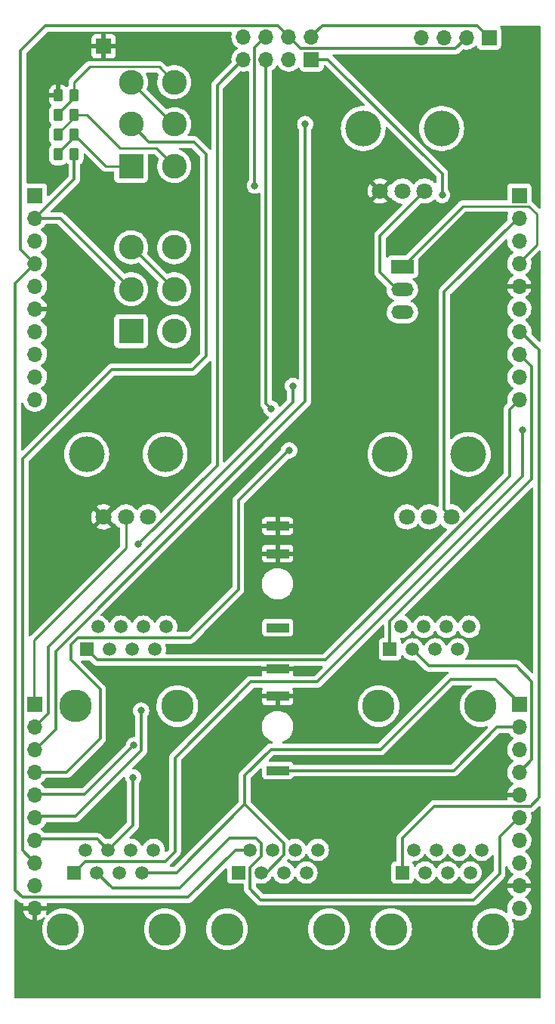
<source format=gbr>
%TF.GenerationSoftware,KiCad,Pcbnew,(6.0.11)*%
%TF.CreationDate,2023-04-28T10:51:54+01:00*%
%TF.ProjectId,Quadraphone_Controls_v2,51756164-7261-4706-986f-6e655f436f6e,rev?*%
%TF.SameCoordinates,Original*%
%TF.FileFunction,Copper,L2,Bot*%
%TF.FilePolarity,Positive*%
%FSLAX46Y46*%
G04 Gerber Fmt 4.6, Leading zero omitted, Abs format (unit mm)*
G04 Created by KiCad (PCBNEW (6.0.11)) date 2023-04-28 10:51:54*
%MOMM*%
%LPD*%
G01*
G04 APERTURE LIST*
G04 Aperture macros list*
%AMRoundRect*
0 Rectangle with rounded corners*
0 $1 Rounding radius*
0 $2 $3 $4 $5 $6 $7 $8 $9 X,Y pos of 4 corners*
0 Add a 4 corners polygon primitive as box body*
4,1,4,$2,$3,$4,$5,$6,$7,$8,$9,$2,$3,0*
0 Add four circle primitives for the rounded corners*
1,1,$1+$1,$2,$3*
1,1,$1+$1,$4,$5*
1,1,$1+$1,$6,$7*
1,1,$1+$1,$8,$9*
0 Add four rect primitives between the rounded corners*
20,1,$1+$1,$2,$3,$4,$5,0*
20,1,$1+$1,$4,$5,$6,$7,0*
20,1,$1+$1,$6,$7,$8,$9,0*
20,1,$1+$1,$8,$9,$2,$3,0*%
G04 Aperture macros list end*
%TA.AperFunction,ComponentPad*%
%ADD10R,2.775000X2.775000*%
%TD*%
%TA.AperFunction,ComponentPad*%
%ADD11C,2.775000*%
%TD*%
%TA.AperFunction,SMDPad,CuDef*%
%ADD12RoundRect,0.250000X0.262500X0.450000X-0.262500X0.450000X-0.262500X-0.450000X0.262500X-0.450000X0*%
%TD*%
%TA.AperFunction,WasherPad*%
%ADD13C,3.650000*%
%TD*%
%TA.AperFunction,ComponentPad*%
%ADD14R,1.500000X1.500000*%
%TD*%
%TA.AperFunction,ComponentPad*%
%ADD15C,1.500000*%
%TD*%
%TA.AperFunction,WasherPad*%
%ADD16C,4.000000*%
%TD*%
%TA.AperFunction,ComponentPad*%
%ADD17C,1.800000*%
%TD*%
%TA.AperFunction,ComponentPad*%
%ADD18R,2.500000X1.500000*%
%TD*%
%TA.AperFunction,ComponentPad*%
%ADD19O,2.500000X1.500000*%
%TD*%
%TA.AperFunction,ComponentPad*%
%ADD20R,2.500000X1.000000*%
%TD*%
%TA.AperFunction,ComponentPad*%
%ADD21R,1.700000X1.700000*%
%TD*%
%TA.AperFunction,ComponentPad*%
%ADD22O,1.700000X1.700000*%
%TD*%
%TA.AperFunction,ViaPad*%
%ADD23C,0.800000*%
%TD*%
%TA.AperFunction,Conductor*%
%ADD24C,0.300000*%
%TD*%
%TA.AperFunction,Conductor*%
%ADD25C,0.250000*%
%TD*%
G04 APERTURE END LIST*
D10*
%TO.P,SW3,1,Out1*%
%TO.N,/Oct_4v*%
X63585000Y-59700000D03*
D11*
%TO.P,SW3,2,In*%
%TO.N,/OCT_TUNE*%
X63585000Y-55000000D03*
%TO.P,SW3,3,Pin3*%
%TO.N,Net-(SW3-Pad3)*%
X63585000Y-50300000D03*
%TO.P,SW3,4,Out2*%
%TO.N,/Oct_3v*%
X68415000Y-59700000D03*
%TO.P,SW3,5,Pin5*%
%TO.N,Net-(SW3-Pad3)*%
X68415000Y-55000000D03*
%TO.P,SW3,6,Out3*%
%TO.N,/Oct_2v*%
X68415000Y-50300000D03*
%TD*%
D12*
%TO.P,R4,1*%
%TO.N,/Oct_2v*%
X57212500Y-51800000D03*
%TO.P,R4,2*%
%TO.N,GND*%
X55387500Y-51800000D03*
%TD*%
%TO.P,R3,1*%
%TO.N,/Oct_3v*%
X57212500Y-54000000D03*
%TO.P,R3,2*%
%TO.N,/Oct_2v*%
X55387500Y-54000000D03*
%TD*%
%TO.P,R2,2*%
%TO.N,/Oct_3v*%
X55387500Y-56200000D03*
%TO.P,R2,1*%
%TO.N,/Oct_4v*%
X57212500Y-56200000D03*
%TD*%
%TO.P,R1,1*%
%TO.N,+5V*%
X57212500Y-58400000D03*
%TO.P,R1,2*%
%TO.N,/Oct_4v*%
X55387500Y-58400000D03*
%TD*%
D13*
%TO.P,J7,*%
%TO.N,*%
X102760000Y-120200000D03*
X91330000Y-120200000D03*
D14*
%TO.P,J7,1*%
%TO.N,/PWM_CV1*%
X92600000Y-113850000D03*
D15*
%TO.P,J7,2*%
%TO.N,/PWM_CV2*%
X93870000Y-111310000D03*
%TO.P,J7,3*%
%TO.N,/PWM_CV3*%
X95140000Y-113850000D03*
%TO.P,J7,4*%
%TO.N,/PWM_CV4*%
X96410000Y-111310000D03*
%TO.P,J7,5*%
%TO.N,unconnected-(J7-Pad5)*%
X97680000Y-113850000D03*
%TO.P,J7,6*%
%TO.N,unconnected-(J7-Pad6)*%
X98950000Y-111310000D03*
%TO.P,J7,7*%
%TO.N,unconnected-(J7-Pad7)*%
X100220000Y-113850000D03*
%TO.P,J7,8*%
%TO.N,unconnected-(J7-Pad8)*%
X101490000Y-111310000D03*
%TD*%
D16*
%TO.P,Fine_Tune1,*%
%TO.N,*%
X89600000Y-55500000D03*
X98400000Y-55500000D03*
D17*
%TO.P,Fine_Tune1,1,1*%
%TO.N,+5V*%
X96500000Y-62500000D03*
%TO.P,Fine_Tune1,2,2*%
%TO.N,/FINE_TUNE*%
X94000000Y-62500000D03*
%TO.P,Fine_Tune1,3,3*%
%TO.N,GND*%
X91500000Y-62500000D03*
%TD*%
D13*
%TO.P,J9,*%
%TO.N,*%
X57330000Y-120200000D03*
X68760000Y-120200000D03*
D14*
%TO.P,J9,1*%
%TO.N,/FREQ_MOD1*%
X58600000Y-113850000D03*
D15*
%TO.P,J9,2*%
%TO.N,/FREQ_MOD2*%
X59870000Y-111310000D03*
%TO.P,J9,3*%
%TO.N,/FREQ_MOD3*%
X61140000Y-113850000D03*
%TO.P,J9,4*%
%TO.N,/FREQ_MOD4*%
X62410000Y-111310000D03*
%TO.P,J9,5*%
%TO.N,unconnected-(J9-Pad5)*%
X63680000Y-113850000D03*
%TO.P,J9,6*%
%TO.N,unconnected-(J9-Pad6)*%
X64950000Y-111310000D03*
%TO.P,J9,7*%
%TO.N,unconnected-(J9-Pad7)*%
X66220000Y-113850000D03*
%TO.P,J9,8*%
%TO.N,unconnected-(J9-Pad8)*%
X67490000Y-111310000D03*
%TD*%
D13*
%TO.P,J8,*%
%TO.N,*%
X92730000Y-145200000D03*
X104160000Y-145200000D03*
D14*
%TO.P,J8,1*%
%TO.N,/SYNCH_SIGNAL1*%
X94000000Y-138850000D03*
D15*
%TO.P,J8,2*%
%TO.N,/SYNCH_SIGNAL2*%
X95270000Y-136310000D03*
%TO.P,J8,3*%
%TO.N,/SYNCH_SIGNAL3*%
X96540000Y-138850000D03*
%TO.P,J8,4*%
%TO.N,/SYNCH_SIGNAL4*%
X97810000Y-136310000D03*
%TO.P,J8,5*%
%TO.N,unconnected-(J8-Pad5)*%
X99080000Y-138850000D03*
%TO.P,J8,6*%
%TO.N,unconnected-(J8-Pad6)*%
X100350000Y-136310000D03*
%TO.P,J8,7*%
%TO.N,unconnected-(J8-Pad7)*%
X101620000Y-138850000D03*
%TO.P,J8,8*%
%TO.N,unconnected-(J8-Pad8)*%
X102890000Y-136310000D03*
%TD*%
D18*
%TO.P,SW1,1,A*%
%TO.N,/HARD_SYNCH_SW*%
X94000000Y-71000000D03*
D19*
%TO.P,SW1,2,B*%
%TO.N,+5V*%
X94000000Y-73540000D03*
%TO.P,SW1,3,C*%
%TO.N,/SOFT_SYNCH_SW*%
X94000000Y-76080000D03*
%TD*%
D16*
%TO.P,Vibrato_Depth1,*%
%TO.N,*%
X58600000Y-92000000D03*
X67400000Y-92000000D03*
D17*
%TO.P,Vibrato_Depth1,1,1*%
%TO.N,/LFO_IN*%
X65500000Y-99000000D03*
%TO.P,Vibrato_Depth1,2,2*%
%TO.N,/LIN_FREQ_IN*%
X63000000Y-99000000D03*
%TO.P,Vibrato_Depth1,3,3*%
%TO.N,GND*%
X60500000Y-99000000D03*
%TD*%
D13*
%TO.P,J10,*%
%TO.N,*%
X67360000Y-145200000D03*
X55930000Y-145200000D03*
D14*
%TO.P,J10,1*%
%TO.N,/V_PER_OCT1*%
X57200000Y-138850000D03*
D15*
%TO.P,J10,2*%
%TO.N,/V_PER_OCT2*%
X58470000Y-136310000D03*
%TO.P,J10,3*%
%TO.N,/V_PER_OCT3*%
X59740000Y-138850000D03*
%TO.P,J10,4*%
%TO.N,/V_PER_OCT4*%
X61010000Y-136310000D03*
%TO.P,J10,5*%
%TO.N,/MIX_OUT1*%
X62280000Y-138850000D03*
%TO.P,J10,6*%
%TO.N,/MIX_OUT2*%
X63550000Y-136310000D03*
%TO.P,J10,7*%
%TO.N,/MIX_OUT3*%
X64820000Y-138850000D03*
%TO.P,J10,8*%
%TO.N,/MIX_OUT4*%
X66090000Y-136310000D03*
%TD*%
D10*
%TO.P,SW2,1,Out1*%
%TO.N,/PULSE_SW*%
X63585000Y-78200000D03*
D11*
%TO.P,SW2,2,In*%
%TO.N,+5V*%
X63585000Y-73500000D03*
%TO.P,SW2,3,Pin3*%
%TO.N,Net-(SW2-Pad3)*%
X63585000Y-68800000D03*
%TO.P,SW2,4,Out2*%
%TO.N,/TRIANGLE_SW*%
X68415000Y-78200000D03*
%TO.P,SW2,5,Pin5*%
%TO.N,Net-(SW2-Pad3)*%
X68415000Y-73500000D03*
%TO.P,SW2,6,Out3*%
%TO.N,/SAW_SW*%
X68415000Y-68800000D03*
%TD*%
D13*
%TO.P,J11,*%
%TO.N,*%
X85760000Y-145200000D03*
X74330000Y-145200000D03*
D14*
%TO.P,J11,1*%
%TO.N,/MIX_OUT1*%
X75600000Y-138850000D03*
D15*
%TO.P,J11,2*%
%TO.N,/MIX_OUT2*%
X76870000Y-136310000D03*
%TO.P,J11,3*%
%TO.N,/MIX_OUT3*%
X78140000Y-138850000D03*
%TO.P,J11,4*%
%TO.N,/MIX_OUT4*%
X79410000Y-136310000D03*
%TO.P,J11,5*%
%TO.N,unconnected-(J11-Pad5)*%
X80680000Y-138850000D03*
%TO.P,J11,6*%
%TO.N,unconnected-(J11-Pad6)*%
X81950000Y-136310000D03*
%TO.P,J11,7*%
%TO.N,unconnected-(J11-Pad7)*%
X83220000Y-138850000D03*
%TO.P,J11,8*%
%TO.N,unconnected-(J11-Pad8)*%
X84490000Y-136310000D03*
%TD*%
D20*
%TO.P,J6,1*%
%TO.N,GND*%
X80000000Y-100020000D03*
%TO.P,J6,2*%
X80000000Y-103120000D03*
%TO.P,J6,3*%
%TO.N,/LFO_IN*%
X80000000Y-111420000D03*
%TD*%
D16*
%TO.P,PWM_Pot1,*%
%TO.N,*%
X101400000Y-92000000D03*
X92600000Y-92000000D03*
D17*
%TO.P,PWM_Pot1,1,1*%
%TO.N,-12V*%
X99500000Y-99000000D03*
%TO.P,PWM_Pot1,2,2*%
%TO.N,/PWM_POT*%
X97000000Y-99000000D03*
%TO.P,PWM_Pot1,3,3*%
%TO.N,+12V*%
X94500000Y-99000000D03*
%TD*%
D20*
%TO.P,J5,1*%
%TO.N,GND*%
X80000000Y-116020000D03*
%TO.P,J5,2*%
X80000000Y-119120000D03*
%TO.P,J5,3*%
%TO.N,/PWM_CV*%
X80000000Y-127420000D03*
%TD*%
D21*
%TO.P,J13,1,Pin_1*%
%TO.N,/MIX_OUT1*%
X103700000Y-45300000D03*
D22*
%TO.P,J13,2,Pin_2*%
%TO.N,/MIX_OUT2*%
X101160000Y-45300000D03*
%TO.P,J13,3,Pin_3*%
%TO.N,/MIX_OUT3*%
X98620000Y-45300000D03*
%TO.P,J13,4,Pin_4*%
%TO.N,/MIX_OUT4*%
X96080000Y-45300000D03*
%TD*%
D21*
%TO.P,J3,1,Pin_1*%
%TO.N,/MIX_OUT3*%
X107100000Y-120000000D03*
D22*
%TO.P,J3,2,Pin_2*%
%TO.N,/PWM_CV*%
X107100000Y-122540000D03*
%TO.P,J3,3,Pin_3*%
%TO.N,/PWM_POT*%
X107100000Y-125080000D03*
%TO.P,J3,4,Pin_4*%
%TO.N,/PWM_CV3*%
X107100000Y-127620000D03*
%TO.P,J3,5,Pin_5*%
%TO.N,GND*%
X107100000Y-130160000D03*
%TO.P,J3,6,Pin_6*%
%TO.N,/V_PER_OCT3*%
X107100000Y-132700000D03*
%TO.P,J3,7,Pin_7*%
%TO.N,/SYNCH_SIGNAL3*%
X107100000Y-135240000D03*
%TO.P,J3,8,Pin_8*%
%TO.N,/FREQ_MOD3*%
X107100000Y-137780000D03*
%TO.P,J3,9,Pin_9*%
%TO.N,GND*%
X107100000Y-140320000D03*
%TO.P,J3,10,Pin_10*%
%TO.N,/FINE_TUNE*%
X107100000Y-142860000D03*
%TD*%
D21*
%TO.P,J14,1,Pin_1*%
%TO.N,GND*%
X60500000Y-46300000D03*
%TD*%
%TO.P,J4,1,Pin_1*%
%TO.N,/LIN_FREQ_IN*%
X52800000Y-120000000D03*
D22*
%TO.P,J4,2,Pin_2*%
%TO.N,/SOFT_SYNCH_SW*%
X52800000Y-122540000D03*
%TO.P,J4,3,Pin_3*%
%TO.N,/MIX_OUT4*%
X52800000Y-125080000D03*
%TO.P,J4,4,Pin_4*%
%TO.N,/TRIANGLE_SW*%
X52800000Y-127620000D03*
%TO.P,J4,5,Pin_5*%
%TO.N,/SYNCH_SIGNAL4*%
X52800000Y-130160000D03*
%TO.P,J4,6,Pin_6*%
%TO.N,/PWM_CV4*%
X52800000Y-132700000D03*
%TO.P,J4,7,Pin_7*%
%TO.N,/V_PER_OCT4*%
X52800000Y-135240000D03*
%TO.P,J4,8,Pin_8*%
%TO.N,/OCT_TUNE*%
X52800000Y-137780000D03*
%TO.P,J4,9,Pin_9*%
%TO.N,/FREQ_MOD4*%
X52800000Y-140320000D03*
%TO.P,J4,10,Pin_10*%
%TO.N,GND*%
X52800000Y-142860000D03*
%TD*%
D21*
%TO.P,J1,1,Pin_1*%
%TO.N,-5V*%
X107100000Y-63000000D03*
D22*
%TO.P,J1,2,Pin_2*%
%TO.N,-12V*%
X107100000Y-65540000D03*
%TO.P,J1,3,Pin_3*%
%TO.N,/MIX_OUT1*%
X107100000Y-68080000D03*
%TO.P,J1,4,Pin_4*%
%TO.N,/HARD_SYNCH_SW*%
X107100000Y-70620000D03*
%TO.P,J1,5,Pin_5*%
%TO.N,GND*%
X107100000Y-73160000D03*
%TO.P,J1,6,Pin_6*%
%TO.N,/SAW_SW*%
X107100000Y-75700000D03*
%TO.P,J1,7,Pin_7*%
%TO.N,/SYNCH_SIGNAL1*%
X107100000Y-78240000D03*
%TO.P,J1,8,Pin_8*%
%TO.N,/PWM_CV1*%
X107100000Y-80780000D03*
%TO.P,J1,9,Pin_9*%
%TO.N,/V_PER_OCT1*%
X107100000Y-83320000D03*
%TO.P,J1,10,Pin_10*%
%TO.N,/FREQ_MOD1*%
X107100000Y-85860000D03*
%TD*%
D21*
%TO.P,J12,1,Pin_1*%
%TO.N,/V_PER_OCT1*%
X83800000Y-47750000D03*
D22*
%TO.P,J12,2,Pin_2*%
%TO.N,/MIX_OUT1*%
X83800000Y-45210000D03*
%TO.P,J12,3,Pin_3*%
%TO.N,/V_PER_OCT2*%
X81260000Y-47750000D03*
%TO.P,J12,4,Pin_4*%
%TO.N,/MIX_OUT2*%
X81260000Y-45210000D03*
%TO.P,J12,5,Pin_5*%
%TO.N,/V_PER_OCT3*%
X78720000Y-47750000D03*
%TO.P,J12,6,Pin_6*%
%TO.N,/MIX_OUT3*%
X78720000Y-45210000D03*
%TO.P,J12,7,Pin_7*%
%TO.N,/V_PER_OCT4*%
X76180000Y-47750000D03*
%TO.P,J12,8,Pin_8*%
%TO.N,/MIX_OUT4*%
X76180000Y-45210000D03*
%TD*%
D21*
%TO.P,J2,1,Pin_1*%
%TO.N,+12V*%
X52800000Y-63000000D03*
D22*
%TO.P,J2,2,Pin_2*%
%TO.N,+5V*%
X52800000Y-65540000D03*
%TO.P,J2,3,Pin_3*%
%TO.N,+2V5*%
X52800000Y-68080000D03*
%TO.P,J2,4,Pin_4*%
%TO.N,/MIX_OUT2*%
X52800000Y-70620000D03*
%TO.P,J2,5,Pin_5*%
%TO.N,/PULSE_SW*%
X52800000Y-73160000D03*
%TO.P,J2,6,Pin_6*%
%TO.N,GND*%
X52800000Y-75700000D03*
%TO.P,J2,7,Pin_7*%
%TO.N,/SYNCH_SIGNAL2*%
X52800000Y-78240000D03*
%TO.P,J2,8,Pin_8*%
%TO.N,/PWM_CV2*%
X52800000Y-80780000D03*
%TO.P,J2,9,Pin_9*%
%TO.N,/V_PER_OCT2*%
X52800000Y-83320000D03*
%TO.P,J2,10,Pin_10*%
%TO.N,/FREQ_MOD2*%
X52800000Y-85860000D03*
%TD*%
D23*
%TO.N,GND*%
X60500000Y-79600000D03*
X55000000Y-85900000D03*
X58000000Y-82900000D03*
X95200000Y-66800000D03*
X98500000Y-70100000D03*
X96800000Y-74900000D03*
X108400000Y-152100000D03*
X52400000Y-151900000D03*
X86800000Y-123600000D03*
X93600000Y-104000000D03*
X65500000Y-106800000D03*
X73200000Y-99000000D03*
X55100000Y-95300000D03*
X62000000Y-84300000D03*
X81000000Y-73800000D03*
X80900000Y-68600000D03*
X81000000Y-80300000D03*
X90800000Y-73900000D03*
X71500000Y-55400000D03*
X101800000Y-48700000D03*
X52900000Y-58400000D03*
%TO.N,/PWM_CV4*%
X64700000Y-120700000D03*
%TO.N,/MIX_OUT4*%
X83100000Y-55000000D03*
%TO.N,/MIX_OUT3*%
X77449999Y-61904499D03*
%TO.N,/SYNCH_SIGNAL4*%
X63900000Y-124600000D03*
%TO.N,/V_PER_OCT4*%
X63800000Y-128200000D03*
X64400000Y-102100000D03*
%TO.N,/V_PER_OCT3*%
X79300000Y-86900000D03*
%TO.N,/V_PER_OCT1*%
X98450000Y-62950000D03*
X107500000Y-89250000D03*
%TO.N,GND*%
X101800000Y-76400000D03*
X95600000Y-117500000D03*
X88550000Y-47800000D03*
X104900000Y-83050000D03*
X89400000Y-66800000D03*
X107900000Y-44950000D03*
X76200000Y-57500000D03*
X61600000Y-145100000D03*
X71950000Y-88100000D03*
X81750000Y-52750000D03*
X87500000Y-88100000D03*
X101200000Y-58500000D03*
X100200000Y-95700000D03*
X73700000Y-123400000D03*
X86700000Y-110900000D03*
X104200000Y-102500000D03*
X61200000Y-132750000D03*
X91500000Y-130800000D03*
X66350000Y-128350000D03*
X90700000Y-113600000D03*
X87550000Y-137950000D03*
X84400000Y-131100000D03*
X57800000Y-63800000D03*
X82400000Y-143800000D03*
X55800000Y-128650000D03*
X70800000Y-130900000D03*
X101050000Y-129700000D03*
X83100000Y-92650000D03*
X74800000Y-74500000D03*
X57000000Y-104500000D03*
X106750000Y-58450000D03*
X93200000Y-125900000D03*
X85600000Y-55800000D03*
X104750000Y-128400000D03*
X72000000Y-45800000D03*
X69900000Y-63800000D03*
X90000000Y-106800000D03*
X78000000Y-145000000D03*
X103075500Y-66543192D03*
X97400000Y-124400000D03*
X98650000Y-145200000D03*
X64750000Y-134500000D03*
X101200000Y-105300000D03*
%TO.N,/SOFT_SYNCH_SW*%
X81725500Y-84325000D03*
%TO.N,/TRIANGLE_SW*%
X81300000Y-91550000D03*
%TD*%
D24*
%TO.N,/OCT_TUNE*%
X65585000Y-57000000D02*
X63585000Y-55000000D01*
X72000000Y-58400000D02*
X70600000Y-57000000D01*
X70500000Y-82500000D02*
X72000000Y-81000000D01*
X51400000Y-92500000D02*
X61400000Y-82500000D01*
X61400000Y-82500000D02*
X70500000Y-82500000D01*
X70600000Y-57000000D02*
X65585000Y-57000000D01*
X52800000Y-137780000D02*
X51400000Y-136380000D01*
X51400000Y-136380000D02*
X51400000Y-92500000D01*
X72000000Y-81000000D02*
X72000000Y-58400000D01*
D25*
%TO.N,Net-(SW3-Pad3)*%
X68285000Y-55000000D02*
X68415000Y-55000000D01*
X63585000Y-50300000D02*
X68285000Y-55000000D01*
%TO.N,/Oct_2v*%
X55387500Y-53812500D02*
X55387500Y-54000000D01*
X57212500Y-51800000D02*
X57212500Y-51987500D01*
X57212500Y-51987500D02*
X55387500Y-53812500D01*
%TO.N,/Oct_3v*%
X57212500Y-54237500D02*
X55387500Y-56062500D01*
X55387500Y-56062500D02*
X55387500Y-56200000D01*
X57212500Y-54000000D02*
X57212500Y-54237500D01*
%TO.N,/Oct_4v*%
X55387500Y-58212500D02*
X55387500Y-58400000D01*
X57212500Y-56387500D02*
X55387500Y-58212500D01*
X57212500Y-56200000D02*
X57212500Y-56387500D01*
%TO.N,/Oct_3v*%
X66415000Y-57700000D02*
X68415000Y-59700000D01*
X62300000Y-57700000D02*
X66415000Y-57700000D01*
X58600000Y-54000000D02*
X62300000Y-57700000D01*
X57212500Y-54000000D02*
X58600000Y-54000000D01*
%TO.N,/Oct_2v*%
X58912500Y-48587500D02*
X57212500Y-50287500D01*
X66702500Y-48587500D02*
X58912500Y-48587500D01*
X68415000Y-50300000D02*
X66702500Y-48587500D01*
X57212500Y-50287500D02*
X57212500Y-51800000D01*
D24*
%TO.N,+5V*%
X57212500Y-61127500D02*
X52800000Y-65540000D01*
X57212500Y-58400000D02*
X57212500Y-61127500D01*
X55625000Y-65540000D02*
X63585000Y-73500000D01*
X52800000Y-65540000D02*
X55625000Y-65540000D01*
D25*
%TO.N,/Oct_4v*%
X60712500Y-59700000D02*
X57212500Y-56200000D01*
X63585000Y-59700000D02*
X60712500Y-59700000D01*
D24*
%TO.N,/PWM_CV4*%
X64700000Y-125204310D02*
X57354310Y-132550000D01*
X57354310Y-132550000D02*
X52800000Y-132550000D01*
X64700000Y-120700000D02*
X64700000Y-125204310D01*
%TO.N,/PWM_CV3*%
X108500000Y-117450000D02*
X108500000Y-126220000D01*
X108500000Y-126220000D02*
X107100000Y-127620000D01*
X96990000Y-115700000D02*
X106750000Y-115700000D01*
X106750000Y-115700000D02*
X108500000Y-117450000D01*
X95140000Y-113850000D02*
X96990000Y-115700000D01*
%TO.N,/PWM_CV1*%
X92600000Y-110700000D02*
X108500000Y-94800000D01*
X108500000Y-82180000D02*
X107100000Y-80780000D01*
X92600000Y-113850000D02*
X92600000Y-110700000D01*
X108500000Y-94800000D02*
X108500000Y-82180000D01*
%TO.N,/MIX_OUT4*%
X55100000Y-122800000D02*
X55100000Y-114043599D01*
X52800000Y-125080000D02*
X52820000Y-125080000D01*
X55100000Y-114043599D02*
X83100000Y-86043599D01*
X52820000Y-125080000D02*
X55100000Y-122800000D01*
X83100000Y-86043599D02*
X83100000Y-55000000D01*
%TO.N,/MIX_OUT3*%
X79250000Y-125050000D02*
X76300000Y-128000000D01*
X76300000Y-128000000D02*
X76300000Y-131200000D01*
X104450000Y-117200000D02*
X99400000Y-117200000D01*
X78750000Y-138850000D02*
X78140000Y-138850000D01*
X78720000Y-45200000D02*
X77449999Y-46470001D01*
X107100000Y-119850000D02*
X104450000Y-117200000D01*
X91550000Y-125050000D02*
X79250000Y-125050000D01*
X76300000Y-131200000D02*
X80700000Y-135600000D01*
X68650000Y-138850000D02*
X64820000Y-138850000D01*
X80700000Y-135600000D02*
X80700000Y-136900000D01*
X76300000Y-131200000D02*
X68650000Y-138850000D01*
X80700000Y-136900000D02*
X78750000Y-138850000D01*
X99400000Y-117200000D02*
X91550000Y-125050000D01*
X77449999Y-46470001D02*
X77449999Y-61904499D01*
%TO.N,/MIX_OUT2*%
X75290000Y-136310000D02*
X76870000Y-136310000D01*
X51200000Y-69020000D02*
X52800000Y-70620000D01*
X50600499Y-140800499D02*
X51400000Y-141600000D01*
X80050000Y-44000000D02*
X53950000Y-44000000D01*
X101160000Y-45300000D02*
X99960000Y-46500000D01*
X52800000Y-70620000D02*
X50600499Y-72819501D01*
X50600499Y-72819501D02*
X50600499Y-140800499D01*
X53950000Y-44000000D02*
X51200000Y-46750000D01*
X51400000Y-141600000D02*
X70000000Y-141600000D01*
X70000000Y-141600000D02*
X75290000Y-136310000D01*
X51200000Y-46750000D02*
X51200000Y-69020000D01*
X99960000Y-46500000D02*
X82550000Y-46500000D01*
X82550000Y-46500000D02*
X80050000Y-44000000D01*
%TO.N,/MIX_OUT1*%
X103700000Y-45300000D02*
X102400000Y-44000000D01*
X85000000Y-44000000D02*
X83800000Y-45200000D01*
X102400000Y-44000000D02*
X85000000Y-44000000D01*
%TO.N,/SYNCH_SIGNAL4*%
X52860000Y-130100000D02*
X58400000Y-130100000D01*
X52800000Y-130160000D02*
X52860000Y-130100000D01*
X58400000Y-130100000D02*
X63900000Y-124600000D01*
%TO.N,/SYNCH_SIGNAL1*%
X109350000Y-130450000D02*
X109350000Y-80340000D01*
X109350000Y-80340000D02*
X107250000Y-78240000D01*
X97600000Y-131400000D02*
X108400000Y-131400000D01*
X108400000Y-131400000D02*
X109350000Y-130450000D01*
X94000000Y-138850000D02*
X94000000Y-135000000D01*
X94000000Y-135000000D02*
X97600000Y-131400000D01*
X107250000Y-78240000D02*
X107100000Y-78240000D01*
%TO.N,/FREQ_MOD1*%
X106000000Y-94400000D02*
X106000000Y-86960000D01*
X85350000Y-115050000D02*
X106000000Y-94400000D01*
X58600000Y-113850000D02*
X59800000Y-115050000D01*
X106000000Y-86960000D02*
X107100000Y-85860000D01*
X59800000Y-115050000D02*
X85350000Y-115050000D01*
%TO.N,/V_PER_OCT4*%
X73225000Y-93275000D02*
X64400000Y-102100000D01*
X52800000Y-135240000D02*
X52940000Y-135100000D01*
X73225000Y-50675000D02*
X73225000Y-93275000D01*
X52940000Y-135100000D02*
X59800000Y-135100000D01*
X63800000Y-128200000D02*
X63800000Y-133520000D01*
X59800000Y-135100000D02*
X61010000Y-136310000D01*
X76180000Y-47740000D02*
X76160000Y-47740000D01*
X63800000Y-133520000D02*
X61010000Y-136310000D01*
X76160000Y-47740000D02*
X73225000Y-50675000D01*
%TO.N,/V_PER_OCT3*%
X78720000Y-47740000D02*
X78720000Y-86320000D01*
X104900000Y-138950000D02*
X101950000Y-141900000D01*
X74600000Y-135000000D02*
X69000000Y-140600000D01*
X101950000Y-141900000D02*
X78100000Y-141900000D01*
X78720000Y-86320000D02*
X79300000Y-86900000D01*
X76900000Y-138300000D02*
X78200000Y-137000000D01*
X107000000Y-132700000D02*
X104900000Y-134800000D01*
X78200000Y-137000000D02*
X78200000Y-135600000D01*
X76900000Y-140700000D02*
X76900000Y-138300000D01*
X61490000Y-140600000D02*
X59740000Y-138850000D01*
X104900000Y-134800000D02*
X104900000Y-138950000D01*
X78100000Y-141900000D02*
X76900000Y-140700000D01*
X69000000Y-140600000D02*
X61490000Y-140600000D01*
X78200000Y-135600000D02*
X77600000Y-135000000D01*
X77600000Y-135000000D02*
X74600000Y-135000000D01*
X107100000Y-132700000D02*
X107000000Y-132700000D01*
%TO.N,/V_PER_OCT1*%
X84400000Y-117500000D02*
X77000000Y-117500000D01*
X68500000Y-126000000D02*
X68500000Y-136500000D01*
X77000000Y-117500000D02*
X68500000Y-126000000D01*
X68500000Y-136500000D02*
X67400000Y-137600000D01*
X67400000Y-137600000D02*
X58450000Y-137600000D01*
X85650000Y-47750000D02*
X83800000Y-47750000D01*
X98450000Y-62950000D02*
X98450000Y-60550000D01*
X107500000Y-89250000D02*
X107500000Y-94400000D01*
X107500000Y-94400000D02*
X84400000Y-117500000D01*
X98450000Y-60550000D02*
X85650000Y-47750000D01*
X58450000Y-137600000D02*
X57200000Y-138850000D01*
%TO.N,-12V*%
X99500000Y-99000000D02*
X98700000Y-98200000D01*
X98700000Y-73800000D02*
X107100000Y-65400000D01*
X98700000Y-98200000D02*
X98700000Y-73800000D01*
D25*
%TO.N,/HARD_SYNCH_SW*%
X109050000Y-65100000D02*
X108150000Y-64200000D01*
X109050000Y-68520000D02*
X109050000Y-65100000D01*
X107100000Y-70470000D02*
X109050000Y-68520000D01*
X100753900Y-64200000D02*
X94000000Y-70953900D01*
X108150000Y-64200000D02*
X100753900Y-64200000D01*
D24*
%TO.N,+5V*%
X94000000Y-73493900D02*
X93393900Y-73493900D01*
X93393900Y-73493900D02*
X91500000Y-71600000D01*
X91500000Y-71600000D02*
X91500000Y-67500000D01*
X91500000Y-67500000D02*
X96500000Y-62500000D01*
%TO.N,/PWM_CV*%
X80000000Y-127420000D02*
X99720000Y-127420000D01*
X104600000Y-122540000D02*
X107100000Y-122540000D01*
X99720000Y-127420000D02*
X104600000Y-122540000D01*
D25*
%TO.N,/LIN_FREQ_IN*%
X63000000Y-102500000D02*
X52700000Y-112800000D01*
X52700000Y-112800000D02*
X52700000Y-119750000D01*
X52700000Y-119750000D02*
X52800000Y-119850000D01*
X63000000Y-99000000D02*
X63000000Y-102500000D01*
D24*
%TO.N,/SOFT_SYNCH_SW*%
X81725500Y-86149500D02*
X81725500Y-84325000D01*
X54300000Y-121040000D02*
X54300000Y-113575000D01*
X52800000Y-122540000D02*
X54300000Y-121040000D01*
X54300000Y-113575000D02*
X81725500Y-86149500D01*
%TO.N,/TRIANGLE_SW*%
X56800000Y-115050000D02*
X56800000Y-113350000D01*
X75600000Y-97175000D02*
X81225000Y-91550000D01*
X52800000Y-127620000D02*
X52820000Y-127600000D01*
X75600000Y-107150000D02*
X75600000Y-97175000D01*
X56800000Y-113350000D02*
X57600000Y-112550000D01*
X57600000Y-112550000D02*
X70200000Y-112550000D01*
X56350000Y-127600000D02*
X60100000Y-123850000D01*
X81225000Y-91550000D02*
X81300000Y-91550000D01*
X52820000Y-127600000D02*
X56350000Y-127600000D01*
X60100000Y-118350000D02*
X56800000Y-115050000D01*
X70200000Y-112550000D02*
X75600000Y-107150000D01*
X60100000Y-123850000D02*
X60100000Y-118350000D01*
%TO.N,Net-(SW2-Pad3)*%
X63715000Y-68800000D02*
X63585000Y-68800000D01*
X68415000Y-73500000D02*
X63715000Y-68800000D01*
%TD*%
%TA.AperFunction,Conductor*%
%TO.N,GND*%
G36*
X109409532Y-131425894D02*
G01*
X109466368Y-131468441D01*
X109491179Y-131534961D01*
X109491500Y-131543950D01*
X109491500Y-152815500D01*
X109471498Y-152883621D01*
X109417842Y-152930114D01*
X109365500Y-152941500D01*
X50634500Y-152941500D01*
X50566379Y-152921498D01*
X50519886Y-152867842D01*
X50508500Y-152815500D01*
X50508500Y-143127966D01*
X51468257Y-143127966D01*
X51498565Y-143262446D01*
X51501645Y-143272275D01*
X51581770Y-143469603D01*
X51586413Y-143478794D01*
X51697694Y-143660388D01*
X51703777Y-143668699D01*
X51843213Y-143829667D01*
X51850580Y-143836883D01*
X52014434Y-143972916D01*
X52022881Y-143978831D01*
X52206756Y-144086279D01*
X52216042Y-144090729D01*
X52415001Y-144166703D01*
X52424899Y-144169579D01*
X52528250Y-144190606D01*
X52542299Y-144189410D01*
X52546000Y-144179065D01*
X52546000Y-144178517D01*
X53054000Y-144178517D01*
X53058064Y-144192359D01*
X53071478Y-144194393D01*
X53078184Y-144193534D01*
X53088262Y-144191392D01*
X53292255Y-144130191D01*
X53301842Y-144126433D01*
X53493095Y-144032739D01*
X53501945Y-144027464D01*
X53675328Y-143903792D01*
X53683193Y-143897144D01*
X53715385Y-143865065D01*
X53777757Y-143831149D01*
X53848564Y-143836337D01*
X53905325Y-143878983D01*
X53930019Y-143945547D01*
X53914807Y-144014894D01*
X53909091Y-144024316D01*
X53904794Y-144030747D01*
X53880103Y-144080816D01*
X53771327Y-144301388D01*
X53771324Y-144301396D01*
X53769501Y-144305092D01*
X53671176Y-144594750D01*
X53611499Y-144894764D01*
X53591493Y-145200000D01*
X53611499Y-145505236D01*
X53671176Y-145805250D01*
X53769501Y-146094908D01*
X53771324Y-146098604D01*
X53771327Y-146098612D01*
X53880103Y-146319184D01*
X53904794Y-146369253D01*
X54074738Y-146623593D01*
X54077452Y-146626687D01*
X54077456Y-146626693D01*
X54273717Y-146850485D01*
X54276426Y-146853574D01*
X54279515Y-146856283D01*
X54503307Y-147052544D01*
X54503313Y-147052548D01*
X54506407Y-147055262D01*
X54509833Y-147057551D01*
X54509838Y-147057555D01*
X54757311Y-147222911D01*
X54760746Y-147225206D01*
X54764449Y-147227032D01*
X55031388Y-147358673D01*
X55031396Y-147358676D01*
X55035092Y-147360499D01*
X55039006Y-147361828D01*
X55039007Y-147361828D01*
X55320837Y-147457496D01*
X55320841Y-147457497D01*
X55324750Y-147458824D01*
X55328794Y-147459628D01*
X55328800Y-147459630D01*
X55620725Y-147517698D01*
X55620731Y-147517699D01*
X55624764Y-147518501D01*
X55628869Y-147518770D01*
X55628876Y-147518771D01*
X55925881Y-147538237D01*
X55930000Y-147538507D01*
X55934119Y-147538237D01*
X56231124Y-147518771D01*
X56231131Y-147518770D01*
X56235236Y-147518501D01*
X56239269Y-147517699D01*
X56239275Y-147517698D01*
X56531200Y-147459630D01*
X56531206Y-147459628D01*
X56535250Y-147458824D01*
X56539159Y-147457497D01*
X56539163Y-147457496D01*
X56820993Y-147361828D01*
X56820994Y-147361828D01*
X56824908Y-147360499D01*
X56828604Y-147358676D01*
X56828612Y-147358673D01*
X57095551Y-147227032D01*
X57099254Y-147225206D01*
X57102689Y-147222911D01*
X57350162Y-147057555D01*
X57350167Y-147057551D01*
X57353593Y-147055262D01*
X57356687Y-147052548D01*
X57356693Y-147052544D01*
X57580485Y-146856283D01*
X57583574Y-146853574D01*
X57586283Y-146850485D01*
X57782544Y-146626693D01*
X57782548Y-146626687D01*
X57785262Y-146623593D01*
X57955206Y-146369253D01*
X57979897Y-146319184D01*
X58088673Y-146098612D01*
X58088676Y-146098604D01*
X58090499Y-146094908D01*
X58188824Y-145805250D01*
X58248501Y-145505236D01*
X58268507Y-145200000D01*
X65021493Y-145200000D01*
X65041499Y-145505236D01*
X65101176Y-145805250D01*
X65199501Y-146094908D01*
X65201324Y-146098604D01*
X65201327Y-146098612D01*
X65310103Y-146319184D01*
X65334794Y-146369253D01*
X65504738Y-146623593D01*
X65507452Y-146626687D01*
X65507456Y-146626693D01*
X65703717Y-146850485D01*
X65706426Y-146853574D01*
X65709515Y-146856283D01*
X65933307Y-147052544D01*
X65933313Y-147052548D01*
X65936407Y-147055262D01*
X65939833Y-147057551D01*
X65939838Y-147057555D01*
X66187311Y-147222911D01*
X66190746Y-147225206D01*
X66194449Y-147227032D01*
X66461388Y-147358673D01*
X66461396Y-147358676D01*
X66465092Y-147360499D01*
X66469006Y-147361828D01*
X66469007Y-147361828D01*
X66750837Y-147457496D01*
X66750841Y-147457497D01*
X66754750Y-147458824D01*
X66758794Y-147459628D01*
X66758800Y-147459630D01*
X67050725Y-147517698D01*
X67050731Y-147517699D01*
X67054764Y-147518501D01*
X67058869Y-147518770D01*
X67058876Y-147518771D01*
X67355881Y-147538237D01*
X67360000Y-147538507D01*
X67364119Y-147538237D01*
X67661124Y-147518771D01*
X67661131Y-147518770D01*
X67665236Y-147518501D01*
X67669269Y-147517699D01*
X67669275Y-147517698D01*
X67961200Y-147459630D01*
X67961206Y-147459628D01*
X67965250Y-147458824D01*
X67969159Y-147457497D01*
X67969163Y-147457496D01*
X68250993Y-147361828D01*
X68250994Y-147361828D01*
X68254908Y-147360499D01*
X68258604Y-147358676D01*
X68258612Y-147358673D01*
X68525551Y-147227032D01*
X68529254Y-147225206D01*
X68532689Y-147222911D01*
X68780162Y-147057555D01*
X68780167Y-147057551D01*
X68783593Y-147055262D01*
X68786687Y-147052548D01*
X68786693Y-147052544D01*
X69010485Y-146856283D01*
X69013574Y-146853574D01*
X69016283Y-146850485D01*
X69212544Y-146626693D01*
X69212548Y-146626687D01*
X69215262Y-146623593D01*
X69385206Y-146369253D01*
X69409897Y-146319184D01*
X69518673Y-146098612D01*
X69518676Y-146098604D01*
X69520499Y-146094908D01*
X69618824Y-145805250D01*
X69678501Y-145505236D01*
X69698507Y-145200000D01*
X71991493Y-145200000D01*
X72011499Y-145505236D01*
X72071176Y-145805250D01*
X72169501Y-146094908D01*
X72171324Y-146098604D01*
X72171327Y-146098612D01*
X72280103Y-146319184D01*
X72304794Y-146369253D01*
X72474738Y-146623593D01*
X72477452Y-146626687D01*
X72477456Y-146626693D01*
X72673717Y-146850485D01*
X72676426Y-146853574D01*
X72679515Y-146856283D01*
X72903307Y-147052544D01*
X72903313Y-147052548D01*
X72906407Y-147055262D01*
X72909833Y-147057551D01*
X72909838Y-147057555D01*
X73157311Y-147222911D01*
X73160746Y-147225206D01*
X73164449Y-147227032D01*
X73431388Y-147358673D01*
X73431396Y-147358676D01*
X73435092Y-147360499D01*
X73439006Y-147361828D01*
X73439007Y-147361828D01*
X73720837Y-147457496D01*
X73720841Y-147457497D01*
X73724750Y-147458824D01*
X73728794Y-147459628D01*
X73728800Y-147459630D01*
X74020725Y-147517698D01*
X74020731Y-147517699D01*
X74024764Y-147518501D01*
X74028869Y-147518770D01*
X74028876Y-147518771D01*
X74325881Y-147538237D01*
X74330000Y-147538507D01*
X74334119Y-147538237D01*
X74631124Y-147518771D01*
X74631131Y-147518770D01*
X74635236Y-147518501D01*
X74639269Y-147517699D01*
X74639275Y-147517698D01*
X74931200Y-147459630D01*
X74931206Y-147459628D01*
X74935250Y-147458824D01*
X74939159Y-147457497D01*
X74939163Y-147457496D01*
X75220993Y-147361828D01*
X75220994Y-147361828D01*
X75224908Y-147360499D01*
X75228604Y-147358676D01*
X75228612Y-147358673D01*
X75495551Y-147227032D01*
X75499254Y-147225206D01*
X75502689Y-147222911D01*
X75750162Y-147057555D01*
X75750167Y-147057551D01*
X75753593Y-147055262D01*
X75756687Y-147052548D01*
X75756693Y-147052544D01*
X75980485Y-146856283D01*
X75983574Y-146853574D01*
X75986283Y-146850485D01*
X76182544Y-146626693D01*
X76182548Y-146626687D01*
X76185262Y-146623593D01*
X76355206Y-146369253D01*
X76379897Y-146319184D01*
X76488673Y-146098612D01*
X76488676Y-146098604D01*
X76490499Y-146094908D01*
X76588824Y-145805250D01*
X76648501Y-145505236D01*
X76668507Y-145200000D01*
X83421493Y-145200000D01*
X83441499Y-145505236D01*
X83501176Y-145805250D01*
X83599501Y-146094908D01*
X83601324Y-146098604D01*
X83601327Y-146098612D01*
X83710103Y-146319184D01*
X83734794Y-146369253D01*
X83904738Y-146623593D01*
X83907452Y-146626687D01*
X83907456Y-146626693D01*
X84103717Y-146850485D01*
X84106426Y-146853574D01*
X84109515Y-146856283D01*
X84333307Y-147052544D01*
X84333313Y-147052548D01*
X84336407Y-147055262D01*
X84339833Y-147057551D01*
X84339838Y-147057555D01*
X84587311Y-147222911D01*
X84590746Y-147225206D01*
X84594449Y-147227032D01*
X84861388Y-147358673D01*
X84861396Y-147358676D01*
X84865092Y-147360499D01*
X84869006Y-147361828D01*
X84869007Y-147361828D01*
X85150837Y-147457496D01*
X85150841Y-147457497D01*
X85154750Y-147458824D01*
X85158794Y-147459628D01*
X85158800Y-147459630D01*
X85450725Y-147517698D01*
X85450731Y-147517699D01*
X85454764Y-147518501D01*
X85458869Y-147518770D01*
X85458876Y-147518771D01*
X85755881Y-147538237D01*
X85760000Y-147538507D01*
X85764119Y-147538237D01*
X86061124Y-147518771D01*
X86061131Y-147518770D01*
X86065236Y-147518501D01*
X86069269Y-147517699D01*
X86069275Y-147517698D01*
X86361200Y-147459630D01*
X86361206Y-147459628D01*
X86365250Y-147458824D01*
X86369159Y-147457497D01*
X86369163Y-147457496D01*
X86650993Y-147361828D01*
X86650994Y-147361828D01*
X86654908Y-147360499D01*
X86658604Y-147358676D01*
X86658612Y-147358673D01*
X86925551Y-147227032D01*
X86929254Y-147225206D01*
X86932689Y-147222911D01*
X87180162Y-147057555D01*
X87180167Y-147057551D01*
X87183593Y-147055262D01*
X87186687Y-147052548D01*
X87186693Y-147052544D01*
X87410485Y-146856283D01*
X87413574Y-146853574D01*
X87416283Y-146850485D01*
X87612544Y-146626693D01*
X87612548Y-146626687D01*
X87615262Y-146623593D01*
X87785206Y-146369253D01*
X87809897Y-146319184D01*
X87918673Y-146098612D01*
X87918676Y-146098604D01*
X87920499Y-146094908D01*
X88018824Y-145805250D01*
X88078501Y-145505236D01*
X88098507Y-145200000D01*
X90391493Y-145200000D01*
X90411499Y-145505236D01*
X90471176Y-145805250D01*
X90569501Y-146094908D01*
X90571324Y-146098604D01*
X90571327Y-146098612D01*
X90680103Y-146319184D01*
X90704794Y-146369253D01*
X90874738Y-146623593D01*
X90877452Y-146626687D01*
X90877456Y-146626693D01*
X91073717Y-146850485D01*
X91076426Y-146853574D01*
X91079515Y-146856283D01*
X91303307Y-147052544D01*
X91303313Y-147052548D01*
X91306407Y-147055262D01*
X91309833Y-147057551D01*
X91309838Y-147057555D01*
X91557311Y-147222911D01*
X91560746Y-147225206D01*
X91564449Y-147227032D01*
X91831388Y-147358673D01*
X91831396Y-147358676D01*
X91835092Y-147360499D01*
X91839006Y-147361828D01*
X91839007Y-147361828D01*
X92120837Y-147457496D01*
X92120841Y-147457497D01*
X92124750Y-147458824D01*
X92128794Y-147459628D01*
X92128800Y-147459630D01*
X92420725Y-147517698D01*
X92420731Y-147517699D01*
X92424764Y-147518501D01*
X92428869Y-147518770D01*
X92428876Y-147518771D01*
X92725881Y-147538237D01*
X92730000Y-147538507D01*
X92734119Y-147538237D01*
X93031124Y-147518771D01*
X93031131Y-147518770D01*
X93035236Y-147518501D01*
X93039269Y-147517699D01*
X93039275Y-147517698D01*
X93331200Y-147459630D01*
X93331206Y-147459628D01*
X93335250Y-147458824D01*
X93339159Y-147457497D01*
X93339163Y-147457496D01*
X93620993Y-147361828D01*
X93620994Y-147361828D01*
X93624908Y-147360499D01*
X93628604Y-147358676D01*
X93628612Y-147358673D01*
X93895551Y-147227032D01*
X93899254Y-147225206D01*
X93902689Y-147222911D01*
X94150162Y-147057555D01*
X94150167Y-147057551D01*
X94153593Y-147055262D01*
X94156687Y-147052548D01*
X94156693Y-147052544D01*
X94380485Y-146856283D01*
X94383574Y-146853574D01*
X94386283Y-146850485D01*
X94582544Y-146626693D01*
X94582548Y-146626687D01*
X94585262Y-146623593D01*
X94755206Y-146369253D01*
X94779897Y-146319184D01*
X94888673Y-146098612D01*
X94888676Y-146098604D01*
X94890499Y-146094908D01*
X94988824Y-145805250D01*
X95048501Y-145505236D01*
X95068507Y-145200000D01*
X101821493Y-145200000D01*
X101841499Y-145505236D01*
X101901176Y-145805250D01*
X101999501Y-146094908D01*
X102001324Y-146098604D01*
X102001327Y-146098612D01*
X102110103Y-146319184D01*
X102134794Y-146369253D01*
X102304738Y-146623593D01*
X102307452Y-146626687D01*
X102307456Y-146626693D01*
X102503717Y-146850485D01*
X102506426Y-146853574D01*
X102509515Y-146856283D01*
X102733307Y-147052544D01*
X102733313Y-147052548D01*
X102736407Y-147055262D01*
X102739833Y-147057551D01*
X102739838Y-147057555D01*
X102987311Y-147222911D01*
X102990746Y-147225206D01*
X102994449Y-147227032D01*
X103261388Y-147358673D01*
X103261396Y-147358676D01*
X103265092Y-147360499D01*
X103269006Y-147361828D01*
X103269007Y-147361828D01*
X103550837Y-147457496D01*
X103550841Y-147457497D01*
X103554750Y-147458824D01*
X103558794Y-147459628D01*
X103558800Y-147459630D01*
X103850725Y-147517698D01*
X103850731Y-147517699D01*
X103854764Y-147518501D01*
X103858869Y-147518770D01*
X103858876Y-147518771D01*
X104155881Y-147538237D01*
X104160000Y-147538507D01*
X104164119Y-147538237D01*
X104461124Y-147518771D01*
X104461131Y-147518770D01*
X104465236Y-147518501D01*
X104469269Y-147517699D01*
X104469275Y-147517698D01*
X104761200Y-147459630D01*
X104761206Y-147459628D01*
X104765250Y-147458824D01*
X104769159Y-147457497D01*
X104769163Y-147457496D01*
X105050993Y-147361828D01*
X105050994Y-147361828D01*
X105054908Y-147360499D01*
X105058604Y-147358676D01*
X105058612Y-147358673D01*
X105325551Y-147227032D01*
X105329254Y-147225206D01*
X105332689Y-147222911D01*
X105580162Y-147057555D01*
X105580167Y-147057551D01*
X105583593Y-147055262D01*
X105586687Y-147052548D01*
X105586693Y-147052544D01*
X105810485Y-146856283D01*
X105813574Y-146853574D01*
X105816283Y-146850485D01*
X106012544Y-146626693D01*
X106012548Y-146626687D01*
X106015262Y-146623593D01*
X106185206Y-146369253D01*
X106209897Y-146319184D01*
X106318673Y-146098612D01*
X106318676Y-146098604D01*
X106320499Y-146094908D01*
X106418824Y-145805250D01*
X106478501Y-145505236D01*
X106498507Y-145200000D01*
X106478501Y-144894764D01*
X106418824Y-144594750D01*
X106320499Y-144305092D01*
X106318676Y-144301396D01*
X106318673Y-144301388D01*
X106279365Y-144221681D01*
X106267175Y-144151738D01*
X106294734Y-144086309D01*
X106353292Y-144046165D01*
X106424257Y-144044053D01*
X106455937Y-144057162D01*
X106511000Y-144089338D01*
X106719692Y-144169030D01*
X106724760Y-144170061D01*
X106724763Y-144170062D01*
X106819862Y-144189410D01*
X106938597Y-144213567D01*
X106943772Y-144213757D01*
X106943774Y-144213757D01*
X107156673Y-144221564D01*
X107156677Y-144221564D01*
X107161837Y-144221753D01*
X107166957Y-144221097D01*
X107166959Y-144221097D01*
X107378288Y-144194025D01*
X107378289Y-144194025D01*
X107383416Y-144193368D01*
X107388366Y-144191883D01*
X107592429Y-144130661D01*
X107592434Y-144130659D01*
X107597384Y-144129174D01*
X107797994Y-144030896D01*
X107979860Y-143901173D01*
X108016095Y-143865065D01*
X108105063Y-143776407D01*
X108138096Y-143743489D01*
X108268453Y-143562077D01*
X108274662Y-143549515D01*
X108365136Y-143366453D01*
X108365137Y-143366451D01*
X108367430Y-143361811D01*
X108432370Y-143148069D01*
X108461529Y-142926590D01*
X108462631Y-142881499D01*
X108463074Y-142863365D01*
X108463074Y-142863361D01*
X108463156Y-142860000D01*
X108444852Y-142637361D01*
X108390431Y-142420702D01*
X108301354Y-142215840D01*
X108250332Y-142136972D01*
X108182822Y-142032617D01*
X108182820Y-142032614D01*
X108180014Y-142028277D01*
X108029670Y-141863051D01*
X108025619Y-141859852D01*
X108025615Y-141859848D01*
X107858414Y-141727800D01*
X107858410Y-141727798D01*
X107854359Y-141724598D01*
X107812569Y-141701529D01*
X107762598Y-141651097D01*
X107747826Y-141581654D01*
X107772942Y-141515248D01*
X107800294Y-141488641D01*
X107975328Y-141363792D01*
X107983200Y-141357139D01*
X108134052Y-141206812D01*
X108140730Y-141198965D01*
X108265003Y-141026020D01*
X108270313Y-141017183D01*
X108364670Y-140826267D01*
X108368469Y-140816672D01*
X108430377Y-140612910D01*
X108432555Y-140602837D01*
X108433986Y-140591962D01*
X108431775Y-140577778D01*
X108418617Y-140574000D01*
X105783225Y-140574000D01*
X105769694Y-140577973D01*
X105768257Y-140587966D01*
X105798565Y-140722446D01*
X105801645Y-140732275D01*
X105881770Y-140929603D01*
X105886413Y-140938794D01*
X105997694Y-141120388D01*
X106003777Y-141128699D01*
X106143213Y-141289667D01*
X106150580Y-141296883D01*
X106314434Y-141432916D01*
X106322881Y-141438831D01*
X106391969Y-141479203D01*
X106440693Y-141530842D01*
X106453764Y-141600625D01*
X106427033Y-141666396D01*
X106386584Y-141699752D01*
X106373607Y-141706507D01*
X106369474Y-141709610D01*
X106369471Y-141709612D01*
X106199100Y-141837530D01*
X106194965Y-141840635D01*
X106040629Y-142002138D01*
X106037715Y-142006410D01*
X106037714Y-142006411D01*
X105967536Y-142109289D01*
X105914743Y-142186680D01*
X105880459Y-142260539D01*
X105827619Y-142374374D01*
X105820688Y-142389305D01*
X105760989Y-142604570D01*
X105737251Y-142826695D01*
X105737548Y-142831848D01*
X105737548Y-142831851D01*
X105743011Y-142926590D01*
X105750110Y-143049715D01*
X105778816Y-143177089D01*
X105788884Y-143221765D01*
X105784348Y-143292616D01*
X105742227Y-143349768D01*
X105675893Y-143375074D01*
X105606409Y-143360501D01*
X105589265Y-143349430D01*
X105586692Y-143347456D01*
X105583593Y-143344738D01*
X105329254Y-143174794D01*
X105233449Y-143127548D01*
X105058612Y-143041327D01*
X105058604Y-143041324D01*
X105054908Y-143039501D01*
X105050993Y-143038172D01*
X104769163Y-142942504D01*
X104769159Y-142942503D01*
X104765250Y-142941176D01*
X104761206Y-142940372D01*
X104761200Y-142940370D01*
X104469275Y-142882302D01*
X104469269Y-142882301D01*
X104465236Y-142881499D01*
X104461131Y-142881230D01*
X104461124Y-142881229D01*
X104164119Y-142861763D01*
X104160000Y-142861493D01*
X104155881Y-142861763D01*
X103858876Y-142881229D01*
X103858869Y-142881230D01*
X103854764Y-142881499D01*
X103850731Y-142882301D01*
X103850725Y-142882302D01*
X103558800Y-142940370D01*
X103558794Y-142940372D01*
X103554750Y-142941176D01*
X103550841Y-142942503D01*
X103550837Y-142942504D01*
X103269007Y-143038172D01*
X103265092Y-143039501D01*
X103261396Y-143041324D01*
X103261388Y-143041327D01*
X103085704Y-143127966D01*
X102990747Y-143174794D01*
X102736407Y-143344738D01*
X102733313Y-143347452D01*
X102733307Y-143347456D01*
X102583545Y-143478794D01*
X102506426Y-143546426D01*
X102503717Y-143549515D01*
X102307456Y-143773307D01*
X102307452Y-143773313D01*
X102304738Y-143776407D01*
X102219369Y-143904171D01*
X102145387Y-144014894D01*
X102134794Y-144030747D01*
X102110103Y-144080816D01*
X102001327Y-144301388D01*
X102001324Y-144301396D01*
X101999501Y-144305092D01*
X101901176Y-144594750D01*
X101841499Y-144894764D01*
X101821493Y-145200000D01*
X95068507Y-145200000D01*
X95048501Y-144894764D01*
X94988824Y-144594750D01*
X94890499Y-144305092D01*
X94888676Y-144301396D01*
X94888673Y-144301388D01*
X94779897Y-144080816D01*
X94755206Y-144030747D01*
X94744614Y-144014894D01*
X94670631Y-143904171D01*
X94585262Y-143776407D01*
X94582548Y-143773313D01*
X94582544Y-143773307D01*
X94386283Y-143549515D01*
X94383574Y-143546426D01*
X94306455Y-143478794D01*
X94156693Y-143347456D01*
X94156687Y-143347452D01*
X94153593Y-143344738D01*
X94150167Y-143342449D01*
X94150162Y-143342445D01*
X93902689Y-143177089D01*
X93902687Y-143177088D01*
X93899254Y-143174794D01*
X93803449Y-143127548D01*
X93628612Y-143041327D01*
X93628604Y-143041324D01*
X93624908Y-143039501D01*
X93620993Y-143038172D01*
X93339163Y-142942504D01*
X93339159Y-142942503D01*
X93335250Y-142941176D01*
X93331206Y-142940372D01*
X93331200Y-142940370D01*
X93039275Y-142882302D01*
X93039269Y-142882301D01*
X93035236Y-142881499D01*
X93031131Y-142881230D01*
X93031124Y-142881229D01*
X92734119Y-142861763D01*
X92730000Y-142861493D01*
X92725881Y-142861763D01*
X92428876Y-142881229D01*
X92428869Y-142881230D01*
X92424764Y-142881499D01*
X92420731Y-142882301D01*
X92420725Y-142882302D01*
X92128800Y-142940370D01*
X92128794Y-142940372D01*
X92124750Y-142941176D01*
X92120841Y-142942503D01*
X92120837Y-142942504D01*
X91839007Y-143038172D01*
X91835092Y-143039501D01*
X91831396Y-143041324D01*
X91831388Y-143041327D01*
X91655704Y-143127966D01*
X91560747Y-143174794D01*
X91306407Y-143344738D01*
X91303313Y-143347452D01*
X91303307Y-143347456D01*
X91153545Y-143478794D01*
X91076426Y-143546426D01*
X91073717Y-143549515D01*
X90877456Y-143773307D01*
X90877452Y-143773313D01*
X90874738Y-143776407D01*
X90789369Y-143904171D01*
X90715387Y-144014894D01*
X90704794Y-144030747D01*
X90680103Y-144080816D01*
X90571327Y-144301388D01*
X90571324Y-144301396D01*
X90569501Y-144305092D01*
X90471176Y-144594750D01*
X90411499Y-144894764D01*
X90391493Y-145200000D01*
X88098507Y-145200000D01*
X88078501Y-144894764D01*
X88018824Y-144594750D01*
X87920499Y-144305092D01*
X87918676Y-144301396D01*
X87918673Y-144301388D01*
X87809897Y-144080816D01*
X87785206Y-144030747D01*
X87774614Y-144014894D01*
X87700631Y-143904171D01*
X87615262Y-143776407D01*
X87612548Y-143773313D01*
X87612544Y-143773307D01*
X87416283Y-143549515D01*
X87413574Y-143546426D01*
X87336455Y-143478794D01*
X87186693Y-143347456D01*
X87186687Y-143347452D01*
X87183593Y-143344738D01*
X87180167Y-143342449D01*
X87180162Y-143342445D01*
X86932689Y-143177089D01*
X86932687Y-143177088D01*
X86929254Y-143174794D01*
X86833449Y-143127548D01*
X86658612Y-143041327D01*
X86658604Y-143041324D01*
X86654908Y-143039501D01*
X86650993Y-143038172D01*
X86369163Y-142942504D01*
X86369159Y-142942503D01*
X86365250Y-142941176D01*
X86361206Y-142940372D01*
X86361200Y-142940370D01*
X86069275Y-142882302D01*
X86069269Y-142882301D01*
X86065236Y-142881499D01*
X86061131Y-142881230D01*
X86061124Y-142881229D01*
X85764119Y-142861763D01*
X85760000Y-142861493D01*
X85755881Y-142861763D01*
X85458876Y-142881229D01*
X85458869Y-142881230D01*
X85454764Y-142881499D01*
X85450731Y-142882301D01*
X85450725Y-142882302D01*
X85158800Y-142940370D01*
X85158794Y-142940372D01*
X85154750Y-142941176D01*
X85150841Y-142942503D01*
X85150837Y-142942504D01*
X84869007Y-143038172D01*
X84865092Y-143039501D01*
X84861396Y-143041324D01*
X84861388Y-143041327D01*
X84685704Y-143127966D01*
X84590747Y-143174794D01*
X84336407Y-143344738D01*
X84333313Y-143347452D01*
X84333307Y-143347456D01*
X84183545Y-143478794D01*
X84106426Y-143546426D01*
X84103717Y-143549515D01*
X83907456Y-143773307D01*
X83907452Y-143773313D01*
X83904738Y-143776407D01*
X83819369Y-143904171D01*
X83745387Y-144014894D01*
X83734794Y-144030747D01*
X83710103Y-144080816D01*
X83601327Y-144301388D01*
X83601324Y-144301396D01*
X83599501Y-144305092D01*
X83501176Y-144594750D01*
X83441499Y-144894764D01*
X83421493Y-145200000D01*
X76668507Y-145200000D01*
X76648501Y-144894764D01*
X76588824Y-144594750D01*
X76490499Y-144305092D01*
X76488676Y-144301396D01*
X76488673Y-144301388D01*
X76379897Y-144080816D01*
X76355206Y-144030747D01*
X76344614Y-144014894D01*
X76270631Y-143904171D01*
X76185262Y-143776407D01*
X76182548Y-143773313D01*
X76182544Y-143773307D01*
X75986283Y-143549515D01*
X75983574Y-143546426D01*
X75906455Y-143478794D01*
X75756693Y-143347456D01*
X75756687Y-143347452D01*
X75753593Y-143344738D01*
X75750167Y-143342449D01*
X75750162Y-143342445D01*
X75502689Y-143177089D01*
X75502687Y-143177088D01*
X75499254Y-143174794D01*
X75403449Y-143127548D01*
X75228612Y-143041327D01*
X75228604Y-143041324D01*
X75224908Y-143039501D01*
X75220993Y-143038172D01*
X74939163Y-142942504D01*
X74939159Y-142942503D01*
X74935250Y-142941176D01*
X74931206Y-142940372D01*
X74931200Y-142940370D01*
X74639275Y-142882302D01*
X74639269Y-142882301D01*
X74635236Y-142881499D01*
X74631131Y-142881230D01*
X74631124Y-142881229D01*
X74334119Y-142861763D01*
X74330000Y-142861493D01*
X74325881Y-142861763D01*
X74028876Y-142881229D01*
X74028869Y-142881230D01*
X74024764Y-142881499D01*
X74020731Y-142882301D01*
X74020725Y-142882302D01*
X73728800Y-142940370D01*
X73728794Y-142940372D01*
X73724750Y-142941176D01*
X73720841Y-142942503D01*
X73720837Y-142942504D01*
X73439007Y-143038172D01*
X73435092Y-143039501D01*
X73431396Y-143041324D01*
X73431388Y-143041327D01*
X73255704Y-143127966D01*
X73160747Y-143174794D01*
X72906407Y-143344738D01*
X72903313Y-143347452D01*
X72903307Y-143347456D01*
X72753545Y-143478794D01*
X72676426Y-143546426D01*
X72673717Y-143549515D01*
X72477456Y-143773307D01*
X72477452Y-143773313D01*
X72474738Y-143776407D01*
X72389369Y-143904171D01*
X72315387Y-144014894D01*
X72304794Y-144030747D01*
X72280103Y-144080816D01*
X72171327Y-144301388D01*
X72171324Y-144301396D01*
X72169501Y-144305092D01*
X72071176Y-144594750D01*
X72011499Y-144894764D01*
X71991493Y-145200000D01*
X69698507Y-145200000D01*
X69678501Y-144894764D01*
X69618824Y-144594750D01*
X69520499Y-144305092D01*
X69518676Y-144301396D01*
X69518673Y-144301388D01*
X69409897Y-144080816D01*
X69385206Y-144030747D01*
X69374614Y-144014894D01*
X69300631Y-143904171D01*
X69215262Y-143776407D01*
X69212548Y-143773313D01*
X69212544Y-143773307D01*
X69016283Y-143549515D01*
X69013574Y-143546426D01*
X68936455Y-143478794D01*
X68786693Y-143347456D01*
X68786687Y-143347452D01*
X68783593Y-143344738D01*
X68780167Y-143342449D01*
X68780162Y-143342445D01*
X68532689Y-143177089D01*
X68532687Y-143177088D01*
X68529254Y-143174794D01*
X68433449Y-143127548D01*
X68258612Y-143041327D01*
X68258604Y-143041324D01*
X68254908Y-143039501D01*
X68250993Y-143038172D01*
X67969163Y-142942504D01*
X67969159Y-142942503D01*
X67965250Y-142941176D01*
X67961206Y-142940372D01*
X67961200Y-142940370D01*
X67669275Y-142882302D01*
X67669269Y-142882301D01*
X67665236Y-142881499D01*
X67661131Y-142881230D01*
X67661124Y-142881229D01*
X67364119Y-142861763D01*
X67360000Y-142861493D01*
X67355881Y-142861763D01*
X67058876Y-142881229D01*
X67058869Y-142881230D01*
X67054764Y-142881499D01*
X67050731Y-142882301D01*
X67050725Y-142882302D01*
X66758800Y-142940370D01*
X66758794Y-142940372D01*
X66754750Y-142941176D01*
X66750841Y-142942503D01*
X66750837Y-142942504D01*
X66469007Y-143038172D01*
X66465092Y-143039501D01*
X66461396Y-143041324D01*
X66461388Y-143041327D01*
X66285704Y-143127966D01*
X66190747Y-143174794D01*
X65936407Y-143344738D01*
X65933313Y-143347452D01*
X65933307Y-143347456D01*
X65783545Y-143478794D01*
X65706426Y-143546426D01*
X65703717Y-143549515D01*
X65507456Y-143773307D01*
X65507452Y-143773313D01*
X65504738Y-143776407D01*
X65419369Y-143904171D01*
X65345387Y-144014894D01*
X65334794Y-144030747D01*
X65310103Y-144080816D01*
X65201327Y-144301388D01*
X65201324Y-144301396D01*
X65199501Y-144305092D01*
X65101176Y-144594750D01*
X65041499Y-144894764D01*
X65021493Y-145200000D01*
X58268507Y-145200000D01*
X58248501Y-144894764D01*
X58188824Y-144594750D01*
X58090499Y-144305092D01*
X58088676Y-144301396D01*
X58088673Y-144301388D01*
X57979897Y-144080816D01*
X57955206Y-144030747D01*
X57944614Y-144014894D01*
X57870631Y-143904171D01*
X57785262Y-143776407D01*
X57782548Y-143773313D01*
X57782544Y-143773307D01*
X57586283Y-143549515D01*
X57583574Y-143546426D01*
X57506455Y-143478794D01*
X57356693Y-143347456D01*
X57356687Y-143347452D01*
X57353593Y-143344738D01*
X57350167Y-143342449D01*
X57350162Y-143342445D01*
X57102689Y-143177089D01*
X57102687Y-143177088D01*
X57099254Y-143174794D01*
X57003449Y-143127548D01*
X56828612Y-143041327D01*
X56828604Y-143041324D01*
X56824908Y-143039501D01*
X56820993Y-143038172D01*
X56539163Y-142942504D01*
X56539159Y-142942503D01*
X56535250Y-142941176D01*
X56531206Y-142940372D01*
X56531200Y-142940370D01*
X56239275Y-142882302D01*
X56239269Y-142882301D01*
X56235236Y-142881499D01*
X56231131Y-142881230D01*
X56231124Y-142881229D01*
X55934119Y-142861763D01*
X55930000Y-142861493D01*
X55925881Y-142861763D01*
X55628876Y-142881229D01*
X55628869Y-142881230D01*
X55624764Y-142881499D01*
X55620731Y-142882301D01*
X55620725Y-142882302D01*
X55328800Y-142940370D01*
X55328794Y-142940372D01*
X55324750Y-142941176D01*
X55320841Y-142942503D01*
X55320837Y-142942504D01*
X55039007Y-143038172D01*
X55035092Y-143039501D01*
X55031396Y-143041324D01*
X55031388Y-143041327D01*
X54855704Y-143127966D01*
X54760747Y-143174794D01*
X54506407Y-143344738D01*
X54503313Y-143347452D01*
X54503307Y-143347456D01*
X54353545Y-143478794D01*
X54276426Y-143546426D01*
X54273717Y-143549515D01*
X54273710Y-143549522D01*
X54220391Y-143610321D01*
X54160438Y-143648349D01*
X54089442Y-143647927D01*
X54029946Y-143609189D01*
X54000837Y-143544434D01*
X54012702Y-143471417D01*
X54064670Y-143366267D01*
X54068469Y-143356672D01*
X54130377Y-143152910D01*
X54132555Y-143142837D01*
X54133986Y-143131962D01*
X54131775Y-143117778D01*
X54118617Y-143114000D01*
X53072115Y-143114000D01*
X53056876Y-143118475D01*
X53055671Y-143119865D01*
X53054000Y-143127548D01*
X53054000Y-144178517D01*
X52546000Y-144178517D01*
X52546000Y-143132115D01*
X52541525Y-143116876D01*
X52540135Y-143115671D01*
X52532452Y-143114000D01*
X51483225Y-143114000D01*
X51469694Y-143117973D01*
X51468257Y-143127966D01*
X50508500Y-143127966D01*
X50508500Y-141943950D01*
X50528502Y-141875829D01*
X50582158Y-141829336D01*
X50652432Y-141819232D01*
X50717012Y-141848726D01*
X50723595Y-141854855D01*
X50876345Y-142007605D01*
X50884335Y-142016385D01*
X50888584Y-142023080D01*
X50894362Y-142028506D01*
X50894363Y-142028507D01*
X50940257Y-142071604D01*
X50943099Y-142074359D01*
X50963667Y-142094927D01*
X50967170Y-142097644D01*
X50976195Y-142105352D01*
X51009867Y-142136972D01*
X51016818Y-142140793D01*
X51016819Y-142140794D01*
X51028658Y-142147303D01*
X51045182Y-142158157D01*
X51055865Y-142166443D01*
X51062132Y-142171304D01*
X51086006Y-142181635D01*
X51104536Y-142189654D01*
X51115181Y-142194869D01*
X51155663Y-142217124D01*
X51163337Y-142219094D01*
X51163344Y-142219097D01*
X51176426Y-142222455D01*
X51195134Y-142228860D01*
X51214823Y-142237380D01*
X51222649Y-142238619D01*
X51222651Y-142238620D01*
X51247159Y-142242501D01*
X51260459Y-142244608D01*
X51272070Y-142247012D01*
X51303107Y-142254981D01*
X51309135Y-142256529D01*
X51309136Y-142256529D01*
X51316812Y-142258500D01*
X51338258Y-142258500D01*
X51357968Y-142260051D01*
X51379152Y-142263406D01*
X51387042Y-142262660D01*
X51394542Y-142262896D01*
X51462001Y-142285029D01*
X51506785Y-142340119D01*
X51514675Y-142410676D01*
X51512000Y-142422507D01*
X51464389Y-142594184D01*
X51465912Y-142602607D01*
X51478292Y-142606000D01*
X54118344Y-142606000D01*
X54131875Y-142602027D01*
X54133180Y-142592947D01*
X54091213Y-142425873D01*
X54090951Y-142425102D01*
X54090937Y-142424772D01*
X54089955Y-142420863D01*
X54090762Y-142420660D01*
X54087935Y-142354169D01*
X54123747Y-142292866D01*
X54187017Y-142260657D01*
X54210230Y-142258500D01*
X69917944Y-142258500D01*
X69929800Y-142259059D01*
X69929803Y-142259059D01*
X69937537Y-142260788D01*
X70008369Y-142258562D01*
X70012327Y-142258500D01*
X70041432Y-142258500D01*
X70045832Y-142257944D01*
X70057664Y-142257012D01*
X70103831Y-142255562D01*
X70124421Y-142249580D01*
X70143782Y-142245570D01*
X70151408Y-142244607D01*
X70157204Y-142243875D01*
X70157205Y-142243875D01*
X70165064Y-142242882D01*
X70172429Y-142239966D01*
X70172433Y-142239965D01*
X70208021Y-142225874D01*
X70219231Y-142222035D01*
X70263600Y-142209145D01*
X70282065Y-142198225D01*
X70299805Y-142189534D01*
X70319756Y-142181635D01*
X70357129Y-142154482D01*
X70367048Y-142147967D01*
X70399977Y-142128493D01*
X70399981Y-142128490D01*
X70406807Y-142124453D01*
X70421971Y-142109289D01*
X70437005Y-142096448D01*
X70454357Y-142083841D01*
X70483803Y-142048247D01*
X70491792Y-142039468D01*
X74126405Y-138404855D01*
X74188717Y-138370829D01*
X74259532Y-138375894D01*
X74316368Y-138418441D01*
X74341179Y-138484961D01*
X74341500Y-138493950D01*
X74341500Y-139648134D01*
X74348255Y-139710316D01*
X74399385Y-139846705D01*
X74486739Y-139963261D01*
X74603295Y-140050615D01*
X74739684Y-140101745D01*
X74801866Y-140108500D01*
X76115500Y-140108500D01*
X76183621Y-140128502D01*
X76230114Y-140182158D01*
X76241500Y-140234500D01*
X76241500Y-140617944D01*
X76240941Y-140629800D01*
X76239212Y-140637537D01*
X76239461Y-140645459D01*
X76241438Y-140708369D01*
X76241500Y-140712327D01*
X76241500Y-140741432D01*
X76242056Y-140745832D01*
X76242988Y-140757664D01*
X76244438Y-140803831D01*
X76246650Y-140811444D01*
X76246650Y-140811445D01*
X76250419Y-140824416D01*
X76254430Y-140843782D01*
X76257118Y-140865064D01*
X76260034Y-140872429D01*
X76260035Y-140872433D01*
X76274126Y-140908021D01*
X76277965Y-140919231D01*
X76290855Y-140963600D01*
X76301775Y-140982065D01*
X76310466Y-140999805D01*
X76318365Y-141019756D01*
X76345516Y-141057126D01*
X76352033Y-141067048D01*
X76371507Y-141099977D01*
X76371510Y-141099981D01*
X76375547Y-141106807D01*
X76390711Y-141121971D01*
X76403551Y-141137004D01*
X76416159Y-141154357D01*
X76451752Y-141183802D01*
X76460532Y-141191792D01*
X77576341Y-142307600D01*
X77584331Y-142316381D01*
X77584339Y-142316390D01*
X77588584Y-142323080D01*
X77615385Y-142348248D01*
X77640273Y-142371619D01*
X77643115Y-142374374D01*
X77663667Y-142394926D01*
X77666801Y-142397357D01*
X77667163Y-142397638D01*
X77676191Y-142405348D01*
X77709867Y-142436972D01*
X77716818Y-142440793D01*
X77716819Y-142440794D01*
X77728655Y-142447301D01*
X77745184Y-142458158D01*
X77755869Y-142466447D01*
X77755871Y-142466448D01*
X77762131Y-142471304D01*
X77804544Y-142489657D01*
X77815181Y-142494868D01*
X77855663Y-142517124D01*
X77863342Y-142519096D01*
X77863343Y-142519096D01*
X77876434Y-142522457D01*
X77895136Y-142528859D01*
X77914823Y-142537379D01*
X77922652Y-142538619D01*
X77960448Y-142544605D01*
X77972074Y-142547013D01*
X78009135Y-142556529D01*
X78009136Y-142556529D01*
X78016812Y-142558500D01*
X78038258Y-142558500D01*
X78057968Y-142560051D01*
X78079151Y-142563406D01*
X78125140Y-142559059D01*
X78136995Y-142558500D01*
X101867944Y-142558500D01*
X101879800Y-142559059D01*
X101879803Y-142559059D01*
X101887537Y-142560788D01*
X101958369Y-142558562D01*
X101962327Y-142558500D01*
X101991432Y-142558500D01*
X101995832Y-142557944D01*
X102007664Y-142557012D01*
X102053831Y-142555562D01*
X102074421Y-142549580D01*
X102093782Y-142545570D01*
X102101424Y-142544605D01*
X102107204Y-142543875D01*
X102107205Y-142543875D01*
X102115064Y-142542882D01*
X102122429Y-142539966D01*
X102122433Y-142539965D01*
X102158021Y-142525874D01*
X102169231Y-142522035D01*
X102213600Y-142509145D01*
X102232065Y-142498225D01*
X102249805Y-142489534D01*
X102269756Y-142481635D01*
X102307129Y-142454482D01*
X102317048Y-142447967D01*
X102349977Y-142428493D01*
X102349981Y-142428490D01*
X102356807Y-142424453D01*
X102371971Y-142409289D01*
X102387005Y-142396448D01*
X102392962Y-142392120D01*
X102404357Y-142383841D01*
X102433803Y-142348247D01*
X102441792Y-142339468D01*
X105307605Y-139473655D01*
X105316385Y-139465665D01*
X105316387Y-139465663D01*
X105323080Y-139461416D01*
X105371605Y-139409742D01*
X105374359Y-139406901D01*
X105394927Y-139386333D01*
X105397647Y-139382826D01*
X105405353Y-139373804D01*
X105431544Y-139345913D01*
X105436972Y-139340133D01*
X105444060Y-139327240D01*
X105447303Y-139321342D01*
X105458157Y-139304818D01*
X105466445Y-139294132D01*
X105471304Y-139287868D01*
X105476230Y-139276485D01*
X105489654Y-139245465D01*
X105494876Y-139234805D01*
X105513305Y-139201284D01*
X105513306Y-139201282D01*
X105517124Y-139194337D01*
X105522459Y-139173559D01*
X105528858Y-139154869D01*
X105537380Y-139135176D01*
X105544606Y-139089552D01*
X105547013Y-139077929D01*
X105554403Y-139049144D01*
X105558500Y-139033188D01*
X105558500Y-139011741D01*
X105560051Y-138992031D01*
X105562166Y-138978677D01*
X105563406Y-138970848D01*
X105559059Y-138924859D01*
X105558500Y-138913004D01*
X105558500Y-138240020D01*
X105578502Y-138171899D01*
X105632158Y-138125406D01*
X105702432Y-138115302D01*
X105767012Y-138144796D01*
X105801243Y-138192616D01*
X105883266Y-138394616D01*
X105999987Y-138585088D01*
X106146250Y-138753938D01*
X106318126Y-138896632D01*
X106356314Y-138918947D01*
X106391955Y-138939774D01*
X106440679Y-138991412D01*
X106453750Y-139061195D01*
X106427019Y-139126967D01*
X106386562Y-139160327D01*
X106378457Y-139164546D01*
X106369738Y-139170036D01*
X106199433Y-139297905D01*
X106191726Y-139304748D01*
X106044590Y-139458717D01*
X106038104Y-139466727D01*
X105918098Y-139642649D01*
X105913000Y-139651623D01*
X105823338Y-139844783D01*
X105819775Y-139854470D01*
X105764389Y-140054183D01*
X105765912Y-140062607D01*
X105778292Y-140066000D01*
X108418344Y-140066000D01*
X108431875Y-140062027D01*
X108433180Y-140052947D01*
X108391214Y-139885875D01*
X108387894Y-139876124D01*
X108302972Y-139680814D01*
X108298105Y-139671739D01*
X108182426Y-139492926D01*
X108176136Y-139484757D01*
X108032806Y-139327240D01*
X108025273Y-139320215D01*
X107858139Y-139188222D01*
X107849556Y-139182520D01*
X107812602Y-139162120D01*
X107762631Y-139111687D01*
X107747859Y-139042245D01*
X107772975Y-138975839D01*
X107800327Y-138949232D01*
X107823797Y-138932491D01*
X107979860Y-138821173D01*
X108138096Y-138663489D01*
X108197594Y-138580689D01*
X108265435Y-138486277D01*
X108268453Y-138482077D01*
X108297535Y-138423235D01*
X108365136Y-138286453D01*
X108365137Y-138286451D01*
X108367430Y-138281811D01*
X108408685Y-138146025D01*
X108430865Y-138073023D01*
X108430865Y-138073021D01*
X108432370Y-138068069D01*
X108461529Y-137846590D01*
X108463156Y-137780000D01*
X108444852Y-137557361D01*
X108390431Y-137340702D01*
X108301354Y-137135840D01*
X108223609Y-137015665D01*
X108182822Y-136952617D01*
X108182820Y-136952614D01*
X108180014Y-136948277D01*
X108029670Y-136783051D01*
X108025619Y-136779852D01*
X108025615Y-136779848D01*
X107858414Y-136647800D01*
X107858410Y-136647798D01*
X107854359Y-136644598D01*
X107813053Y-136621796D01*
X107763084Y-136571364D01*
X107748312Y-136501921D01*
X107773428Y-136435516D01*
X107800780Y-136408909D01*
X107844603Y-136377650D01*
X107979860Y-136281173D01*
X108138096Y-136123489D01*
X108197594Y-136040689D01*
X108265435Y-135946277D01*
X108268453Y-135942077D01*
X108297535Y-135883235D01*
X108365136Y-135746453D01*
X108365137Y-135746451D01*
X108367430Y-135741811D01*
X108400824Y-135631899D01*
X108430865Y-135533023D01*
X108430865Y-135533021D01*
X108432370Y-135528069D01*
X108461529Y-135306590D01*
X108463156Y-135240000D01*
X108444852Y-135017361D01*
X108390431Y-134800702D01*
X108301354Y-134595840D01*
X108241063Y-134502644D01*
X108182822Y-134412617D01*
X108182820Y-134412614D01*
X108180014Y-134408277D01*
X108029670Y-134243051D01*
X108025619Y-134239852D01*
X108025615Y-134239848D01*
X107858414Y-134107800D01*
X107858410Y-134107798D01*
X107854359Y-134104598D01*
X107813053Y-134081796D01*
X107763084Y-134031364D01*
X107748312Y-133961921D01*
X107773428Y-133895516D01*
X107800780Y-133868909D01*
X107883342Y-133810018D01*
X107979860Y-133741173D01*
X108023842Y-133697345D01*
X108134435Y-133587137D01*
X108138096Y-133583489D01*
X108168737Y-133540848D01*
X108265435Y-133406277D01*
X108268453Y-133402077D01*
X108362994Y-133210788D01*
X108365136Y-133206453D01*
X108365137Y-133206451D01*
X108367430Y-133201811D01*
X108418463Y-133033841D01*
X108430865Y-132993023D01*
X108430865Y-132993021D01*
X108432370Y-132988069D01*
X108461529Y-132766590D01*
X108463156Y-132700000D01*
X108444852Y-132477361D01*
X108390431Y-132260702D01*
X108388370Y-132255962D01*
X108378033Y-132232188D01*
X108369214Y-132161741D01*
X108399880Y-132097709D01*
X108460297Y-132060422D01*
X108489627Y-132056008D01*
X108494757Y-132055847D01*
X108495907Y-132055811D01*
X108503831Y-132055562D01*
X108524421Y-132049580D01*
X108543782Y-132045570D01*
X108550770Y-132044688D01*
X108557204Y-132043875D01*
X108557205Y-132043875D01*
X108565064Y-132042882D01*
X108572429Y-132039966D01*
X108572433Y-132039965D01*
X108608021Y-132025874D01*
X108619231Y-132022035D01*
X108663600Y-132009145D01*
X108682065Y-131998225D01*
X108699805Y-131989534D01*
X108719756Y-131981635D01*
X108757129Y-131954482D01*
X108767048Y-131947967D01*
X108799977Y-131928493D01*
X108799981Y-131928490D01*
X108806807Y-131924453D01*
X108821971Y-131909289D01*
X108837005Y-131896448D01*
X108847943Y-131888501D01*
X108854357Y-131883841D01*
X108883803Y-131848247D01*
X108891792Y-131839468D01*
X109276405Y-131454855D01*
X109338717Y-131420829D01*
X109409532Y-131425894D01*
G37*
%TD.AperFunction*%
%TA.AperFunction,Conductor*%
G36*
X105907715Y-123218502D02*
G01*
X105947027Y-123258665D01*
X105999987Y-123345088D01*
X106146250Y-123513938D01*
X106318126Y-123656632D01*
X106357883Y-123679864D01*
X106391445Y-123699476D01*
X106440169Y-123751114D01*
X106453240Y-123820897D01*
X106426509Y-123886669D01*
X106386055Y-123920027D01*
X106373607Y-123926507D01*
X106369474Y-123929610D01*
X106369471Y-123929612D01*
X106202655Y-124054861D01*
X106194965Y-124060635D01*
X106040629Y-124222138D01*
X106037715Y-124226410D01*
X106037714Y-124226411D01*
X106005385Y-124273804D01*
X105914743Y-124406680D01*
X105870482Y-124502033D01*
X105840716Y-124566159D01*
X105820688Y-124609305D01*
X105760989Y-124824570D01*
X105737251Y-125046695D01*
X105737548Y-125051848D01*
X105737548Y-125051851D01*
X105747086Y-125217268D01*
X105750110Y-125269715D01*
X105751247Y-125274761D01*
X105751248Y-125274767D01*
X105764200Y-125332236D01*
X105799222Y-125487639D01*
X105848853Y-125609867D01*
X105874094Y-125672027D01*
X105883266Y-125694616D01*
X105920676Y-125755663D01*
X105984888Y-125860448D01*
X105999987Y-125885088D01*
X106146250Y-126053938D01*
X106318126Y-126196632D01*
X106329003Y-126202988D01*
X106391445Y-126239476D01*
X106440169Y-126291114D01*
X106453240Y-126360897D01*
X106426509Y-126426669D01*
X106386055Y-126460027D01*
X106373607Y-126466507D01*
X106369474Y-126469610D01*
X106369471Y-126469612D01*
X106253429Y-126556739D01*
X106194965Y-126600635D01*
X106040629Y-126762138D01*
X105914743Y-126946680D01*
X105820688Y-127149305D01*
X105760989Y-127364570D01*
X105737251Y-127586695D01*
X105737548Y-127591848D01*
X105737548Y-127591851D01*
X105744660Y-127715195D01*
X105750110Y-127809715D01*
X105751247Y-127814761D01*
X105751248Y-127814767D01*
X105772275Y-127908069D01*
X105799222Y-128027639D01*
X105837461Y-128121811D01*
X105878829Y-128223688D01*
X105883266Y-128234616D01*
X105892437Y-128249581D01*
X105996239Y-128418971D01*
X105999987Y-128425088D01*
X106146250Y-128593938D01*
X106318126Y-128736632D01*
X106327059Y-128741852D01*
X106391955Y-128779774D01*
X106440679Y-128831412D01*
X106453750Y-128901195D01*
X106427019Y-128966967D01*
X106386562Y-129000327D01*
X106378457Y-129004546D01*
X106369738Y-129010036D01*
X106199433Y-129137905D01*
X106191726Y-129144748D01*
X106044590Y-129298717D01*
X106038104Y-129306727D01*
X105918098Y-129482649D01*
X105913000Y-129491623D01*
X105823338Y-129684783D01*
X105819775Y-129694470D01*
X105764389Y-129894183D01*
X105765912Y-129902607D01*
X105778292Y-129906000D01*
X107228000Y-129906000D01*
X107296121Y-129926002D01*
X107342614Y-129979658D01*
X107354000Y-130032000D01*
X107354000Y-130288000D01*
X107333998Y-130356121D01*
X107280342Y-130402614D01*
X107228000Y-130414000D01*
X105783225Y-130414000D01*
X105769694Y-130417973D01*
X105768257Y-130427966D01*
X105798565Y-130562446D01*
X105803193Y-130577217D01*
X105800951Y-130577919D01*
X105807027Y-130638820D01*
X105774763Y-130702062D01*
X105713429Y-130737821D01*
X105683204Y-130741500D01*
X97682059Y-130741500D01*
X97670203Y-130740941D01*
X97662463Y-130739211D01*
X97654537Y-130739460D01*
X97654536Y-130739460D01*
X97591611Y-130741438D01*
X97587653Y-130741500D01*
X97558568Y-130741500D01*
X97554637Y-130741997D01*
X97554630Y-130741997D01*
X97554179Y-130742054D01*
X97542343Y-130742986D01*
X97496169Y-130744438D01*
X97475579Y-130750420D01*
X97456218Y-130754430D01*
X97449230Y-130755312D01*
X97442796Y-130756125D01*
X97442795Y-130756125D01*
X97434936Y-130757118D01*
X97427571Y-130760034D01*
X97427567Y-130760035D01*
X97391979Y-130774126D01*
X97380769Y-130777965D01*
X97336400Y-130790855D01*
X97317935Y-130801775D01*
X97300195Y-130810466D01*
X97280244Y-130818365D01*
X97242874Y-130845516D01*
X97232952Y-130852033D01*
X97200023Y-130871507D01*
X97200019Y-130871510D01*
X97193193Y-130875547D01*
X97178029Y-130890711D01*
X97162996Y-130903551D01*
X97145643Y-130916159D01*
X97123297Y-130943171D01*
X97116198Y-130951752D01*
X97108208Y-130960532D01*
X93592395Y-134476345D01*
X93583615Y-134484335D01*
X93583613Y-134484337D01*
X93576920Y-134488584D01*
X93571494Y-134494362D01*
X93571493Y-134494363D01*
X93528396Y-134540257D01*
X93525641Y-134543099D01*
X93505073Y-134563667D01*
X93502356Y-134567170D01*
X93494648Y-134576195D01*
X93463028Y-134609867D01*
X93459207Y-134616818D01*
X93459206Y-134616819D01*
X93452697Y-134628658D01*
X93441843Y-134645182D01*
X93434018Y-134655271D01*
X93428696Y-134662132D01*
X93425549Y-134669404D01*
X93425548Y-134669406D01*
X93410346Y-134704535D01*
X93405124Y-134715195D01*
X93382876Y-134755663D01*
X93377541Y-134776441D01*
X93371142Y-134795131D01*
X93362620Y-134814824D01*
X93358813Y-134838859D01*
X93355394Y-134860448D01*
X93352987Y-134872071D01*
X93341500Y-134916812D01*
X93341500Y-134938259D01*
X93339949Y-134957969D01*
X93336594Y-134979152D01*
X93337340Y-134987043D01*
X93340941Y-135025138D01*
X93341500Y-135036996D01*
X93341500Y-137465500D01*
X93321498Y-137533621D01*
X93267842Y-137580114D01*
X93215500Y-137591500D01*
X93201866Y-137591500D01*
X93139684Y-137598255D01*
X93003295Y-137649385D01*
X92886739Y-137736739D01*
X92799385Y-137853295D01*
X92748255Y-137989684D01*
X92741500Y-138051866D01*
X92741500Y-139648134D01*
X92748255Y-139710316D01*
X92799385Y-139846705D01*
X92886739Y-139963261D01*
X93003295Y-140050615D01*
X93139684Y-140101745D01*
X93201866Y-140108500D01*
X94798134Y-140108500D01*
X94860316Y-140101745D01*
X94996705Y-140050615D01*
X95113261Y-139963261D01*
X95200615Y-139846705D01*
X95251745Y-139710316D01*
X95258500Y-139648134D01*
X95258500Y-139613576D01*
X95278502Y-139545455D01*
X95332158Y-139498962D01*
X95402432Y-139488858D01*
X95467012Y-139518352D01*
X95487713Y-139541305D01*
X95564785Y-139651375D01*
X95572251Y-139662038D01*
X95727962Y-139817749D01*
X95732471Y-139820906D01*
X95732473Y-139820908D01*
X95780405Y-139854470D01*
X95908346Y-139944056D01*
X96107924Y-140037120D01*
X96320629Y-140094115D01*
X96540000Y-140113307D01*
X96759371Y-140094115D01*
X96972076Y-140037120D01*
X97171654Y-139944056D01*
X97299595Y-139854470D01*
X97347527Y-139820908D01*
X97347529Y-139820906D01*
X97352038Y-139817749D01*
X97507749Y-139662038D01*
X97515216Y-139651375D01*
X97630899Y-139486162D01*
X97630900Y-139486160D01*
X97634056Y-139481653D01*
X97636379Y-139476671D01*
X97636382Y-139476666D01*
X97695805Y-139349231D01*
X97742722Y-139295946D01*
X97810999Y-139276485D01*
X97878959Y-139297027D01*
X97924195Y-139349231D01*
X97983618Y-139476666D01*
X97983621Y-139476671D01*
X97985944Y-139481653D01*
X97989100Y-139486160D01*
X97989101Y-139486162D01*
X98104785Y-139651375D01*
X98112251Y-139662038D01*
X98267962Y-139817749D01*
X98272471Y-139820906D01*
X98272473Y-139820908D01*
X98320405Y-139854470D01*
X98448346Y-139944056D01*
X98647924Y-140037120D01*
X98860629Y-140094115D01*
X99080000Y-140113307D01*
X99299371Y-140094115D01*
X99512076Y-140037120D01*
X99711654Y-139944056D01*
X99839595Y-139854470D01*
X99887527Y-139820908D01*
X99887529Y-139820906D01*
X99892038Y-139817749D01*
X100047749Y-139662038D01*
X100055216Y-139651375D01*
X100170899Y-139486162D01*
X100170900Y-139486160D01*
X100174056Y-139481653D01*
X100176379Y-139476671D01*
X100176382Y-139476666D01*
X100235805Y-139349231D01*
X100282722Y-139295946D01*
X100350999Y-139276485D01*
X100418959Y-139297027D01*
X100464195Y-139349231D01*
X100523618Y-139476666D01*
X100523621Y-139476671D01*
X100525944Y-139481653D01*
X100529100Y-139486160D01*
X100529101Y-139486162D01*
X100644785Y-139651375D01*
X100652251Y-139662038D01*
X100807962Y-139817749D01*
X100812471Y-139820906D01*
X100812473Y-139820908D01*
X100860405Y-139854470D01*
X100988346Y-139944056D01*
X101187924Y-140037120D01*
X101400629Y-140094115D01*
X101620000Y-140113307D01*
X101839371Y-140094115D01*
X102052076Y-140037120D01*
X102251654Y-139944056D01*
X102379595Y-139854470D01*
X102427527Y-139820908D01*
X102427529Y-139820906D01*
X102432038Y-139817749D01*
X102587749Y-139662038D01*
X102595216Y-139651375D01*
X102710899Y-139486162D01*
X102710900Y-139486160D01*
X102714056Y-139481653D01*
X102716379Y-139476671D01*
X102716382Y-139476666D01*
X102777352Y-139345913D01*
X102807120Y-139282076D01*
X102864115Y-139069371D01*
X102883307Y-138850000D01*
X102864115Y-138630629D01*
X102807120Y-138417924D01*
X102732780Y-138258500D01*
X102716382Y-138223334D01*
X102716379Y-138223329D01*
X102714056Y-138218347D01*
X102688350Y-138181635D01*
X102590908Y-138042473D01*
X102590906Y-138042470D01*
X102587749Y-138037962D01*
X102432038Y-137882251D01*
X102251654Y-137755944D01*
X102052076Y-137662880D01*
X101839371Y-137605885D01*
X101620000Y-137586693D01*
X101400629Y-137605885D01*
X101187924Y-137662880D01*
X101138429Y-137685960D01*
X100993334Y-137753618D01*
X100993329Y-137753621D01*
X100988347Y-137755944D01*
X100983840Y-137759100D01*
X100983838Y-137759101D01*
X100812473Y-137879092D01*
X100812470Y-137879094D01*
X100807962Y-137882251D01*
X100652251Y-138037962D01*
X100649094Y-138042470D01*
X100649092Y-138042473D01*
X100551650Y-138181635D01*
X100525944Y-138218347D01*
X100523621Y-138223329D01*
X100523618Y-138223334D01*
X100464195Y-138350769D01*
X100417278Y-138404054D01*
X100349001Y-138423515D01*
X100281041Y-138402973D01*
X100235805Y-138350769D01*
X100176382Y-138223334D01*
X100176379Y-138223329D01*
X100174056Y-138218347D01*
X100148350Y-138181635D01*
X100050908Y-138042473D01*
X100050906Y-138042470D01*
X100047749Y-138037962D01*
X99892038Y-137882251D01*
X99711654Y-137755944D01*
X99512076Y-137662880D01*
X99299371Y-137605885D01*
X99080000Y-137586693D01*
X98860629Y-137605885D01*
X98647924Y-137662880D01*
X98598429Y-137685960D01*
X98453334Y-137753618D01*
X98453329Y-137753621D01*
X98448347Y-137755944D01*
X98443840Y-137759100D01*
X98443838Y-137759101D01*
X98272473Y-137879092D01*
X98272470Y-137879094D01*
X98267962Y-137882251D01*
X98112251Y-138037962D01*
X98109094Y-138042470D01*
X98109092Y-138042473D01*
X98011650Y-138181635D01*
X97985944Y-138218347D01*
X97983621Y-138223329D01*
X97983618Y-138223334D01*
X97924195Y-138350769D01*
X97877278Y-138404054D01*
X97809001Y-138423515D01*
X97741041Y-138402973D01*
X97695805Y-138350769D01*
X97636382Y-138223334D01*
X97636379Y-138223329D01*
X97634056Y-138218347D01*
X97608350Y-138181635D01*
X97510908Y-138042473D01*
X97510906Y-138042470D01*
X97507749Y-138037962D01*
X97352038Y-137882251D01*
X97171654Y-137755944D01*
X96972076Y-137662880D01*
X96759371Y-137605885D01*
X96540000Y-137586693D01*
X96320629Y-137605885D01*
X96107924Y-137662880D01*
X96058429Y-137685960D01*
X95913334Y-137753618D01*
X95913329Y-137753621D01*
X95908347Y-137755944D01*
X95903840Y-137759100D01*
X95903838Y-137759101D01*
X95732473Y-137879092D01*
X95732470Y-137879094D01*
X95727962Y-137882251D01*
X95572251Y-138037962D01*
X95569094Y-138042470D01*
X95569092Y-138042473D01*
X95518097Y-138115302D01*
X95496585Y-138146025D01*
X95487713Y-138158695D01*
X95432256Y-138203023D01*
X95361637Y-138210332D01*
X95298276Y-138178301D01*
X95262291Y-138117100D01*
X95258500Y-138086424D01*
X95258500Y-138051866D01*
X95251745Y-137989684D01*
X95200615Y-137853295D01*
X95140308Y-137772827D01*
X95115461Y-137706321D01*
X95130514Y-137636939D01*
X95180689Y-137586709D01*
X95252119Y-137571743D01*
X95264518Y-137572828D01*
X95264525Y-137572828D01*
X95270000Y-137573307D01*
X95489371Y-137554115D01*
X95702076Y-137497120D01*
X95901654Y-137404056D01*
X96015290Y-137324487D01*
X96077527Y-137280908D01*
X96077529Y-137280906D01*
X96082038Y-137277749D01*
X96237749Y-137122038D01*
X96245216Y-137111375D01*
X96360899Y-136946162D01*
X96360900Y-136946160D01*
X96364056Y-136941653D01*
X96366379Y-136936671D01*
X96366382Y-136936666D01*
X96415227Y-136831916D01*
X96425805Y-136809231D01*
X96472722Y-136755946D01*
X96540999Y-136736485D01*
X96608959Y-136757027D01*
X96654195Y-136809230D01*
X96664773Y-136831916D01*
X96713618Y-136936666D01*
X96713621Y-136936671D01*
X96715944Y-136941653D01*
X96719100Y-136946160D01*
X96719101Y-136946162D01*
X96834785Y-137111375D01*
X96842251Y-137122038D01*
X96997962Y-137277749D01*
X97002471Y-137280906D01*
X97002473Y-137280908D01*
X97064710Y-137324487D01*
X97178346Y-137404056D01*
X97377924Y-137497120D01*
X97590629Y-137554115D01*
X97810000Y-137573307D01*
X98029371Y-137554115D01*
X98242076Y-137497120D01*
X98441654Y-137404056D01*
X98555290Y-137324487D01*
X98617527Y-137280908D01*
X98617529Y-137280906D01*
X98622038Y-137277749D01*
X98777749Y-137122038D01*
X98785216Y-137111375D01*
X98900899Y-136946162D01*
X98900900Y-136946160D01*
X98904056Y-136941653D01*
X98906379Y-136936671D01*
X98906382Y-136936666D01*
X98955227Y-136831916D01*
X98965805Y-136809231D01*
X99012722Y-136755946D01*
X99080999Y-136736485D01*
X99148959Y-136757027D01*
X99194195Y-136809230D01*
X99204773Y-136831916D01*
X99253618Y-136936666D01*
X99253621Y-136936671D01*
X99255944Y-136941653D01*
X99259100Y-136946160D01*
X99259101Y-136946162D01*
X99374785Y-137111375D01*
X99382251Y-137122038D01*
X99537962Y-137277749D01*
X99542471Y-137280906D01*
X99542473Y-137280908D01*
X99604710Y-137324487D01*
X99718346Y-137404056D01*
X99917924Y-137497120D01*
X100130629Y-137554115D01*
X100350000Y-137573307D01*
X100569371Y-137554115D01*
X100782076Y-137497120D01*
X100981654Y-137404056D01*
X101095290Y-137324487D01*
X101157527Y-137280908D01*
X101157529Y-137280906D01*
X101162038Y-137277749D01*
X101317749Y-137122038D01*
X101325216Y-137111375D01*
X101440899Y-136946162D01*
X101440900Y-136946160D01*
X101444056Y-136941653D01*
X101446379Y-136936671D01*
X101446382Y-136936666D01*
X101495227Y-136831916D01*
X101505805Y-136809231D01*
X101552722Y-136755946D01*
X101620999Y-136736485D01*
X101688959Y-136757027D01*
X101734195Y-136809230D01*
X101744773Y-136831916D01*
X101793618Y-136936666D01*
X101793621Y-136936671D01*
X101795944Y-136941653D01*
X101799100Y-136946160D01*
X101799101Y-136946162D01*
X101914785Y-137111375D01*
X101922251Y-137122038D01*
X102077962Y-137277749D01*
X102082471Y-137280906D01*
X102082473Y-137280908D01*
X102144710Y-137324487D01*
X102258346Y-137404056D01*
X102457924Y-137497120D01*
X102670629Y-137554115D01*
X102890000Y-137573307D01*
X103109371Y-137554115D01*
X103322076Y-137497120D01*
X103521654Y-137404056D01*
X103635290Y-137324487D01*
X103697527Y-137280908D01*
X103697529Y-137280906D01*
X103702038Y-137277749D01*
X103857749Y-137122038D01*
X103865216Y-137111375D01*
X103980899Y-136946162D01*
X103980900Y-136946160D01*
X103984056Y-136941653D01*
X103986381Y-136936668D01*
X103986384Y-136936662D01*
X104001305Y-136904663D01*
X104048222Y-136851377D01*
X104116499Y-136831916D01*
X104184459Y-136852458D01*
X104230525Y-136906480D01*
X104241500Y-136957912D01*
X104241500Y-138625050D01*
X104221498Y-138693171D01*
X104204595Y-138714145D01*
X101714145Y-141204595D01*
X101651833Y-141238621D01*
X101625050Y-141241500D01*
X78424950Y-141241500D01*
X78356829Y-141221498D01*
X78335854Y-141204595D01*
X77595404Y-140464144D01*
X77561379Y-140401832D01*
X77558500Y-140375049D01*
X77558500Y-140161289D01*
X77578502Y-140093168D01*
X77632158Y-140046675D01*
X77702432Y-140036571D01*
X77717113Y-140039582D01*
X77920629Y-140094115D01*
X78140000Y-140113307D01*
X78359371Y-140094115D01*
X78572076Y-140037120D01*
X78771654Y-139944056D01*
X78899595Y-139854470D01*
X78947527Y-139820908D01*
X78947529Y-139820906D01*
X78952038Y-139817749D01*
X79107749Y-139662038D01*
X79115216Y-139651375D01*
X79230899Y-139486162D01*
X79230900Y-139486160D01*
X79234056Y-139481653D01*
X79236379Y-139476671D01*
X79236382Y-139476666D01*
X79295805Y-139349231D01*
X79342722Y-139295946D01*
X79410999Y-139276485D01*
X79478959Y-139297027D01*
X79524195Y-139349231D01*
X79583618Y-139476666D01*
X79583621Y-139476671D01*
X79585944Y-139481653D01*
X79589100Y-139486160D01*
X79589101Y-139486162D01*
X79704785Y-139651375D01*
X79712251Y-139662038D01*
X79867962Y-139817749D01*
X79872471Y-139820906D01*
X79872473Y-139820908D01*
X79920405Y-139854470D01*
X80048346Y-139944056D01*
X80247924Y-140037120D01*
X80460629Y-140094115D01*
X80680000Y-140113307D01*
X80899371Y-140094115D01*
X81112076Y-140037120D01*
X81311654Y-139944056D01*
X81439595Y-139854470D01*
X81487527Y-139820908D01*
X81487529Y-139820906D01*
X81492038Y-139817749D01*
X81647749Y-139662038D01*
X81655216Y-139651375D01*
X81770899Y-139486162D01*
X81770900Y-139486160D01*
X81774056Y-139481653D01*
X81776379Y-139476671D01*
X81776382Y-139476666D01*
X81835805Y-139349231D01*
X81882722Y-139295946D01*
X81950999Y-139276485D01*
X82018959Y-139297027D01*
X82064195Y-139349231D01*
X82123618Y-139476666D01*
X82123621Y-139476671D01*
X82125944Y-139481653D01*
X82129100Y-139486160D01*
X82129101Y-139486162D01*
X82244785Y-139651375D01*
X82252251Y-139662038D01*
X82407962Y-139817749D01*
X82412471Y-139820906D01*
X82412473Y-139820908D01*
X82460405Y-139854470D01*
X82588346Y-139944056D01*
X82787924Y-140037120D01*
X83000629Y-140094115D01*
X83220000Y-140113307D01*
X83439371Y-140094115D01*
X83652076Y-140037120D01*
X83851654Y-139944056D01*
X83979595Y-139854470D01*
X84027527Y-139820908D01*
X84027529Y-139820906D01*
X84032038Y-139817749D01*
X84187749Y-139662038D01*
X84195216Y-139651375D01*
X84310899Y-139486162D01*
X84310900Y-139486160D01*
X84314056Y-139481653D01*
X84316379Y-139476671D01*
X84316382Y-139476666D01*
X84377352Y-139345913D01*
X84407120Y-139282076D01*
X84464115Y-139069371D01*
X84483307Y-138850000D01*
X84464115Y-138630629D01*
X84407120Y-138417924D01*
X84332780Y-138258500D01*
X84316382Y-138223334D01*
X84316379Y-138223329D01*
X84314056Y-138218347D01*
X84288350Y-138181635D01*
X84190908Y-138042473D01*
X84190906Y-138042470D01*
X84187749Y-138037962D01*
X84032038Y-137882251D01*
X83851654Y-137755944D01*
X83652076Y-137662880D01*
X83439371Y-137605885D01*
X83220000Y-137586693D01*
X83000629Y-137605885D01*
X82787924Y-137662880D01*
X82738429Y-137685960D01*
X82593334Y-137753618D01*
X82593329Y-137753621D01*
X82588347Y-137755944D01*
X82583840Y-137759100D01*
X82583838Y-137759101D01*
X82412473Y-137879092D01*
X82412470Y-137879094D01*
X82407962Y-137882251D01*
X82252251Y-138037962D01*
X82249094Y-138042470D01*
X82249092Y-138042473D01*
X82151650Y-138181635D01*
X82125944Y-138218347D01*
X82123621Y-138223329D01*
X82123618Y-138223334D01*
X82064195Y-138350769D01*
X82017278Y-138404054D01*
X81949001Y-138423515D01*
X81881041Y-138402973D01*
X81835805Y-138350769D01*
X81776382Y-138223334D01*
X81776379Y-138223329D01*
X81774056Y-138218347D01*
X81748350Y-138181635D01*
X81650908Y-138042473D01*
X81650906Y-138042470D01*
X81647749Y-138037962D01*
X81492038Y-137882251D01*
X81311654Y-137755944D01*
X81112076Y-137662880D01*
X81112780Y-137661370D01*
X81061725Y-137623788D01*
X81036379Y-137557469D01*
X81050910Y-137487976D01*
X81072886Y-137458373D01*
X81107600Y-137423659D01*
X81116381Y-137415669D01*
X81116390Y-137415661D01*
X81123080Y-137411416D01*
X81129996Y-137404052D01*
X81131475Y-137403182D01*
X81134616Y-137400584D01*
X81135035Y-137401091D01*
X81191207Y-137368086D01*
X81262147Y-137370923D01*
X81294116Y-137387090D01*
X81318346Y-137404056D01*
X81517924Y-137497120D01*
X81730629Y-137554115D01*
X81950000Y-137573307D01*
X82169371Y-137554115D01*
X82382076Y-137497120D01*
X82581654Y-137404056D01*
X82695290Y-137324487D01*
X82757527Y-137280908D01*
X82757529Y-137280906D01*
X82762038Y-137277749D01*
X82917749Y-137122038D01*
X82925216Y-137111375D01*
X83040899Y-136946162D01*
X83040900Y-136946160D01*
X83044056Y-136941653D01*
X83046379Y-136936671D01*
X83046382Y-136936666D01*
X83095227Y-136831916D01*
X83105805Y-136809231D01*
X83152722Y-136755946D01*
X83220999Y-136736485D01*
X83288959Y-136757027D01*
X83334195Y-136809230D01*
X83344773Y-136831916D01*
X83393618Y-136936666D01*
X83393621Y-136936671D01*
X83395944Y-136941653D01*
X83399100Y-136946160D01*
X83399101Y-136946162D01*
X83514785Y-137111375D01*
X83522251Y-137122038D01*
X83677962Y-137277749D01*
X83682471Y-137280906D01*
X83682473Y-137280908D01*
X83744710Y-137324487D01*
X83858346Y-137404056D01*
X84057924Y-137497120D01*
X84270629Y-137554115D01*
X84490000Y-137573307D01*
X84709371Y-137554115D01*
X84922076Y-137497120D01*
X85121654Y-137404056D01*
X85235290Y-137324487D01*
X85297527Y-137280908D01*
X85297529Y-137280906D01*
X85302038Y-137277749D01*
X85457749Y-137122038D01*
X85465216Y-137111375D01*
X85580899Y-136946162D01*
X85580900Y-136946160D01*
X85584056Y-136941653D01*
X85586379Y-136936671D01*
X85586382Y-136936666D01*
X85635227Y-136831916D01*
X85677120Y-136742076D01*
X85734115Y-136529371D01*
X85753307Y-136310000D01*
X85734115Y-136090629D01*
X85677120Y-135877924D01*
X85594552Y-135700855D01*
X85586382Y-135683334D01*
X85586379Y-135683329D01*
X85584056Y-135678347D01*
X85580899Y-135673838D01*
X85460908Y-135502473D01*
X85460906Y-135502470D01*
X85457749Y-135497962D01*
X85302038Y-135342251D01*
X85121654Y-135215944D01*
X84922076Y-135122880D01*
X84709371Y-135065885D01*
X84490000Y-135046693D01*
X84270629Y-135065885D01*
X84057924Y-135122880D01*
X84002566Y-135148694D01*
X83863334Y-135213618D01*
X83863329Y-135213621D01*
X83858347Y-135215944D01*
X83853840Y-135219100D01*
X83853838Y-135219101D01*
X83682473Y-135339092D01*
X83682470Y-135339094D01*
X83677962Y-135342251D01*
X83522251Y-135497962D01*
X83519094Y-135502470D01*
X83519092Y-135502473D01*
X83399101Y-135673838D01*
X83395944Y-135678347D01*
X83393621Y-135683329D01*
X83393618Y-135683334D01*
X83385448Y-135700855D01*
X83350191Y-135776466D01*
X83334195Y-135810769D01*
X83287278Y-135864054D01*
X83219001Y-135883515D01*
X83151041Y-135862973D01*
X83105805Y-135810769D01*
X83089810Y-135776466D01*
X83054552Y-135700855D01*
X83046382Y-135683334D01*
X83046379Y-135683329D01*
X83044056Y-135678347D01*
X83040899Y-135673838D01*
X82920908Y-135502473D01*
X82920906Y-135502470D01*
X82917749Y-135497962D01*
X82762038Y-135342251D01*
X82581654Y-135215944D01*
X82382076Y-135122880D01*
X82169371Y-135065885D01*
X81950000Y-135046693D01*
X81730629Y-135065885D01*
X81517924Y-135122880D01*
X81380043Y-135187175D01*
X81350165Y-135201107D01*
X81279973Y-135211768D01*
X81215160Y-135182788D01*
X81194979Y-135160973D01*
X81188501Y-135152057D01*
X81183841Y-135145643D01*
X81148247Y-135116197D01*
X81139468Y-135108208D01*
X76995405Y-130964145D01*
X76961379Y-130901833D01*
X76958500Y-130875050D01*
X76958500Y-128324950D01*
X76978502Y-128256829D01*
X76995405Y-128235855D01*
X78026405Y-127204855D01*
X78088717Y-127170829D01*
X78159532Y-127175894D01*
X78216368Y-127218441D01*
X78241179Y-127284961D01*
X78241500Y-127293950D01*
X78241500Y-127968134D01*
X78248255Y-128030316D01*
X78299385Y-128166705D01*
X78386739Y-128283261D01*
X78503295Y-128370615D01*
X78639684Y-128421745D01*
X78701866Y-128428500D01*
X81298134Y-128428500D01*
X81360316Y-128421745D01*
X81496705Y-128370615D01*
X81613261Y-128283261D01*
X81700615Y-128166705D01*
X81703767Y-128158296D01*
X81708077Y-128150425D01*
X81709741Y-128151336D01*
X81745663Y-128103510D01*
X81812224Y-128078807D01*
X81821009Y-128078500D01*
X99637944Y-128078500D01*
X99649800Y-128079059D01*
X99649803Y-128079059D01*
X99657537Y-128080788D01*
X99728369Y-128078562D01*
X99732327Y-128078500D01*
X99761432Y-128078500D01*
X99765832Y-128077944D01*
X99777664Y-128077012D01*
X99823831Y-128075562D01*
X99844421Y-128069580D01*
X99863782Y-128065570D01*
X99870770Y-128064688D01*
X99877204Y-128063875D01*
X99877205Y-128063875D01*
X99885064Y-128062882D01*
X99892429Y-128059966D01*
X99892433Y-128059965D01*
X99928021Y-128045874D01*
X99939231Y-128042035D01*
X99983600Y-128029145D01*
X100002065Y-128018225D01*
X100019805Y-128009534D01*
X100039756Y-128001635D01*
X100077129Y-127974482D01*
X100087048Y-127967967D01*
X100119977Y-127948493D01*
X100119981Y-127948490D01*
X100126807Y-127944453D01*
X100141971Y-127929289D01*
X100157005Y-127916448D01*
X100167943Y-127908501D01*
X100174357Y-127903841D01*
X100203803Y-127868247D01*
X100211792Y-127859468D01*
X104835855Y-123235405D01*
X104898167Y-123201379D01*
X104924950Y-123198500D01*
X105839594Y-123198500D01*
X105907715Y-123218502D01*
G37*
%TD.AperFunction*%
%TA.AperFunction,Conductor*%
G36*
X91859532Y-111075894D02*
G01*
X91916368Y-111118441D01*
X91941179Y-111184961D01*
X91941500Y-111193950D01*
X91941500Y-112465500D01*
X91921498Y-112533621D01*
X91867842Y-112580114D01*
X91815500Y-112591500D01*
X91801866Y-112591500D01*
X91739684Y-112598255D01*
X91603295Y-112649385D01*
X91486739Y-112736739D01*
X91399385Y-112853295D01*
X91348255Y-112989684D01*
X91341500Y-113051866D01*
X91341500Y-114648134D01*
X91348255Y-114710316D01*
X91399385Y-114846705D01*
X91486739Y-114963261D01*
X91603295Y-115050615D01*
X91739684Y-115101745D01*
X91801866Y-115108500D01*
X93398134Y-115108500D01*
X93460316Y-115101745D01*
X93596705Y-115050615D01*
X93713261Y-114963261D01*
X93800615Y-114846705D01*
X93851745Y-114710316D01*
X93858500Y-114648134D01*
X93858500Y-114613576D01*
X93878502Y-114545455D01*
X93932158Y-114498962D01*
X94002432Y-114488858D01*
X94067012Y-114518352D01*
X94087713Y-114541305D01*
X94160123Y-114644717D01*
X94172251Y-114662038D01*
X94327962Y-114817749D01*
X94508346Y-114944056D01*
X94707924Y-115037120D01*
X94920629Y-115094115D01*
X95140000Y-115113307D01*
X95359371Y-115094115D01*
X95364691Y-115092690D01*
X95370098Y-115091736D01*
X95370385Y-115093364D01*
X95433821Y-115094881D01*
X95484539Y-115125799D01*
X96466345Y-116107605D01*
X96474335Y-116116385D01*
X96478584Y-116123080D01*
X96484362Y-116128506D01*
X96484363Y-116128507D01*
X96530257Y-116171604D01*
X96533099Y-116174359D01*
X96553667Y-116194927D01*
X96557170Y-116197644D01*
X96566195Y-116205352D01*
X96599867Y-116236972D01*
X96606818Y-116240793D01*
X96606819Y-116240794D01*
X96618658Y-116247303D01*
X96635182Y-116258157D01*
X96645271Y-116265982D01*
X96652132Y-116271304D01*
X96659404Y-116274451D01*
X96659406Y-116274452D01*
X96694535Y-116289654D01*
X96705196Y-116294876D01*
X96745663Y-116317124D01*
X96766441Y-116322459D01*
X96785131Y-116328858D01*
X96804824Y-116337380D01*
X96848596Y-116344313D01*
X96850448Y-116344606D01*
X96862071Y-116347013D01*
X96890072Y-116354202D01*
X96906812Y-116358500D01*
X96928259Y-116358500D01*
X96947969Y-116360051D01*
X96969152Y-116363406D01*
X97015141Y-116359059D01*
X97026996Y-116358500D01*
X99068712Y-116358500D01*
X99136833Y-116378502D01*
X99183326Y-116432158D01*
X99193430Y-116502432D01*
X99163936Y-116567012D01*
X99132850Y-116592954D01*
X99117941Y-116601771D01*
X99100187Y-116610469D01*
X99080244Y-116618365D01*
X99066025Y-116628696D01*
X99042868Y-116645520D01*
X99032949Y-116652035D01*
X99000020Y-116671510D01*
X99000018Y-116671512D01*
X98993193Y-116675548D01*
X98978026Y-116690714D01*
X98963003Y-116703545D01*
X98952056Y-116711499D01*
X98952054Y-116711501D01*
X98945643Y-116716159D01*
X98940591Y-116722266D01*
X98916193Y-116751758D01*
X98908203Y-116760538D01*
X91314145Y-124354595D01*
X91251833Y-124388621D01*
X91225050Y-124391500D01*
X80659759Y-124391500D01*
X80591638Y-124371498D01*
X80545145Y-124317842D01*
X80535041Y-124247568D01*
X80564535Y-124182988D01*
X80614092Y-124148067D01*
X80754824Y-124093340D01*
X80754827Y-124093339D01*
X80759177Y-124091647D01*
X80767903Y-124086660D01*
X80958142Y-123977929D01*
X80986098Y-123961951D01*
X81191357Y-123800138D01*
X81370443Y-123609763D01*
X81519424Y-123395009D01*
X81542118Y-123348990D01*
X81632960Y-123164781D01*
X81632961Y-123164778D01*
X81635025Y-123160593D01*
X81714707Y-122911665D01*
X81756721Y-122653693D01*
X81758546Y-122514258D01*
X81760081Y-122397022D01*
X81760081Y-122397019D01*
X81760142Y-122392345D01*
X81724896Y-122133362D01*
X81722180Y-122124042D01*
X81699099Y-122044856D01*
X81651757Y-121882433D01*
X81542332Y-121645072D01*
X81416888Y-121453738D01*
X81401590Y-121430404D01*
X81401586Y-121430399D01*
X81399024Y-121426491D01*
X81224982Y-121231494D01*
X81024030Y-121064363D01*
X80852566Y-120960316D01*
X80804578Y-120931196D01*
X80804574Y-120931194D01*
X80800581Y-120928771D01*
X80559545Y-120827697D01*
X80306217Y-120763359D01*
X80301566Y-120762891D01*
X80301562Y-120762890D01*
X80092271Y-120741816D01*
X80089133Y-120741500D01*
X79933646Y-120741500D01*
X79931321Y-120741673D01*
X79931315Y-120741673D01*
X79744000Y-120755593D01*
X79743996Y-120755594D01*
X79739348Y-120755939D01*
X79734800Y-120756968D01*
X79734794Y-120756969D01*
X79548399Y-120799147D01*
X79484423Y-120813623D01*
X79480071Y-120815315D01*
X79480069Y-120815316D01*
X79245176Y-120906660D01*
X79245173Y-120906661D01*
X79240823Y-120908353D01*
X79013902Y-121038049D01*
X78808643Y-121199862D01*
X78629557Y-121390237D01*
X78525702Y-121539942D01*
X78519025Y-121549568D01*
X78480576Y-121604991D01*
X78478510Y-121609181D01*
X78478508Y-121609184D01*
X78421585Y-121724614D01*
X78364975Y-121839407D01*
X78363553Y-121843850D01*
X78363552Y-121843852D01*
X78349762Y-121886932D01*
X78285293Y-122088335D01*
X78243279Y-122346307D01*
X78243218Y-122350980D01*
X78240428Y-122564145D01*
X78239858Y-122607655D01*
X78275104Y-122866638D01*
X78276412Y-122871124D01*
X78276412Y-122871126D01*
X78292969Y-122927929D01*
X78348243Y-123117567D01*
X78350203Y-123121820D01*
X78350204Y-123121821D01*
X78357602Y-123137868D01*
X78457668Y-123354928D01*
X78460231Y-123358837D01*
X78598410Y-123569596D01*
X78598414Y-123569601D01*
X78600976Y-123573509D01*
X78775018Y-123768506D01*
X78975970Y-123935637D01*
X79012238Y-123957645D01*
X79195422Y-124068804D01*
X79195426Y-124068806D01*
X79199419Y-124071229D01*
X79363464Y-124140018D01*
X79385606Y-124149303D01*
X79440692Y-124194091D01*
X79462819Y-124261552D01*
X79444961Y-124330266D01*
X79392789Y-124378417D01*
X79336881Y-124391500D01*
X79332056Y-124391500D01*
X79320200Y-124390941D01*
X79320197Y-124390941D01*
X79312463Y-124389212D01*
X79257446Y-124390941D01*
X79241631Y-124391438D01*
X79237673Y-124391500D01*
X79208568Y-124391500D01*
X79204168Y-124392056D01*
X79192336Y-124392988D01*
X79146169Y-124394438D01*
X79125579Y-124400420D01*
X79106218Y-124404430D01*
X79099230Y-124405312D01*
X79092796Y-124406125D01*
X79092795Y-124406125D01*
X79084936Y-124407118D01*
X79077571Y-124410034D01*
X79077567Y-124410035D01*
X79041979Y-124424126D01*
X79030769Y-124427965D01*
X78986400Y-124440855D01*
X78967935Y-124451775D01*
X78950195Y-124460466D01*
X78930244Y-124468365D01*
X78892874Y-124495516D01*
X78882952Y-124502033D01*
X78850023Y-124521507D01*
X78850019Y-124521510D01*
X78843193Y-124525547D01*
X78828029Y-124540711D01*
X78812996Y-124553551D01*
X78795643Y-124566159D01*
X78766454Y-124601442D01*
X78766198Y-124601752D01*
X78758208Y-124610532D01*
X75892395Y-127476345D01*
X75883615Y-127484335D01*
X75883613Y-127484337D01*
X75876920Y-127488584D01*
X75871494Y-127494362D01*
X75871493Y-127494363D01*
X75828396Y-127540257D01*
X75825641Y-127543099D01*
X75805073Y-127563667D01*
X75802356Y-127567170D01*
X75794648Y-127576195D01*
X75763028Y-127609867D01*
X75759207Y-127616818D01*
X75759206Y-127616819D01*
X75752697Y-127628658D01*
X75741843Y-127645182D01*
X75734018Y-127655271D01*
X75728696Y-127662132D01*
X75725549Y-127669404D01*
X75725548Y-127669406D01*
X75710346Y-127704535D01*
X75705124Y-127715195D01*
X75690549Y-127741707D01*
X75682876Y-127755663D01*
X75677541Y-127776441D01*
X75671142Y-127795131D01*
X75662620Y-127814824D01*
X75658196Y-127842758D01*
X75655394Y-127860448D01*
X75652987Y-127872071D01*
X75641500Y-127916812D01*
X75641500Y-127938259D01*
X75639949Y-127957969D01*
X75636594Y-127979152D01*
X75640939Y-128025112D01*
X75640941Y-128025138D01*
X75641500Y-128036996D01*
X75641500Y-130875050D01*
X75621498Y-130943171D01*
X75604595Y-130964145D01*
X68414145Y-138154595D01*
X68351833Y-138188621D01*
X68325050Y-138191500D01*
X68043950Y-138191500D01*
X67975829Y-138171498D01*
X67929336Y-138117842D01*
X67919232Y-138047568D01*
X67948726Y-137982988D01*
X67954855Y-137976405D01*
X68907605Y-137023655D01*
X68916385Y-137015665D01*
X68916387Y-137015663D01*
X68923080Y-137011416D01*
X68971605Y-136959742D01*
X68974359Y-136956901D01*
X68994927Y-136936333D01*
X68997647Y-136932826D01*
X69005353Y-136923804D01*
X69036972Y-136890133D01*
X69040794Y-136883181D01*
X69047303Y-136871342D01*
X69058157Y-136854818D01*
X69066445Y-136844132D01*
X69071304Y-136837868D01*
X69074452Y-136830594D01*
X69089654Y-136795465D01*
X69094876Y-136784805D01*
X69113305Y-136751284D01*
X69113306Y-136751282D01*
X69117124Y-136744337D01*
X69122459Y-136723559D01*
X69128858Y-136704869D01*
X69137380Y-136685176D01*
X69144606Y-136639552D01*
X69147013Y-136627929D01*
X69156528Y-136590868D01*
X69158500Y-136583188D01*
X69158500Y-136561741D01*
X69160051Y-136542031D01*
X69162166Y-136528677D01*
X69163406Y-136520848D01*
X69159059Y-136474859D01*
X69158500Y-136463004D01*
X69158500Y-126324950D01*
X69178502Y-126256829D01*
X69195405Y-126235855D01*
X75231259Y-120200000D01*
X88991493Y-120200000D01*
X88991763Y-120204119D01*
X89000324Y-120334729D01*
X89011499Y-120505236D01*
X89012301Y-120509269D01*
X89012302Y-120509275D01*
X89061367Y-120755939D01*
X89071176Y-120805250D01*
X89072503Y-120809159D01*
X89072504Y-120809163D01*
X89121147Y-120952460D01*
X89169501Y-121094908D01*
X89171324Y-121098604D01*
X89171327Y-121098612D01*
X89236726Y-121231226D01*
X89304794Y-121369253D01*
X89474738Y-121623593D01*
X89477452Y-121626687D01*
X89477456Y-121626693D01*
X89563331Y-121724614D01*
X89676426Y-121853574D01*
X89679515Y-121856283D01*
X89903307Y-122052544D01*
X89903313Y-122052548D01*
X89906407Y-122055262D01*
X89909833Y-122057551D01*
X89909838Y-122057555D01*
X90157311Y-122222911D01*
X90160746Y-122225206D01*
X90164449Y-122227032D01*
X90431388Y-122358673D01*
X90431396Y-122358676D01*
X90435092Y-122360499D01*
X90439006Y-122361828D01*
X90439007Y-122361828D01*
X90720837Y-122457496D01*
X90720841Y-122457497D01*
X90724750Y-122458824D01*
X90728794Y-122459628D01*
X90728800Y-122459630D01*
X91020725Y-122517698D01*
X91020731Y-122517699D01*
X91024764Y-122518501D01*
X91028869Y-122518770D01*
X91028876Y-122518771D01*
X91325881Y-122538237D01*
X91330000Y-122538507D01*
X91334119Y-122538237D01*
X91631124Y-122518771D01*
X91631131Y-122518770D01*
X91635236Y-122518501D01*
X91639269Y-122517699D01*
X91639275Y-122517698D01*
X91931200Y-122459630D01*
X91931206Y-122459628D01*
X91935250Y-122458824D01*
X91939159Y-122457497D01*
X91939163Y-122457496D01*
X92220993Y-122361828D01*
X92220994Y-122361828D01*
X92224908Y-122360499D01*
X92228604Y-122358676D01*
X92228612Y-122358673D01*
X92495551Y-122227032D01*
X92499254Y-122225206D01*
X92502689Y-122222911D01*
X92750162Y-122057555D01*
X92750167Y-122057551D01*
X92753593Y-122055262D01*
X92756687Y-122052548D01*
X92756693Y-122052544D01*
X92980485Y-121856283D01*
X92983574Y-121853574D01*
X93096669Y-121724614D01*
X93182544Y-121626693D01*
X93182548Y-121626687D01*
X93185262Y-121623593D01*
X93355206Y-121369253D01*
X93423274Y-121231226D01*
X93488673Y-121098612D01*
X93488676Y-121098604D01*
X93490499Y-121094908D01*
X93538853Y-120952460D01*
X93587496Y-120809163D01*
X93587497Y-120809159D01*
X93588824Y-120805250D01*
X93598633Y-120755939D01*
X93647698Y-120509275D01*
X93647699Y-120509269D01*
X93648501Y-120505236D01*
X93659677Y-120334729D01*
X93668237Y-120204119D01*
X93668507Y-120200000D01*
X93654631Y-119988285D01*
X93648771Y-119898876D01*
X93648770Y-119898869D01*
X93648501Y-119894764D01*
X93635859Y-119831206D01*
X93589630Y-119598800D01*
X93589628Y-119598794D01*
X93588824Y-119594750D01*
X93490499Y-119305092D01*
X93488676Y-119301396D01*
X93488673Y-119301388D01*
X93357032Y-119034450D01*
X93355206Y-119030747D01*
X93185262Y-118776407D01*
X93182548Y-118773313D01*
X93182544Y-118773307D01*
X92986283Y-118549515D01*
X92983574Y-118546426D01*
X92948310Y-118515500D01*
X92756693Y-118347456D01*
X92756687Y-118347452D01*
X92753593Y-118344738D01*
X92750163Y-118342446D01*
X92750162Y-118342445D01*
X92502689Y-118177089D01*
X92502687Y-118177088D01*
X92499254Y-118174794D01*
X92409932Y-118130745D01*
X92228612Y-118041327D01*
X92228604Y-118041324D01*
X92224908Y-118039501D01*
X92115243Y-118002275D01*
X91939163Y-117942504D01*
X91939159Y-117942503D01*
X91935250Y-117941176D01*
X91931206Y-117940372D01*
X91931200Y-117940370D01*
X91639275Y-117882302D01*
X91639269Y-117882301D01*
X91635236Y-117881499D01*
X91631131Y-117881230D01*
X91631124Y-117881229D01*
X91334119Y-117861763D01*
X91330000Y-117861493D01*
X91325881Y-117861763D01*
X91028876Y-117881229D01*
X91028869Y-117881230D01*
X91024764Y-117881499D01*
X91020731Y-117882301D01*
X91020725Y-117882302D01*
X90728800Y-117940370D01*
X90728794Y-117940372D01*
X90724750Y-117941176D01*
X90720841Y-117942503D01*
X90720837Y-117942504D01*
X90544757Y-118002275D01*
X90435092Y-118039501D01*
X90431396Y-118041324D01*
X90431388Y-118041327D01*
X90267747Y-118122027D01*
X90160747Y-118174794D01*
X90157314Y-118177088D01*
X90157312Y-118177089D01*
X90111294Y-118207837D01*
X89906407Y-118344738D01*
X89903313Y-118347452D01*
X89903307Y-118347456D01*
X89711690Y-118515500D01*
X89676426Y-118546426D01*
X89673717Y-118549515D01*
X89477456Y-118773307D01*
X89477452Y-118773313D01*
X89474738Y-118776407D01*
X89304794Y-119030747D01*
X89302968Y-119034450D01*
X89171327Y-119301388D01*
X89171324Y-119301396D01*
X89169501Y-119305092D01*
X89071176Y-119594750D01*
X89070372Y-119598794D01*
X89070370Y-119598800D01*
X89024142Y-119831206D01*
X89011499Y-119894764D01*
X89011230Y-119898869D01*
X89011229Y-119898876D01*
X89005369Y-119988285D01*
X88991493Y-120200000D01*
X75231259Y-120200000D01*
X75766590Y-119664669D01*
X78242001Y-119664669D01*
X78242371Y-119671490D01*
X78247895Y-119722352D01*
X78251521Y-119737604D01*
X78296676Y-119858054D01*
X78305214Y-119873649D01*
X78381715Y-119975724D01*
X78394276Y-119988285D01*
X78496351Y-120064786D01*
X78511946Y-120073324D01*
X78632394Y-120118478D01*
X78647649Y-120122105D01*
X78698514Y-120127631D01*
X78705328Y-120128000D01*
X79727885Y-120128000D01*
X79743124Y-120123525D01*
X79744329Y-120122135D01*
X79746000Y-120114452D01*
X79746000Y-120109884D01*
X80254000Y-120109884D01*
X80258475Y-120125123D01*
X80259865Y-120126328D01*
X80267548Y-120127999D01*
X81294669Y-120127999D01*
X81301490Y-120127629D01*
X81352352Y-120122105D01*
X81367604Y-120118479D01*
X81488054Y-120073324D01*
X81503649Y-120064786D01*
X81605724Y-119988285D01*
X81618285Y-119975724D01*
X81694786Y-119873649D01*
X81703324Y-119858054D01*
X81748478Y-119737606D01*
X81752105Y-119722351D01*
X81757631Y-119671486D01*
X81758000Y-119664672D01*
X81758000Y-119392115D01*
X81753525Y-119376876D01*
X81752135Y-119375671D01*
X81744452Y-119374000D01*
X80272115Y-119374000D01*
X80256876Y-119378475D01*
X80255671Y-119379865D01*
X80254000Y-119387548D01*
X80254000Y-120109884D01*
X79746000Y-120109884D01*
X79746000Y-119392115D01*
X79741525Y-119376876D01*
X79740135Y-119375671D01*
X79732452Y-119374000D01*
X78260116Y-119374000D01*
X78244877Y-119378475D01*
X78243672Y-119379865D01*
X78242001Y-119387548D01*
X78242001Y-119664669D01*
X75766590Y-119664669D01*
X77235854Y-118195405D01*
X77298166Y-118161379D01*
X77324949Y-118158500D01*
X78209099Y-118158500D01*
X78277220Y-118178502D01*
X78323713Y-118232158D01*
X78333817Y-118302432D01*
X78309927Y-118360063D01*
X78305213Y-118366353D01*
X78296676Y-118381946D01*
X78251522Y-118502394D01*
X78247895Y-118517649D01*
X78242369Y-118568514D01*
X78242000Y-118575328D01*
X78242000Y-118847885D01*
X78246475Y-118863124D01*
X78247865Y-118864329D01*
X78255548Y-118866000D01*
X81739884Y-118866000D01*
X81755123Y-118861525D01*
X81756328Y-118860135D01*
X81757999Y-118852452D01*
X81757999Y-118575331D01*
X81757629Y-118568510D01*
X81752105Y-118517648D01*
X81748479Y-118502396D01*
X81703324Y-118381946D01*
X81694787Y-118366353D01*
X81690073Y-118360063D01*
X81665227Y-118293556D01*
X81680281Y-118224174D01*
X81730457Y-118173945D01*
X81790901Y-118158500D01*
X84317944Y-118158500D01*
X84329800Y-118159059D01*
X84329803Y-118159059D01*
X84337537Y-118160788D01*
X84408369Y-118158562D01*
X84412327Y-118158500D01*
X84441432Y-118158500D01*
X84445832Y-118157944D01*
X84457664Y-118157012D01*
X84503831Y-118155562D01*
X84524421Y-118149580D01*
X84543782Y-118145570D01*
X84550770Y-118144688D01*
X84557204Y-118143875D01*
X84557205Y-118143875D01*
X84565064Y-118142882D01*
X84572429Y-118139966D01*
X84572433Y-118139965D01*
X84608021Y-118125874D01*
X84619231Y-118122035D01*
X84663600Y-118109145D01*
X84682065Y-118098225D01*
X84699805Y-118089534D01*
X84719756Y-118081635D01*
X84757129Y-118054482D01*
X84767048Y-118047967D01*
X84799977Y-118028493D01*
X84799981Y-118028490D01*
X84806807Y-118024453D01*
X84821971Y-118009289D01*
X84837005Y-117996448D01*
X84847943Y-117988501D01*
X84854357Y-117983841D01*
X84883803Y-117948247D01*
X84891792Y-117939468D01*
X91726405Y-111104855D01*
X91788717Y-111070829D01*
X91859532Y-111075894D01*
G37*
%TD.AperFunction*%
%TA.AperFunction,Conductor*%
G36*
X58943172Y-115128502D02*
G01*
X58964146Y-115145405D01*
X59276341Y-115457600D01*
X59284331Y-115466381D01*
X59284339Y-115466390D01*
X59288584Y-115473080D01*
X59294359Y-115478503D01*
X59340273Y-115521619D01*
X59343115Y-115524374D01*
X59363667Y-115544926D01*
X59366801Y-115547357D01*
X59367163Y-115547638D01*
X59376191Y-115555348D01*
X59409867Y-115586972D01*
X59416818Y-115590793D01*
X59416819Y-115590794D01*
X59428655Y-115597301D01*
X59445184Y-115608158D01*
X59455869Y-115616447D01*
X59455871Y-115616448D01*
X59462131Y-115621304D01*
X59504544Y-115639657D01*
X59515181Y-115644868D01*
X59555663Y-115667124D01*
X59563342Y-115669096D01*
X59563343Y-115669096D01*
X59576434Y-115672457D01*
X59595136Y-115678859D01*
X59614823Y-115687379D01*
X59622652Y-115688619D01*
X59660448Y-115694605D01*
X59672074Y-115697013D01*
X59709135Y-115706529D01*
X59709136Y-115706529D01*
X59716812Y-115708500D01*
X59738258Y-115708500D01*
X59757968Y-115710051D01*
X59779151Y-115713406D01*
X59825140Y-115709059D01*
X59836995Y-115708500D01*
X78136439Y-115708500D01*
X78204560Y-115728502D01*
X78218951Y-115739275D01*
X78247865Y-115764329D01*
X78255548Y-115766000D01*
X81739884Y-115766000D01*
X81755123Y-115761525D01*
X81763387Y-115751988D01*
X81823113Y-115713604D01*
X81858612Y-115708500D01*
X84956050Y-115708500D01*
X85024171Y-115728502D01*
X85070664Y-115782158D01*
X85080768Y-115852432D01*
X85051274Y-115917012D01*
X85045145Y-115923595D01*
X84164145Y-116804595D01*
X84101833Y-116838621D01*
X84075050Y-116841500D01*
X81853840Y-116841500D01*
X81785719Y-116821498D01*
X81739226Y-116767842D01*
X81729122Y-116697568D01*
X81735858Y-116671270D01*
X81748478Y-116637606D01*
X81752105Y-116622351D01*
X81757631Y-116571486D01*
X81758000Y-116564672D01*
X81758000Y-116292115D01*
X81753525Y-116276876D01*
X81752135Y-116275671D01*
X81744452Y-116274000D01*
X78260116Y-116274000D01*
X78244877Y-116278475D01*
X78243672Y-116279865D01*
X78242001Y-116287548D01*
X78242001Y-116564669D01*
X78242371Y-116571490D01*
X78247895Y-116622352D01*
X78251521Y-116637603D01*
X78264142Y-116671270D01*
X78269325Y-116742077D01*
X78235404Y-116804446D01*
X78173149Y-116838576D01*
X78146160Y-116841500D01*
X77082056Y-116841500D01*
X77070200Y-116840941D01*
X77070197Y-116840941D01*
X77062463Y-116839212D01*
X77007446Y-116840941D01*
X76991631Y-116841438D01*
X76987673Y-116841500D01*
X76958568Y-116841500D01*
X76954168Y-116842056D01*
X76942336Y-116842988D01*
X76896169Y-116844438D01*
X76875579Y-116850420D01*
X76856218Y-116854430D01*
X76849230Y-116855312D01*
X76842796Y-116856125D01*
X76842795Y-116856125D01*
X76834936Y-116857118D01*
X76827571Y-116860034D01*
X76827567Y-116860035D01*
X76791979Y-116874126D01*
X76780769Y-116877965D01*
X76736400Y-116890855D01*
X76717943Y-116901771D01*
X76700193Y-116910466D01*
X76680244Y-116918365D01*
X76673833Y-116923023D01*
X76673831Y-116923024D01*
X76642864Y-116945523D01*
X76632946Y-116952038D01*
X76593193Y-116975548D01*
X76578026Y-116990714D01*
X76563003Y-117003545D01*
X76552056Y-117011499D01*
X76552054Y-117011501D01*
X76545643Y-117016159D01*
X76540591Y-117022266D01*
X76516193Y-117051758D01*
X76508203Y-117060538D01*
X68092395Y-125476345D01*
X68083615Y-125484335D01*
X68083613Y-125484337D01*
X68076920Y-125488584D01*
X68071494Y-125494362D01*
X68071493Y-125494363D01*
X68028396Y-125540257D01*
X68025641Y-125543099D01*
X68005073Y-125563667D01*
X68002356Y-125567170D01*
X67994648Y-125576195D01*
X67963028Y-125609867D01*
X67959207Y-125616818D01*
X67959206Y-125616819D01*
X67952697Y-125628658D01*
X67941843Y-125645182D01*
X67939481Y-125648228D01*
X67928696Y-125662132D01*
X67925549Y-125669404D01*
X67925548Y-125669406D01*
X67910346Y-125704535D01*
X67905124Y-125715195D01*
X67888516Y-125745405D01*
X67882876Y-125755663D01*
X67877541Y-125776441D01*
X67871142Y-125795131D01*
X67862620Y-125814824D01*
X67861380Y-125822655D01*
X67855394Y-125860448D01*
X67852987Y-125872071D01*
X67849645Y-125885088D01*
X67841500Y-125916812D01*
X67841500Y-125938259D01*
X67839949Y-125957969D01*
X67836594Y-125979152D01*
X67837340Y-125987043D01*
X67840941Y-126025138D01*
X67841500Y-126036996D01*
X67841500Y-136175050D01*
X67821498Y-136243171D01*
X67804595Y-136264145D01*
X67559223Y-136509517D01*
X67496911Y-136543543D01*
X67426096Y-136538478D01*
X67369260Y-136495931D01*
X67344449Y-136429411D01*
X67344607Y-136409440D01*
X67344654Y-136408909D01*
X67353307Y-136310000D01*
X67334115Y-136090629D01*
X67277120Y-135877924D01*
X67194552Y-135700855D01*
X67186382Y-135683334D01*
X67186379Y-135683329D01*
X67184056Y-135678347D01*
X67180899Y-135673838D01*
X67060908Y-135502473D01*
X67060906Y-135502470D01*
X67057749Y-135497962D01*
X66902038Y-135342251D01*
X66721654Y-135215944D01*
X66522076Y-135122880D01*
X66309371Y-135065885D01*
X66090000Y-135046693D01*
X65870629Y-135065885D01*
X65657924Y-135122880D01*
X65602566Y-135148694D01*
X65463334Y-135213618D01*
X65463329Y-135213621D01*
X65458347Y-135215944D01*
X65453840Y-135219100D01*
X65453838Y-135219101D01*
X65282473Y-135339092D01*
X65282470Y-135339094D01*
X65277962Y-135342251D01*
X65122251Y-135497962D01*
X65119094Y-135502470D01*
X65119092Y-135502473D01*
X64999101Y-135673838D01*
X64995944Y-135678347D01*
X64993621Y-135683329D01*
X64993618Y-135683334D01*
X64985448Y-135700855D01*
X64950191Y-135776466D01*
X64934195Y-135810769D01*
X64887278Y-135864054D01*
X64819001Y-135883515D01*
X64751041Y-135862973D01*
X64705805Y-135810769D01*
X64689810Y-135776466D01*
X64654552Y-135700855D01*
X64646382Y-135683334D01*
X64646379Y-135683329D01*
X64644056Y-135678347D01*
X64640899Y-135673838D01*
X64520908Y-135502473D01*
X64520906Y-135502470D01*
X64517749Y-135497962D01*
X64362038Y-135342251D01*
X64181654Y-135215944D01*
X63982076Y-135122880D01*
X63769371Y-135065885D01*
X63550000Y-135046693D01*
X63544525Y-135047172D01*
X63544523Y-135047172D01*
X63516311Y-135049640D01*
X63446707Y-135035650D01*
X63395715Y-134986250D01*
X63379525Y-134917124D01*
X63403278Y-134850219D01*
X63416236Y-134835024D01*
X64207605Y-134043655D01*
X64216385Y-134035665D01*
X64216387Y-134035663D01*
X64223080Y-134031416D01*
X64271605Y-133979742D01*
X64274359Y-133976901D01*
X64294927Y-133956333D01*
X64297647Y-133952826D01*
X64305353Y-133943804D01*
X64331544Y-133915913D01*
X64336972Y-133910133D01*
X64345008Y-133895516D01*
X64347303Y-133891342D01*
X64358157Y-133874818D01*
X64366445Y-133864132D01*
X64371304Y-133857868D01*
X64378939Y-133840225D01*
X64389654Y-133815465D01*
X64394876Y-133804805D01*
X64413305Y-133771284D01*
X64413306Y-133771282D01*
X64417124Y-133764337D01*
X64422459Y-133743559D01*
X64428858Y-133724869D01*
X64437380Y-133705176D01*
X64444606Y-133659552D01*
X64447013Y-133647929D01*
X64456528Y-133610868D01*
X64458500Y-133603188D01*
X64458500Y-133581741D01*
X64460051Y-133562031D01*
X64462166Y-133548677D01*
X64463406Y-133540848D01*
X64459059Y-133494859D01*
X64458500Y-133483004D01*
X64458500Y-128874759D01*
X64478502Y-128806638D01*
X64490864Y-128790449D01*
X64534621Y-128741852D01*
X64534622Y-128741851D01*
X64539040Y-128736944D01*
X64621605Y-128593938D01*
X64631223Y-128577279D01*
X64631224Y-128577278D01*
X64634527Y-128571556D01*
X64693542Y-128389928D01*
X64700372Y-128324950D01*
X64712814Y-128206565D01*
X64713504Y-128200000D01*
X64704974Y-128118842D01*
X64694232Y-128016635D01*
X64694232Y-128016633D01*
X64693542Y-128010072D01*
X64634527Y-127828444D01*
X64626664Y-127814824D01*
X64583961Y-127740862D01*
X64539040Y-127663056D01*
X64515894Y-127637349D01*
X64415675Y-127526045D01*
X64415674Y-127526044D01*
X64411253Y-127521134D01*
X64256752Y-127408882D01*
X64250724Y-127406198D01*
X64250722Y-127406197D01*
X64088319Y-127333891D01*
X64088318Y-127333891D01*
X64082288Y-127331206D01*
X63988888Y-127311353D01*
X63901944Y-127292872D01*
X63901939Y-127292872D01*
X63895487Y-127291500D01*
X63848259Y-127291500D01*
X63780138Y-127271498D01*
X63733645Y-127217842D01*
X63723541Y-127147568D01*
X63753035Y-127082988D01*
X63759164Y-127076405D01*
X65107600Y-125727969D01*
X65116381Y-125719979D01*
X65116390Y-125719971D01*
X65123080Y-125715726D01*
X65171621Y-125664035D01*
X65174375Y-125661194D01*
X65194926Y-125640643D01*
X65197638Y-125637147D01*
X65205349Y-125628118D01*
X65206424Y-125626973D01*
X65236972Y-125594443D01*
X65240794Y-125587491D01*
X65247301Y-125575655D01*
X65258158Y-125559126D01*
X65266447Y-125548441D01*
X65266448Y-125548439D01*
X65271304Y-125542179D01*
X65289657Y-125499766D01*
X65294868Y-125489129D01*
X65317124Y-125448647D01*
X65322457Y-125427876D01*
X65328859Y-125409174D01*
X65337379Y-125389487D01*
X65344605Y-125343862D01*
X65347013Y-125332236D01*
X65356529Y-125295175D01*
X65356529Y-125295174D01*
X65358500Y-125287498D01*
X65358500Y-125266052D01*
X65360051Y-125246341D01*
X65362166Y-125232988D01*
X65363406Y-125225159D01*
X65359059Y-125179174D01*
X65358500Y-125167316D01*
X65358500Y-121374759D01*
X65378502Y-121306638D01*
X65390864Y-121290449D01*
X65434621Y-121241852D01*
X65434622Y-121241851D01*
X65439040Y-121236944D01*
X65534527Y-121071556D01*
X65593542Y-120889928D01*
X65600204Y-120826548D01*
X65612814Y-120706565D01*
X65613504Y-120700000D01*
X65593542Y-120510072D01*
X65534527Y-120328444D01*
X65460370Y-120200000D01*
X66421493Y-120200000D01*
X66421763Y-120204119D01*
X66430324Y-120334729D01*
X66441499Y-120505236D01*
X66442301Y-120509269D01*
X66442302Y-120509275D01*
X66491367Y-120755939D01*
X66501176Y-120805250D01*
X66502503Y-120809159D01*
X66502504Y-120809163D01*
X66551147Y-120952460D01*
X66599501Y-121094908D01*
X66601324Y-121098604D01*
X66601327Y-121098612D01*
X66666726Y-121231226D01*
X66734794Y-121369253D01*
X66904738Y-121623593D01*
X66907452Y-121626687D01*
X66907456Y-121626693D01*
X66993331Y-121724614D01*
X67106426Y-121853574D01*
X67109515Y-121856283D01*
X67333307Y-122052544D01*
X67333313Y-122052548D01*
X67336407Y-122055262D01*
X67339833Y-122057551D01*
X67339838Y-122057555D01*
X67587311Y-122222911D01*
X67590746Y-122225206D01*
X67594449Y-122227032D01*
X67861388Y-122358673D01*
X67861396Y-122358676D01*
X67865092Y-122360499D01*
X67869006Y-122361828D01*
X67869007Y-122361828D01*
X68150837Y-122457496D01*
X68150841Y-122457497D01*
X68154750Y-122458824D01*
X68158794Y-122459628D01*
X68158800Y-122459630D01*
X68450725Y-122517698D01*
X68450731Y-122517699D01*
X68454764Y-122518501D01*
X68458869Y-122518770D01*
X68458876Y-122518771D01*
X68755881Y-122538237D01*
X68760000Y-122538507D01*
X68764119Y-122538237D01*
X69061124Y-122518771D01*
X69061131Y-122518770D01*
X69065236Y-122518501D01*
X69069269Y-122517699D01*
X69069275Y-122517698D01*
X69361200Y-122459630D01*
X69361206Y-122459628D01*
X69365250Y-122458824D01*
X69369159Y-122457497D01*
X69369163Y-122457496D01*
X69650993Y-122361828D01*
X69650994Y-122361828D01*
X69654908Y-122360499D01*
X69658604Y-122358676D01*
X69658612Y-122358673D01*
X69925551Y-122227032D01*
X69929254Y-122225206D01*
X69932689Y-122222911D01*
X70180162Y-122057555D01*
X70180167Y-122057551D01*
X70183593Y-122055262D01*
X70186687Y-122052548D01*
X70186693Y-122052544D01*
X70410485Y-121856283D01*
X70413574Y-121853574D01*
X70526669Y-121724614D01*
X70612544Y-121626693D01*
X70612548Y-121626687D01*
X70615262Y-121623593D01*
X70785206Y-121369253D01*
X70853274Y-121231226D01*
X70918673Y-121098612D01*
X70918676Y-121098604D01*
X70920499Y-121094908D01*
X70968853Y-120952460D01*
X71017496Y-120809163D01*
X71017497Y-120809159D01*
X71018824Y-120805250D01*
X71028633Y-120755939D01*
X71077698Y-120509275D01*
X71077699Y-120509269D01*
X71078501Y-120505236D01*
X71089677Y-120334729D01*
X71098237Y-120204119D01*
X71098507Y-120200000D01*
X71084631Y-119988285D01*
X71078771Y-119898876D01*
X71078770Y-119898869D01*
X71078501Y-119894764D01*
X71065859Y-119831206D01*
X71019630Y-119598800D01*
X71019628Y-119598794D01*
X71018824Y-119594750D01*
X70920499Y-119305092D01*
X70918676Y-119301396D01*
X70918673Y-119301388D01*
X70787032Y-119034450D01*
X70785206Y-119030747D01*
X70615262Y-118776407D01*
X70612548Y-118773313D01*
X70612544Y-118773307D01*
X70416283Y-118549515D01*
X70413574Y-118546426D01*
X70378310Y-118515500D01*
X70186693Y-118347456D01*
X70186687Y-118347452D01*
X70183593Y-118344738D01*
X70180163Y-118342446D01*
X70180162Y-118342445D01*
X69932689Y-118177089D01*
X69932687Y-118177088D01*
X69929254Y-118174794D01*
X69839932Y-118130745D01*
X69658612Y-118041327D01*
X69658604Y-118041324D01*
X69654908Y-118039501D01*
X69545243Y-118002275D01*
X69369163Y-117942504D01*
X69369159Y-117942503D01*
X69365250Y-117941176D01*
X69361206Y-117940372D01*
X69361200Y-117940370D01*
X69069275Y-117882302D01*
X69069269Y-117882301D01*
X69065236Y-117881499D01*
X69061131Y-117881230D01*
X69061124Y-117881229D01*
X68764119Y-117861763D01*
X68760000Y-117861493D01*
X68755881Y-117861763D01*
X68458876Y-117881229D01*
X68458869Y-117881230D01*
X68454764Y-117881499D01*
X68450731Y-117882301D01*
X68450725Y-117882302D01*
X68158800Y-117940370D01*
X68158794Y-117940372D01*
X68154750Y-117941176D01*
X68150841Y-117942503D01*
X68150837Y-117942504D01*
X67974757Y-118002275D01*
X67865092Y-118039501D01*
X67861396Y-118041324D01*
X67861388Y-118041327D01*
X67697747Y-118122027D01*
X67590747Y-118174794D01*
X67587314Y-118177088D01*
X67587312Y-118177089D01*
X67541294Y-118207837D01*
X67336407Y-118344738D01*
X67333313Y-118347452D01*
X67333307Y-118347456D01*
X67141690Y-118515500D01*
X67106426Y-118546426D01*
X67103717Y-118549515D01*
X66907456Y-118773307D01*
X66907452Y-118773313D01*
X66904738Y-118776407D01*
X66734794Y-119030747D01*
X66732968Y-119034450D01*
X66601327Y-119301388D01*
X66601324Y-119301396D01*
X66599501Y-119305092D01*
X66501176Y-119594750D01*
X66500372Y-119598794D01*
X66500370Y-119598800D01*
X66454142Y-119831206D01*
X66441499Y-119894764D01*
X66441230Y-119898869D01*
X66441229Y-119898876D01*
X66435369Y-119988285D01*
X66421493Y-120200000D01*
X65460370Y-120200000D01*
X65439040Y-120163056D01*
X65407476Y-120128000D01*
X65315675Y-120026045D01*
X65315674Y-120026044D01*
X65311253Y-120021134D01*
X65156752Y-119908882D01*
X65150724Y-119906198D01*
X65150722Y-119906197D01*
X64988319Y-119833891D01*
X64988318Y-119833891D01*
X64982288Y-119831206D01*
X64888888Y-119811353D01*
X64801944Y-119792872D01*
X64801939Y-119792872D01*
X64795487Y-119791500D01*
X64604513Y-119791500D01*
X64598061Y-119792872D01*
X64598056Y-119792872D01*
X64511112Y-119811353D01*
X64417712Y-119831206D01*
X64411682Y-119833891D01*
X64411681Y-119833891D01*
X64249278Y-119906197D01*
X64249276Y-119906198D01*
X64243248Y-119908882D01*
X64088747Y-120021134D01*
X64084326Y-120026044D01*
X64084325Y-120026045D01*
X63992525Y-120128000D01*
X63960960Y-120163056D01*
X63865473Y-120328444D01*
X63806458Y-120510072D01*
X63786496Y-120700000D01*
X63787186Y-120706565D01*
X63799797Y-120826548D01*
X63806458Y-120889928D01*
X63865473Y-121071556D01*
X63960960Y-121236944D01*
X63965378Y-121241851D01*
X63965379Y-121241852D01*
X64009136Y-121290449D01*
X64039854Y-121354456D01*
X64041500Y-121374759D01*
X64041500Y-123565500D01*
X64021498Y-123633621D01*
X63967842Y-123680114D01*
X63915500Y-123691500D01*
X63804513Y-123691500D01*
X63798061Y-123692872D01*
X63798056Y-123692872D01*
X63711113Y-123711353D01*
X63617712Y-123731206D01*
X63611682Y-123733891D01*
X63611681Y-123733891D01*
X63449278Y-123806197D01*
X63449276Y-123806198D01*
X63443248Y-123808882D01*
X63437907Y-123812762D01*
X63437906Y-123812763D01*
X63405045Y-123836638D01*
X63288747Y-123921134D01*
X63284326Y-123926044D01*
X63284325Y-123926045D01*
X63165936Y-124057530D01*
X63160960Y-124063056D01*
X63142900Y-124094337D01*
X63079114Y-124204818D01*
X63065473Y-124228444D01*
X63050735Y-124273804D01*
X63012332Y-124391995D01*
X63006458Y-124410072D01*
X63005768Y-124416635D01*
X63005768Y-124416636D01*
X63003455Y-124438646D01*
X62996793Y-124502033D01*
X62993245Y-124535786D01*
X62966232Y-124601442D01*
X62957030Y-124611710D01*
X58164145Y-129404595D01*
X58101833Y-129438621D01*
X58075050Y-129441500D01*
X54021816Y-129441500D01*
X53953695Y-129421498D01*
X53916024Y-129383940D01*
X53882822Y-129332617D01*
X53882820Y-129332614D01*
X53880014Y-129328277D01*
X53729670Y-129163051D01*
X53725619Y-129159852D01*
X53725615Y-129159848D01*
X53558414Y-129027800D01*
X53558410Y-129027798D01*
X53554359Y-129024598D01*
X53513053Y-129001796D01*
X53463084Y-128951364D01*
X53448312Y-128881921D01*
X53473428Y-128815516D01*
X53500780Y-128788909D01*
X53544603Y-128757650D01*
X53679860Y-128661173D01*
X53838096Y-128503489D01*
X53968453Y-128322077D01*
X53969866Y-128319217D01*
X54021671Y-128271517D01*
X54077447Y-128258500D01*
X56267944Y-128258500D01*
X56279800Y-128259059D01*
X56279803Y-128259059D01*
X56287537Y-128260788D01*
X56358369Y-128258562D01*
X56362327Y-128258500D01*
X56391432Y-128258500D01*
X56395832Y-128257944D01*
X56407664Y-128257012D01*
X56453831Y-128255562D01*
X56474421Y-128249580D01*
X56493782Y-128245570D01*
X56500770Y-128244688D01*
X56507204Y-128243875D01*
X56507205Y-128243875D01*
X56515064Y-128242882D01*
X56522429Y-128239966D01*
X56522433Y-128239965D01*
X56558021Y-128225874D01*
X56569231Y-128222035D01*
X56613600Y-128209145D01*
X56632065Y-128198225D01*
X56649805Y-128189534D01*
X56669756Y-128181635D01*
X56707129Y-128154482D01*
X56717048Y-128147967D01*
X56749977Y-128128493D01*
X56749981Y-128128490D01*
X56756807Y-128124453D01*
X56771971Y-128109289D01*
X56787005Y-128096448D01*
X56797943Y-128088501D01*
X56804357Y-128083841D01*
X56833803Y-128048247D01*
X56841792Y-128039468D01*
X60507605Y-124373655D01*
X60516385Y-124365665D01*
X60516387Y-124365663D01*
X60523080Y-124361416D01*
X60571605Y-124309742D01*
X60574359Y-124306901D01*
X60594927Y-124286333D01*
X60597647Y-124282826D01*
X60605353Y-124273804D01*
X60631544Y-124245913D01*
X60636972Y-124240133D01*
X60644516Y-124226411D01*
X60647303Y-124221342D01*
X60658157Y-124204818D01*
X60666445Y-124194132D01*
X60671304Y-124187868D01*
X60674452Y-124180594D01*
X60689654Y-124145465D01*
X60694876Y-124134805D01*
X60713305Y-124101284D01*
X60713306Y-124101282D01*
X60717124Y-124094337D01*
X60722459Y-124073559D01*
X60728858Y-124054869D01*
X60737380Y-124035176D01*
X60744606Y-123989552D01*
X60747013Y-123977929D01*
X60756528Y-123940868D01*
X60758500Y-123933188D01*
X60758500Y-123911741D01*
X60760051Y-123892031D01*
X60762166Y-123878677D01*
X60763406Y-123870848D01*
X60759059Y-123824859D01*
X60758500Y-123813004D01*
X60758500Y-118432059D01*
X60759059Y-118420203D01*
X60760789Y-118412463D01*
X60758562Y-118341611D01*
X60758500Y-118337653D01*
X60758500Y-118308568D01*
X60757946Y-118304179D01*
X60757013Y-118292337D01*
X60755811Y-118254094D01*
X60755562Y-118246169D01*
X60749580Y-118225579D01*
X60745570Y-118206216D01*
X60743875Y-118192796D01*
X60743875Y-118192795D01*
X60742882Y-118184936D01*
X60739966Y-118177571D01*
X60739965Y-118177567D01*
X60725874Y-118141979D01*
X60722035Y-118130769D01*
X60709145Y-118086400D01*
X60698225Y-118067935D01*
X60689534Y-118050195D01*
X60681635Y-118030244D01*
X60654482Y-117992871D01*
X60647967Y-117982952D01*
X60628493Y-117950023D01*
X60628490Y-117950019D01*
X60624453Y-117943193D01*
X60609289Y-117928029D01*
X60596448Y-117912995D01*
X60588501Y-117902057D01*
X60583841Y-117895643D01*
X60548247Y-117866197D01*
X60539468Y-117858208D01*
X58004855Y-115323595D01*
X57970829Y-115261283D01*
X57975894Y-115190468D01*
X58018441Y-115133632D01*
X58084961Y-115108821D01*
X58093950Y-115108500D01*
X58875051Y-115108500D01*
X58943172Y-115128502D01*
G37*
%TD.AperFunction*%
%TA.AperFunction,Conductor*%
G36*
X62808966Y-128130770D02*
G01*
X62865802Y-128173317D01*
X62890243Y-128235654D01*
X62906458Y-128389928D01*
X62965473Y-128571556D01*
X62968776Y-128577278D01*
X62968777Y-128577279D01*
X62978395Y-128593938D01*
X63060960Y-128736944D01*
X63065378Y-128741851D01*
X63065379Y-128741852D01*
X63109136Y-128790449D01*
X63139854Y-128854456D01*
X63141500Y-128874759D01*
X63141500Y-133195050D01*
X63121498Y-133263171D01*
X63104595Y-133284145D01*
X61354539Y-135034201D01*
X61292227Y-135068227D01*
X61240322Y-135066994D01*
X61240098Y-135068264D01*
X61234691Y-135067310D01*
X61229371Y-135065885D01*
X61010000Y-135046693D01*
X60790629Y-135065885D01*
X60785309Y-135067310D01*
X60779902Y-135068264D01*
X60779614Y-135066629D01*
X60716211Y-135065131D01*
X60665461Y-135034202D01*
X60323655Y-134692396D01*
X60315663Y-134683613D01*
X60315663Y-134683612D01*
X60311416Y-134676920D01*
X60259741Y-134628394D01*
X60256900Y-134625640D01*
X60236333Y-134605073D01*
X60232826Y-134602353D01*
X60223804Y-134594647D01*
X60212056Y-134583615D01*
X60190133Y-134563028D01*
X60183181Y-134559206D01*
X60171342Y-134552697D01*
X60154818Y-134541843D01*
X60144132Y-134533555D01*
X60137868Y-134528696D01*
X60130596Y-134525549D01*
X60130594Y-134525548D01*
X60095465Y-134510346D01*
X60084805Y-134505124D01*
X60051284Y-134486695D01*
X60051282Y-134486694D01*
X60044337Y-134482876D01*
X60023559Y-134477541D01*
X60004869Y-134471142D01*
X59985176Y-134462620D01*
X59939552Y-134455394D01*
X59927929Y-134452987D01*
X59899928Y-134445798D01*
X59883188Y-134441500D01*
X59861741Y-134441500D01*
X59842031Y-134439949D01*
X59828677Y-134437834D01*
X59820848Y-134436594D01*
X59774859Y-134440941D01*
X59763004Y-134441500D01*
X53965949Y-134441500D01*
X53897828Y-134421498D01*
X53872755Y-134400299D01*
X53733151Y-134246876D01*
X53733145Y-134246870D01*
X53729670Y-134243051D01*
X53725619Y-134239852D01*
X53725615Y-134239848D01*
X53558414Y-134107800D01*
X53558410Y-134107798D01*
X53554359Y-134104598D01*
X53513053Y-134081796D01*
X53463084Y-134031364D01*
X53448312Y-133961921D01*
X53473428Y-133895516D01*
X53500780Y-133868909D01*
X53583342Y-133810018D01*
X53679860Y-133741173D01*
X53723842Y-133697345D01*
X53834435Y-133587137D01*
X53838096Y-133583489D01*
X53868737Y-133540848D01*
X53965435Y-133406277D01*
X53968453Y-133402077D01*
X53970746Y-133397438D01*
X54029443Y-133278673D01*
X54077557Y-133226466D01*
X54142400Y-133208500D01*
X57272254Y-133208500D01*
X57284110Y-133209059D01*
X57284113Y-133209059D01*
X57291847Y-133210788D01*
X57362679Y-133208562D01*
X57366637Y-133208500D01*
X57395742Y-133208500D01*
X57400142Y-133207944D01*
X57411974Y-133207012D01*
X57458141Y-133205562D01*
X57478731Y-133199580D01*
X57498092Y-133195570D01*
X57505080Y-133194688D01*
X57511514Y-133193875D01*
X57511515Y-133193875D01*
X57519374Y-133192882D01*
X57526739Y-133189966D01*
X57526743Y-133189965D01*
X57562331Y-133175874D01*
X57573541Y-133172035D01*
X57617910Y-133159145D01*
X57636375Y-133148225D01*
X57654115Y-133139534D01*
X57674066Y-133131635D01*
X57711439Y-133104482D01*
X57721358Y-133097967D01*
X57754287Y-133078493D01*
X57754291Y-133078490D01*
X57761117Y-133074453D01*
X57776281Y-133059289D01*
X57791315Y-133046448D01*
X57802253Y-133038501D01*
X57808667Y-133033841D01*
X57838113Y-132998247D01*
X57846102Y-132989468D01*
X62675839Y-128159731D01*
X62738151Y-128125705D01*
X62808966Y-128130770D01*
G37*
%TD.AperFunction*%
%TA.AperFunction,Conductor*%
G36*
X101759862Y-117878502D02*
G01*
X101806355Y-117932158D01*
X101816459Y-118002432D01*
X101786965Y-118067012D01*
X101747470Y-118097506D01*
X101697747Y-118122027D01*
X101590747Y-118174794D01*
X101587314Y-118177088D01*
X101587312Y-118177089D01*
X101541294Y-118207837D01*
X101336407Y-118344738D01*
X101333313Y-118347452D01*
X101333307Y-118347456D01*
X101141690Y-118515500D01*
X101106426Y-118546426D01*
X101103717Y-118549515D01*
X100907456Y-118773307D01*
X100907452Y-118773313D01*
X100904738Y-118776407D01*
X100734794Y-119030747D01*
X100732968Y-119034450D01*
X100601327Y-119301388D01*
X100601324Y-119301396D01*
X100599501Y-119305092D01*
X100501176Y-119594750D01*
X100500372Y-119598794D01*
X100500370Y-119598800D01*
X100454142Y-119831206D01*
X100441499Y-119894764D01*
X100441230Y-119898869D01*
X100441229Y-119898876D01*
X100435369Y-119988285D01*
X100421493Y-120200000D01*
X100421763Y-120204119D01*
X100430324Y-120334729D01*
X100441499Y-120505236D01*
X100442301Y-120509269D01*
X100442302Y-120509275D01*
X100491367Y-120755939D01*
X100501176Y-120805250D01*
X100502503Y-120809159D01*
X100502504Y-120809163D01*
X100551147Y-120952460D01*
X100599501Y-121094908D01*
X100601324Y-121098604D01*
X100601327Y-121098612D01*
X100666726Y-121231226D01*
X100734794Y-121369253D01*
X100904738Y-121623593D01*
X100907452Y-121626687D01*
X100907456Y-121626693D01*
X100993331Y-121724614D01*
X101106426Y-121853574D01*
X101109515Y-121856283D01*
X101333307Y-122052544D01*
X101333313Y-122052548D01*
X101336407Y-122055262D01*
X101339833Y-122057551D01*
X101339838Y-122057555D01*
X101587311Y-122222911D01*
X101590746Y-122225206D01*
X101594449Y-122227032D01*
X101861388Y-122358673D01*
X101861396Y-122358676D01*
X101865092Y-122360499D01*
X101869006Y-122361828D01*
X101869007Y-122361828D01*
X102150837Y-122457496D01*
X102150841Y-122457497D01*
X102154750Y-122458824D01*
X102158794Y-122459628D01*
X102158800Y-122459630D01*
X102450725Y-122517698D01*
X102450731Y-122517699D01*
X102454764Y-122518501D01*
X102458869Y-122518770D01*
X102458876Y-122518771D01*
X102755881Y-122538237D01*
X102760000Y-122538507D01*
X102764119Y-122538237D01*
X103061124Y-122518771D01*
X103061131Y-122518770D01*
X103065236Y-122518501D01*
X103069269Y-122517699D01*
X103069275Y-122517698D01*
X103361200Y-122459630D01*
X103361206Y-122459628D01*
X103365250Y-122458824D01*
X103369159Y-122457497D01*
X103369163Y-122457496D01*
X103435893Y-122434844D01*
X103506828Y-122431888D01*
X103568100Y-122467751D01*
X103600257Y-122531048D01*
X103593088Y-122601682D01*
X103565489Y-122643252D01*
X101489674Y-124719066D01*
X99484145Y-126724595D01*
X99421833Y-126758621D01*
X99395050Y-126761500D01*
X81821009Y-126761500D01*
X81752888Y-126741498D01*
X81706395Y-126687842D01*
X81704097Y-126682306D01*
X81703768Y-126681704D01*
X81700615Y-126673295D01*
X81613261Y-126556739D01*
X81496705Y-126469385D01*
X81360316Y-126418255D01*
X81298134Y-126411500D01*
X79123950Y-126411500D01*
X79055829Y-126391498D01*
X79009336Y-126337842D01*
X78999232Y-126267568D01*
X79028726Y-126202988D01*
X79034855Y-126196405D01*
X79485855Y-125745405D01*
X79548167Y-125711379D01*
X79574950Y-125708500D01*
X91467944Y-125708500D01*
X91479800Y-125709059D01*
X91479803Y-125709059D01*
X91487537Y-125710788D01*
X91558369Y-125708562D01*
X91562327Y-125708500D01*
X91591432Y-125708500D01*
X91595832Y-125707944D01*
X91607664Y-125707012D01*
X91653831Y-125705562D01*
X91674421Y-125699580D01*
X91693782Y-125695570D01*
X91701337Y-125694616D01*
X91707204Y-125693875D01*
X91707205Y-125693875D01*
X91715064Y-125692882D01*
X91722429Y-125689966D01*
X91722433Y-125689965D01*
X91758021Y-125675874D01*
X91769231Y-125672035D01*
X91813600Y-125659145D01*
X91832065Y-125648225D01*
X91849805Y-125639534D01*
X91869756Y-125631635D01*
X91907129Y-125604482D01*
X91917048Y-125597967D01*
X91949977Y-125578493D01*
X91949981Y-125578490D01*
X91956807Y-125574453D01*
X91971971Y-125559289D01*
X91987005Y-125546448D01*
X92004357Y-125533841D01*
X92033803Y-125498247D01*
X92041792Y-125489468D01*
X95806646Y-121724614D01*
X99635854Y-117895405D01*
X99698166Y-117861379D01*
X99724949Y-117858500D01*
X101691741Y-117858500D01*
X101759862Y-117878502D01*
G37*
%TD.AperFunction*%
%TA.AperFunction,Conductor*%
G36*
X108609532Y-95725894D02*
G01*
X108666368Y-95768441D01*
X108691179Y-95834961D01*
X108691500Y-95843950D01*
X108691500Y-116406050D01*
X108671498Y-116474171D01*
X108617842Y-116520664D01*
X108547568Y-116530768D01*
X108482988Y-116501274D01*
X108476405Y-116495145D01*
X107273655Y-115292395D01*
X107265665Y-115283615D01*
X107265663Y-115283613D01*
X107261416Y-115276920D01*
X107209742Y-115228395D01*
X107206901Y-115225641D01*
X107186333Y-115205073D01*
X107182826Y-115202353D01*
X107173804Y-115194647D01*
X107169354Y-115190468D01*
X107140133Y-115163028D01*
X107133181Y-115159206D01*
X107121342Y-115152697D01*
X107104818Y-115141843D01*
X107094132Y-115133555D01*
X107087868Y-115128696D01*
X107080596Y-115125549D01*
X107080594Y-115125548D01*
X107045465Y-115110346D01*
X107034805Y-115105124D01*
X107001284Y-115086695D01*
X107001282Y-115086694D01*
X106994337Y-115082876D01*
X106973559Y-115077541D01*
X106954869Y-115071142D01*
X106935176Y-115062620D01*
X106889552Y-115055394D01*
X106877929Y-115052987D01*
X106847712Y-115045229D01*
X106833188Y-115041500D01*
X106811741Y-115041500D01*
X106792031Y-115039949D01*
X106778677Y-115037834D01*
X106770848Y-115036594D01*
X106724859Y-115040941D01*
X106713004Y-115041500D01*
X101110818Y-115041500D01*
X101042697Y-115021498D01*
X100996204Y-114967842D01*
X100986100Y-114897568D01*
X101015594Y-114832988D01*
X101028704Y-114820084D01*
X101032038Y-114817749D01*
X101187749Y-114662038D01*
X101199878Y-114644717D01*
X101310899Y-114486162D01*
X101310900Y-114486160D01*
X101314056Y-114481653D01*
X101316379Y-114476671D01*
X101316382Y-114476666D01*
X101390442Y-114317842D01*
X101407120Y-114282076D01*
X101464115Y-114069371D01*
X101483307Y-113850000D01*
X101464115Y-113630629D01*
X101407120Y-113417924D01*
X101347559Y-113290195D01*
X101316382Y-113223334D01*
X101316379Y-113223329D01*
X101314056Y-113218347D01*
X101308444Y-113210332D01*
X101190908Y-113042473D01*
X101190906Y-113042470D01*
X101187749Y-113037962D01*
X101032038Y-112882251D01*
X100851654Y-112755944D01*
X100652076Y-112662880D01*
X100439371Y-112605885D01*
X100220000Y-112586693D01*
X100000629Y-112605885D01*
X99787924Y-112662880D01*
X99694764Y-112706321D01*
X99593334Y-112753618D01*
X99593329Y-112753621D01*
X99588347Y-112755944D01*
X99583840Y-112759100D01*
X99583838Y-112759101D01*
X99412473Y-112879092D01*
X99412470Y-112879094D01*
X99407962Y-112882251D01*
X99252251Y-113037962D01*
X99249094Y-113042470D01*
X99249092Y-113042473D01*
X99131556Y-113210332D01*
X99125944Y-113218347D01*
X99123621Y-113223329D01*
X99123618Y-113223334D01*
X99064195Y-113350769D01*
X99017278Y-113404054D01*
X98949001Y-113423515D01*
X98881041Y-113402973D01*
X98835805Y-113350769D01*
X98776382Y-113223334D01*
X98776379Y-113223329D01*
X98774056Y-113218347D01*
X98768444Y-113210332D01*
X98650908Y-113042473D01*
X98650906Y-113042470D01*
X98647749Y-113037962D01*
X98492038Y-112882251D01*
X98311654Y-112755944D01*
X98112076Y-112662880D01*
X97899371Y-112605885D01*
X97680000Y-112586693D01*
X97460629Y-112605885D01*
X97247924Y-112662880D01*
X97154764Y-112706321D01*
X97053334Y-112753618D01*
X97053329Y-112753621D01*
X97048347Y-112755944D01*
X97043840Y-112759100D01*
X97043838Y-112759101D01*
X96872473Y-112879092D01*
X96872470Y-112879094D01*
X96867962Y-112882251D01*
X96712251Y-113037962D01*
X96709094Y-113042470D01*
X96709092Y-113042473D01*
X96591556Y-113210332D01*
X96585944Y-113218347D01*
X96583621Y-113223329D01*
X96583618Y-113223334D01*
X96524195Y-113350769D01*
X96477278Y-113404054D01*
X96409001Y-113423515D01*
X96341041Y-113402973D01*
X96295805Y-113350769D01*
X96236382Y-113223334D01*
X96236379Y-113223329D01*
X96234056Y-113218347D01*
X96228444Y-113210332D01*
X96110908Y-113042473D01*
X96110906Y-113042470D01*
X96107749Y-113037962D01*
X95952038Y-112882251D01*
X95771654Y-112755944D01*
X95572076Y-112662880D01*
X95359371Y-112605885D01*
X95140000Y-112586693D01*
X94920629Y-112605885D01*
X94707924Y-112662880D01*
X94614764Y-112706321D01*
X94513334Y-112753618D01*
X94513329Y-112753621D01*
X94508347Y-112755944D01*
X94503840Y-112759100D01*
X94503838Y-112759101D01*
X94332473Y-112879092D01*
X94332470Y-112879094D01*
X94327962Y-112882251D01*
X94172251Y-113037962D01*
X94169094Y-113042470D01*
X94169092Y-113042473D01*
X94087713Y-113158695D01*
X94032256Y-113203023D01*
X93961637Y-113210332D01*
X93898276Y-113178301D01*
X93862291Y-113117100D01*
X93858500Y-113086424D01*
X93858500Y-113051866D01*
X93851745Y-112989684D01*
X93800615Y-112853295D01*
X93740308Y-112772827D01*
X93715461Y-112706321D01*
X93730514Y-112636939D01*
X93780689Y-112586709D01*
X93852119Y-112571743D01*
X93864518Y-112572828D01*
X93864525Y-112572828D01*
X93870000Y-112573307D01*
X94089371Y-112554115D01*
X94302076Y-112497120D01*
X94501654Y-112404056D01*
X94613540Y-112325712D01*
X94677527Y-112280908D01*
X94677529Y-112280906D01*
X94682038Y-112277749D01*
X94837749Y-112122038D01*
X94901974Y-112030316D01*
X94960899Y-111946162D01*
X94960900Y-111946160D01*
X94964056Y-111941653D01*
X94966379Y-111936671D01*
X94966382Y-111936666D01*
X95025805Y-111809231D01*
X95072722Y-111755946D01*
X95140999Y-111736485D01*
X95208959Y-111757027D01*
X95254195Y-111809231D01*
X95313618Y-111936666D01*
X95313621Y-111936671D01*
X95315944Y-111941653D01*
X95319100Y-111946160D01*
X95319101Y-111946162D01*
X95378027Y-112030316D01*
X95442251Y-112122038D01*
X95597962Y-112277749D01*
X95602471Y-112280906D01*
X95602473Y-112280908D01*
X95666460Y-112325712D01*
X95778346Y-112404056D01*
X95977924Y-112497120D01*
X96190629Y-112554115D01*
X96410000Y-112573307D01*
X96629371Y-112554115D01*
X96842076Y-112497120D01*
X97041654Y-112404056D01*
X97153540Y-112325712D01*
X97217527Y-112280908D01*
X97217529Y-112280906D01*
X97222038Y-112277749D01*
X97377749Y-112122038D01*
X97441974Y-112030316D01*
X97500899Y-111946162D01*
X97500900Y-111946160D01*
X97504056Y-111941653D01*
X97506379Y-111936671D01*
X97506382Y-111936666D01*
X97565805Y-111809231D01*
X97612722Y-111755946D01*
X97680999Y-111736485D01*
X97748959Y-111757027D01*
X97794195Y-111809231D01*
X97853618Y-111936666D01*
X97853621Y-111936671D01*
X97855944Y-111941653D01*
X97859100Y-111946160D01*
X97859101Y-111946162D01*
X97918027Y-112030316D01*
X97982251Y-112122038D01*
X98137962Y-112277749D01*
X98142471Y-112280906D01*
X98142473Y-112280908D01*
X98206460Y-112325712D01*
X98318346Y-112404056D01*
X98517924Y-112497120D01*
X98730629Y-112554115D01*
X98950000Y-112573307D01*
X99169371Y-112554115D01*
X99382076Y-112497120D01*
X99581654Y-112404056D01*
X99693540Y-112325712D01*
X99757527Y-112280908D01*
X99757529Y-112280906D01*
X99762038Y-112277749D01*
X99917749Y-112122038D01*
X99981974Y-112030316D01*
X100040899Y-111946162D01*
X100040900Y-111946160D01*
X100044056Y-111941653D01*
X100046379Y-111936671D01*
X100046382Y-111936666D01*
X100105805Y-111809231D01*
X100152722Y-111755946D01*
X100220999Y-111736485D01*
X100288959Y-111757027D01*
X100334195Y-111809231D01*
X100393618Y-111936666D01*
X100393621Y-111936671D01*
X100395944Y-111941653D01*
X100399100Y-111946160D01*
X100399101Y-111946162D01*
X100458027Y-112030316D01*
X100522251Y-112122038D01*
X100677962Y-112277749D01*
X100682471Y-112280906D01*
X100682473Y-112280908D01*
X100746460Y-112325712D01*
X100858346Y-112404056D01*
X101057924Y-112497120D01*
X101270629Y-112554115D01*
X101490000Y-112573307D01*
X101709371Y-112554115D01*
X101922076Y-112497120D01*
X102121654Y-112404056D01*
X102233540Y-112325712D01*
X102297527Y-112280908D01*
X102297529Y-112280906D01*
X102302038Y-112277749D01*
X102457749Y-112122038D01*
X102521974Y-112030316D01*
X102580899Y-111946162D01*
X102580900Y-111946160D01*
X102584056Y-111941653D01*
X102586379Y-111936671D01*
X102586382Y-111936666D01*
X102674795Y-111747061D01*
X102677120Y-111742076D01*
X102734115Y-111529371D01*
X102753307Y-111310000D01*
X102734115Y-111090629D01*
X102677120Y-110877924D01*
X102633585Y-110784562D01*
X102586382Y-110683334D01*
X102586379Y-110683329D01*
X102584056Y-110678347D01*
X102498905Y-110556739D01*
X102460908Y-110502473D01*
X102460906Y-110502470D01*
X102457749Y-110497962D01*
X102302038Y-110342251D01*
X102121654Y-110215944D01*
X101922076Y-110122880D01*
X101709371Y-110065885D01*
X101490000Y-110046693D01*
X101270629Y-110065885D01*
X101057924Y-110122880D01*
X101026936Y-110137330D01*
X100863334Y-110213618D01*
X100863329Y-110213621D01*
X100858347Y-110215944D01*
X100853840Y-110219100D01*
X100853838Y-110219101D01*
X100682473Y-110339092D01*
X100682470Y-110339094D01*
X100677962Y-110342251D01*
X100522251Y-110497962D01*
X100519094Y-110502470D01*
X100519092Y-110502473D01*
X100481095Y-110556739D01*
X100395944Y-110678347D01*
X100393621Y-110683329D01*
X100393618Y-110683334D01*
X100334195Y-110810769D01*
X100287278Y-110864054D01*
X100219001Y-110883515D01*
X100151041Y-110862973D01*
X100105805Y-110810769D01*
X100046382Y-110683334D01*
X100046379Y-110683329D01*
X100044056Y-110678347D01*
X99958905Y-110556739D01*
X99920908Y-110502473D01*
X99920906Y-110502470D01*
X99917749Y-110497962D01*
X99762038Y-110342251D01*
X99581654Y-110215944D01*
X99382076Y-110122880D01*
X99169371Y-110065885D01*
X98950000Y-110046693D01*
X98730629Y-110065885D01*
X98517924Y-110122880D01*
X98486936Y-110137330D01*
X98323334Y-110213618D01*
X98323329Y-110213621D01*
X98318347Y-110215944D01*
X98313840Y-110219100D01*
X98313838Y-110219101D01*
X98142473Y-110339092D01*
X98142470Y-110339094D01*
X98137962Y-110342251D01*
X97982251Y-110497962D01*
X97979094Y-110502470D01*
X97979092Y-110502473D01*
X97941095Y-110556739D01*
X97855944Y-110678347D01*
X97853621Y-110683329D01*
X97853618Y-110683334D01*
X97794195Y-110810769D01*
X97747278Y-110864054D01*
X97679001Y-110883515D01*
X97611041Y-110862973D01*
X97565805Y-110810769D01*
X97506382Y-110683334D01*
X97506379Y-110683329D01*
X97504056Y-110678347D01*
X97418905Y-110556739D01*
X97380908Y-110502473D01*
X97380906Y-110502470D01*
X97377749Y-110497962D01*
X97222038Y-110342251D01*
X97041654Y-110215944D01*
X96842076Y-110122880D01*
X96629371Y-110065885D01*
X96410000Y-110046693D01*
X96190629Y-110065885D01*
X95977924Y-110122880D01*
X95946936Y-110137330D01*
X95783334Y-110213618D01*
X95783329Y-110213621D01*
X95778347Y-110215944D01*
X95773840Y-110219100D01*
X95773838Y-110219101D01*
X95602473Y-110339092D01*
X95602470Y-110339094D01*
X95597962Y-110342251D01*
X95442251Y-110497962D01*
X95439094Y-110502470D01*
X95439092Y-110502473D01*
X95401095Y-110556739D01*
X95315944Y-110678347D01*
X95313621Y-110683329D01*
X95313618Y-110683334D01*
X95254195Y-110810769D01*
X95207278Y-110864054D01*
X95139001Y-110883515D01*
X95071041Y-110862973D01*
X95025805Y-110810769D01*
X94966382Y-110683334D01*
X94966379Y-110683329D01*
X94964056Y-110678347D01*
X94878905Y-110556739D01*
X94840908Y-110502473D01*
X94840906Y-110502470D01*
X94837749Y-110497962D01*
X94682038Y-110342251D01*
X94501654Y-110215944D01*
X94496672Y-110213621D01*
X94496667Y-110213618D01*
X94333065Y-110137330D01*
X94279780Y-110090413D01*
X94260319Y-110022136D01*
X94280861Y-109954176D01*
X94297220Y-109934040D01*
X108476405Y-95754855D01*
X108538717Y-95720829D01*
X108609532Y-95725894D01*
G37*
%TD.AperFunction*%
%TA.AperFunction,Conductor*%
G36*
X80072026Y-48425144D02*
G01*
X80099875Y-48456994D01*
X80106621Y-48468002D01*
X80159987Y-48555088D01*
X80306250Y-48723938D01*
X80478126Y-48866632D01*
X80671000Y-48979338D01*
X80879692Y-49059030D01*
X80884760Y-49060061D01*
X80884763Y-49060062D01*
X80939602Y-49071219D01*
X81098597Y-49103567D01*
X81103772Y-49103757D01*
X81103774Y-49103757D01*
X81316673Y-49111564D01*
X81316677Y-49111564D01*
X81321837Y-49111753D01*
X81326957Y-49111097D01*
X81326959Y-49111097D01*
X81538288Y-49084025D01*
X81538289Y-49084025D01*
X81543416Y-49083368D01*
X81548366Y-49081883D01*
X81752429Y-49020661D01*
X81752434Y-49020659D01*
X81757384Y-49019174D01*
X81957994Y-48920896D01*
X82139860Y-48791173D01*
X82248091Y-48683319D01*
X82310462Y-48649404D01*
X82381268Y-48654592D01*
X82438030Y-48697238D01*
X82455012Y-48728341D01*
X82499385Y-48846705D01*
X82586739Y-48963261D01*
X82703295Y-49050615D01*
X82839684Y-49101745D01*
X82901866Y-49108500D01*
X84698134Y-49108500D01*
X84760316Y-49101745D01*
X84896705Y-49050615D01*
X85013261Y-48963261D01*
X85100615Y-48846705D01*
X85151745Y-48710316D01*
X85158500Y-48648134D01*
X85158500Y-48534500D01*
X85178502Y-48466379D01*
X85232158Y-48419886D01*
X85284500Y-48408500D01*
X85325050Y-48408500D01*
X85393171Y-48428502D01*
X85414145Y-48445405D01*
X89745145Y-52776405D01*
X89779171Y-52838717D01*
X89774106Y-52909532D01*
X89731559Y-52966368D01*
X89665039Y-52991179D01*
X89656050Y-52991500D01*
X89442179Y-52991500D01*
X89129025Y-53031060D01*
X88823298Y-53109557D01*
X88819629Y-53111010D01*
X88819628Y-53111010D01*
X88533495Y-53224298D01*
X88533490Y-53224300D01*
X88529821Y-53225753D01*
X88526353Y-53227659D01*
X88526352Y-53227660D01*
X88270218Y-53368472D01*
X88253221Y-53377816D01*
X87997860Y-53563346D01*
X87833557Y-53717637D01*
X87785976Y-53762319D01*
X87767767Y-53779418D01*
X87566568Y-54022625D01*
X87397438Y-54289131D01*
X87395754Y-54292710D01*
X87395750Y-54292717D01*
X87296493Y-54503650D01*
X87263044Y-54574734D01*
X87165505Y-54874928D01*
X87106359Y-55184980D01*
X87086540Y-55500000D01*
X87106359Y-55815020D01*
X87165505Y-56125072D01*
X87166732Y-56128848D01*
X87250512Y-56386695D01*
X87263044Y-56425266D01*
X87264731Y-56428852D01*
X87264733Y-56428856D01*
X87395750Y-56707283D01*
X87395754Y-56707290D01*
X87397438Y-56710869D01*
X87566568Y-56977375D01*
X87609768Y-57029595D01*
X87692435Y-57129521D01*
X87767767Y-57220582D01*
X87997860Y-57436654D01*
X88253221Y-57622184D01*
X88256690Y-57624091D01*
X88256693Y-57624093D01*
X88436198Y-57722777D01*
X88529821Y-57774247D01*
X88533490Y-57775700D01*
X88533495Y-57775702D01*
X88764118Y-57867012D01*
X88823298Y-57890443D01*
X89129025Y-57968940D01*
X89442179Y-58008500D01*
X89757821Y-58008500D01*
X90070975Y-57968940D01*
X90376702Y-57890443D01*
X90435882Y-57867012D01*
X90666505Y-57775702D01*
X90666510Y-57775700D01*
X90670179Y-57774247D01*
X90763802Y-57722777D01*
X90943307Y-57624093D01*
X90943310Y-57624091D01*
X90946779Y-57622184D01*
X91202140Y-57436654D01*
X91432233Y-57220582D01*
X91507566Y-57129521D01*
X91590232Y-57029595D01*
X91633432Y-56977375D01*
X91802562Y-56710869D01*
X91804246Y-56707290D01*
X91804250Y-56707283D01*
X91935267Y-56428856D01*
X91935269Y-56428852D01*
X91936956Y-56425266D01*
X91949489Y-56386695D01*
X92033268Y-56128848D01*
X92034495Y-56125072D01*
X92093641Y-55815020D01*
X92113460Y-55500000D01*
X92110544Y-55453656D01*
X92126229Y-55384415D01*
X92176859Y-55334644D01*
X92246359Y-55320148D01*
X92312665Y-55345527D01*
X92325390Y-55356650D01*
X97754595Y-60785855D01*
X97788621Y-60848167D01*
X97791500Y-60874950D01*
X97791500Y-61500710D01*
X97771498Y-61568831D01*
X97717842Y-61615324D01*
X97647568Y-61625428D01*
X97582988Y-61595934D01*
X97572312Y-61585516D01*
X97463887Y-61466358D01*
X97459836Y-61463159D01*
X97459832Y-61463155D01*
X97286177Y-61326011D01*
X97286172Y-61326008D01*
X97282123Y-61322810D01*
X97277607Y-61320317D01*
X97277604Y-61320315D01*
X97083879Y-61213373D01*
X97083875Y-61213371D01*
X97079355Y-61210876D01*
X97074486Y-61209152D01*
X97074482Y-61209150D01*
X96865903Y-61135288D01*
X96865899Y-61135287D01*
X96861028Y-61133562D01*
X96855935Y-61132655D01*
X96855932Y-61132654D01*
X96638095Y-61093851D01*
X96638089Y-61093850D01*
X96633006Y-61092945D01*
X96560096Y-61092054D01*
X96406581Y-61090179D01*
X96406579Y-61090179D01*
X96401411Y-61090116D01*
X96172464Y-61125150D01*
X95952314Y-61197106D01*
X95947726Y-61199494D01*
X95947722Y-61199496D01*
X95796714Y-61278106D01*
X95746872Y-61304052D01*
X95742739Y-61307155D01*
X95742736Y-61307157D01*
X95565790Y-61440012D01*
X95561655Y-61443117D01*
X95558083Y-61446855D01*
X95454127Y-61555639D01*
X95401639Y-61610564D01*
X95354836Y-61679174D01*
X95299927Y-61724175D01*
X95229402Y-61732346D01*
X95165655Y-61701092D01*
X95144959Y-61676609D01*
X95122577Y-61642013D01*
X95122576Y-61642012D01*
X95119764Y-61637665D01*
X95115648Y-61633141D01*
X95030193Y-61539228D01*
X94963887Y-61466358D01*
X94959836Y-61463159D01*
X94959832Y-61463155D01*
X94786177Y-61326011D01*
X94786172Y-61326008D01*
X94782123Y-61322810D01*
X94777607Y-61320317D01*
X94777604Y-61320315D01*
X94583879Y-61213373D01*
X94583875Y-61213371D01*
X94579355Y-61210876D01*
X94574486Y-61209152D01*
X94574482Y-61209150D01*
X94365903Y-61135288D01*
X94365899Y-61135287D01*
X94361028Y-61133562D01*
X94355935Y-61132655D01*
X94355932Y-61132654D01*
X94138095Y-61093851D01*
X94138089Y-61093850D01*
X94133006Y-61092945D01*
X94060096Y-61092054D01*
X93906581Y-61090179D01*
X93906579Y-61090179D01*
X93901411Y-61090116D01*
X93672464Y-61125150D01*
X93452314Y-61197106D01*
X93447726Y-61199494D01*
X93447722Y-61199496D01*
X93296714Y-61278106D01*
X93246872Y-61304052D01*
X93242739Y-61307155D01*
X93242736Y-61307157D01*
X93065790Y-61440012D01*
X93061655Y-61443117D01*
X93058083Y-61446855D01*
X92954127Y-61555639D01*
X92901639Y-61610564D01*
X92898730Y-61614829D01*
X92898724Y-61614837D01*
X92850199Y-61685972D01*
X92795288Y-61730975D01*
X92724763Y-61739146D01*
X92663884Y-61710439D01*
X92658538Y-61705835D01*
X92648973Y-61710238D01*
X91872021Y-62487189D01*
X91864408Y-62501132D01*
X91864539Y-62502966D01*
X91868790Y-62509580D01*
X92646307Y-63287096D01*
X92658313Y-63293652D01*
X92667244Y-63286829D01*
X92733519Y-63261370D01*
X92803037Y-63275783D01*
X92851165Y-63321117D01*
X92856802Y-63330315D01*
X92859501Y-63334719D01*
X93011147Y-63509784D01*
X93189349Y-63657730D01*
X93389322Y-63774584D01*
X93605694Y-63857209D01*
X93610760Y-63858240D01*
X93610761Y-63858240D01*
X93647463Y-63865707D01*
X93832656Y-63903385D01*
X93854638Y-63904191D01*
X93864693Y-63904560D01*
X93932035Y-63927045D01*
X93976530Y-63982369D01*
X93984051Y-64052966D01*
X93949170Y-64119570D01*
X91092395Y-66976345D01*
X91083615Y-66984335D01*
X91083613Y-66984337D01*
X91076920Y-66988584D01*
X91071494Y-66994362D01*
X91071493Y-66994363D01*
X91028396Y-67040257D01*
X91025641Y-67043099D01*
X91005073Y-67063667D01*
X91002356Y-67067170D01*
X90994648Y-67076195D01*
X90963028Y-67109867D01*
X90959207Y-67116818D01*
X90959206Y-67116819D01*
X90952697Y-67128658D01*
X90941843Y-67145182D01*
X90934018Y-67155271D01*
X90928696Y-67162132D01*
X90925549Y-67169404D01*
X90925548Y-67169406D01*
X90910346Y-67204535D01*
X90905124Y-67215195D01*
X90886937Y-67248277D01*
X90882876Y-67255663D01*
X90877541Y-67276441D01*
X90871142Y-67295131D01*
X90862620Y-67314824D01*
X90861380Y-67322655D01*
X90855394Y-67360448D01*
X90852987Y-67372071D01*
X90851635Y-67377338D01*
X90841500Y-67416812D01*
X90841500Y-67438259D01*
X90839949Y-67457969D01*
X90836594Y-67479152D01*
X90837340Y-67487043D01*
X90840941Y-67525138D01*
X90841500Y-67536996D01*
X90841500Y-71517944D01*
X90840941Y-71529800D01*
X90839212Y-71537537D01*
X90839461Y-71545459D01*
X90841438Y-71608369D01*
X90841500Y-71612327D01*
X90841500Y-71641432D01*
X90842056Y-71645832D01*
X90842988Y-71657664D01*
X90844438Y-71703831D01*
X90846650Y-71711444D01*
X90846650Y-71711445D01*
X90850419Y-71724416D01*
X90854430Y-71743782D01*
X90857118Y-71765064D01*
X90860034Y-71772429D01*
X90860035Y-71772433D01*
X90874126Y-71808021D01*
X90877965Y-71819231D01*
X90890855Y-71863600D01*
X90901775Y-71882065D01*
X90910466Y-71899805D01*
X90918365Y-71919756D01*
X90945516Y-71957126D01*
X90952033Y-71967048D01*
X90971507Y-71999977D01*
X90971510Y-71999981D01*
X90975547Y-72006807D01*
X90990711Y-72021971D01*
X91003551Y-72037004D01*
X91016159Y-72054357D01*
X91051752Y-72083802D01*
X91060532Y-72091792D01*
X92215142Y-73246402D01*
X92249168Y-73308714D01*
X92250650Y-73352571D01*
X92249968Y-73355411D01*
X92244817Y-73444745D01*
X92237465Y-73572275D01*
X92237037Y-73579690D01*
X92264025Y-73802715D01*
X92330082Y-74017435D01*
X92332652Y-74022415D01*
X92332654Y-74022419D01*
X92395349Y-74143888D01*
X92433118Y-74217064D01*
X92569877Y-74395292D01*
X92736036Y-74546485D01*
X92740783Y-74549463D01*
X92740786Y-74549465D01*
X92921595Y-74662885D01*
X92926344Y-74665864D01*
X92993750Y-74692961D01*
X93049490Y-74736925D01*
X93072616Y-74804050D01*
X93055779Y-74873021D01*
X93000995Y-74923592D01*
X92856782Y-74992378D01*
X92674346Y-75123471D01*
X92670439Y-75127503D01*
X92534909Y-75267359D01*
X92518008Y-75284799D01*
X92392710Y-75471262D01*
X92302412Y-75676967D01*
X92301103Y-75682418D01*
X92301102Y-75682422D01*
X92270012Y-75811923D01*
X92249968Y-75895411D01*
X92249645Y-75901016D01*
X92237451Y-76112515D01*
X92237037Y-76119690D01*
X92264025Y-76342715D01*
X92330082Y-76557435D01*
X92332652Y-76562415D01*
X92332654Y-76562419D01*
X92397852Y-76688738D01*
X92433118Y-76757064D01*
X92569877Y-76935292D01*
X92736036Y-77086485D01*
X92740783Y-77089463D01*
X92740786Y-77089465D01*
X92869229Y-77170036D01*
X92926344Y-77205864D01*
X93134783Y-77289656D01*
X93354767Y-77335213D01*
X93359378Y-77335479D01*
X93359379Y-77335479D01*
X93409952Y-77338395D01*
X93409956Y-77338395D01*
X93411775Y-77338500D01*
X94556999Y-77338500D01*
X94559786Y-77338251D01*
X94559792Y-77338251D01*
X94629929Y-77331991D01*
X94723762Y-77323617D01*
X94729176Y-77322136D01*
X94729181Y-77322135D01*
X94856912Y-77287191D01*
X94940451Y-77264337D01*
X94945509Y-77261925D01*
X94945513Y-77261923D01*
X95063042Y-77205864D01*
X95143218Y-77167622D01*
X95325654Y-77036529D01*
X95428067Y-76930847D01*
X95478089Y-76879229D01*
X95478091Y-76879226D01*
X95481992Y-76875201D01*
X95607290Y-76688738D01*
X95697588Y-76483033D01*
X95703978Y-76456419D01*
X95748722Y-76270046D01*
X95748722Y-76270045D01*
X95750032Y-76264589D01*
X95759372Y-76102596D01*
X95762640Y-76045917D01*
X95762640Y-76045914D01*
X95762963Y-76040310D01*
X95735975Y-75817285D01*
X95669918Y-75602565D01*
X95654143Y-75572000D01*
X95569454Y-75407919D01*
X95569454Y-75407918D01*
X95566882Y-75402936D01*
X95430123Y-75224708D01*
X95263964Y-75073515D01*
X95259217Y-75070537D01*
X95259214Y-75070535D01*
X95078405Y-74957115D01*
X95073656Y-74954136D01*
X95006250Y-74927039D01*
X94950510Y-74883075D01*
X94927384Y-74815950D01*
X94944221Y-74746979D01*
X94999005Y-74696408D01*
X95032074Y-74680635D01*
X95143218Y-74627622D01*
X95325654Y-74496529D01*
X95429410Y-74389461D01*
X95478089Y-74339229D01*
X95478091Y-74339226D01*
X95481992Y-74335201D01*
X95607290Y-74148738D01*
X95697588Y-73943033D01*
X95711409Y-73885467D01*
X95748722Y-73730046D01*
X95748722Y-73730045D01*
X95750032Y-73724589D01*
X95756099Y-73619355D01*
X95762640Y-73505917D01*
X95762640Y-73505914D01*
X95762963Y-73500310D01*
X95735975Y-73277285D01*
X95669918Y-73062565D01*
X95624222Y-72974029D01*
X95569454Y-72867919D01*
X95569454Y-72867918D01*
X95566882Y-72862936D01*
X95430123Y-72684708D01*
X95263964Y-72533515D01*
X95259217Y-72530537D01*
X95259214Y-72530535D01*
X95196568Y-72491238D01*
X95149491Y-72438094D01*
X95138618Y-72367935D01*
X95167402Y-72303035D01*
X95226704Y-72264000D01*
X95263524Y-72258500D01*
X95298134Y-72258500D01*
X95360316Y-72251745D01*
X95496705Y-72200615D01*
X95613261Y-72113261D01*
X95700615Y-71996705D01*
X95751745Y-71860316D01*
X95758500Y-71798134D01*
X95758500Y-70201866D01*
X95757045Y-70188467D01*
X95754186Y-70162152D01*
X95766714Y-70092270D01*
X95790354Y-70059450D01*
X98378482Y-67471323D01*
X100979400Y-64870405D01*
X101041712Y-64836379D01*
X101068495Y-64833500D01*
X105732745Y-64833500D01*
X105800866Y-64853502D01*
X105847359Y-64907158D01*
X105857463Y-64977432D01*
X105847032Y-65012551D01*
X105822869Y-65064604D01*
X105822865Y-65064616D01*
X105820688Y-65069305D01*
X105760989Y-65284570D01*
X105737251Y-65506695D01*
X105750110Y-65729715D01*
X105751248Y-65734766D01*
X105751967Y-65739879D01*
X105750850Y-65740036D01*
X105746671Y-65805404D01*
X105717381Y-65851359D01*
X98292395Y-73276345D01*
X98283615Y-73284335D01*
X98283613Y-73284337D01*
X98276920Y-73288584D01*
X98271494Y-73294362D01*
X98271493Y-73294363D01*
X98228396Y-73340257D01*
X98225641Y-73343099D01*
X98205073Y-73363667D01*
X98202356Y-73367170D01*
X98194648Y-73376195D01*
X98163028Y-73409867D01*
X98159207Y-73416818D01*
X98159206Y-73416819D01*
X98152697Y-73428658D01*
X98141843Y-73445182D01*
X98135849Y-73452910D01*
X98128696Y-73462132D01*
X98125549Y-73469404D01*
X98125548Y-73469406D01*
X98110346Y-73504535D01*
X98105124Y-73515195D01*
X98082876Y-73555663D01*
X98077541Y-73576441D01*
X98071142Y-73595131D01*
X98062620Y-73614824D01*
X98061380Y-73622655D01*
X98055394Y-73660448D01*
X98052987Y-73672071D01*
X98041500Y-73716812D01*
X98041500Y-73738259D01*
X98039949Y-73757969D01*
X98036594Y-73779152D01*
X98037340Y-73787043D01*
X98040941Y-73825138D01*
X98041500Y-73836996D01*
X98041500Y-97767589D01*
X98021498Y-97835710D01*
X97967842Y-97882203D01*
X97897568Y-97892307D01*
X97837408Y-97866471D01*
X97786177Y-97826011D01*
X97786172Y-97826008D01*
X97782123Y-97822810D01*
X97777607Y-97820317D01*
X97777604Y-97820315D01*
X97583879Y-97713373D01*
X97583875Y-97713371D01*
X97579355Y-97710876D01*
X97574486Y-97709152D01*
X97574482Y-97709150D01*
X97365903Y-97635288D01*
X97365899Y-97635287D01*
X97361028Y-97633562D01*
X97355935Y-97632655D01*
X97355932Y-97632654D01*
X97138095Y-97593851D01*
X97138089Y-97593850D01*
X97133006Y-97592945D01*
X97060096Y-97592054D01*
X96906581Y-97590179D01*
X96906579Y-97590179D01*
X96901411Y-97590116D01*
X96672464Y-97625150D01*
X96452314Y-97697106D01*
X96447726Y-97699494D01*
X96447722Y-97699496D01*
X96316917Y-97767589D01*
X96246872Y-97804052D01*
X96242739Y-97807155D01*
X96242736Y-97807157D01*
X96129327Y-97892307D01*
X96061655Y-97943117D01*
X95901639Y-98110564D01*
X95854836Y-98179174D01*
X95799927Y-98224175D01*
X95729402Y-98232346D01*
X95665655Y-98201092D01*
X95644959Y-98176609D01*
X95622577Y-98142013D01*
X95622574Y-98142009D01*
X95619764Y-98137665D01*
X95463887Y-97966358D01*
X95459836Y-97963159D01*
X95459832Y-97963155D01*
X95286177Y-97826011D01*
X95286172Y-97826008D01*
X95282123Y-97822810D01*
X95277607Y-97820317D01*
X95277604Y-97820315D01*
X95083879Y-97713373D01*
X95083875Y-97713371D01*
X95079355Y-97710876D01*
X95074486Y-97709152D01*
X95074482Y-97709150D01*
X94865903Y-97635288D01*
X94865899Y-97635287D01*
X94861028Y-97633562D01*
X94855935Y-97632655D01*
X94855932Y-97632654D01*
X94638095Y-97593851D01*
X94638089Y-97593850D01*
X94633006Y-97592945D01*
X94560096Y-97592054D01*
X94406581Y-97590179D01*
X94406579Y-97590179D01*
X94401411Y-97590116D01*
X94172464Y-97625150D01*
X93952314Y-97697106D01*
X93947726Y-97699494D01*
X93947722Y-97699496D01*
X93816917Y-97767589D01*
X93746872Y-97804052D01*
X93742739Y-97807155D01*
X93742736Y-97807157D01*
X93629327Y-97892307D01*
X93561655Y-97943117D01*
X93401639Y-98110564D01*
X93398730Y-98114829D01*
X93398724Y-98114837D01*
X93383152Y-98137665D01*
X93271119Y-98301899D01*
X93173602Y-98511981D01*
X93111707Y-98735169D01*
X93087095Y-98965469D01*
X93087392Y-98970622D01*
X93087392Y-98970625D01*
X93100129Y-99191529D01*
X93100427Y-99196697D01*
X93101564Y-99201743D01*
X93101565Y-99201749D01*
X93116124Y-99266351D01*
X93151346Y-99422642D01*
X93153288Y-99427424D01*
X93153289Y-99427428D01*
X93236447Y-99632220D01*
X93238484Y-99637237D01*
X93359501Y-99834719D01*
X93511147Y-100009784D01*
X93689349Y-100157730D01*
X93889322Y-100274584D01*
X94105694Y-100357209D01*
X94110760Y-100358240D01*
X94110761Y-100358240D01*
X94119884Y-100360096D01*
X94332656Y-100403385D01*
X94463324Y-100408176D01*
X94558949Y-100411683D01*
X94558953Y-100411683D01*
X94564113Y-100411872D01*
X94569233Y-100411216D01*
X94569235Y-100411216D01*
X94663243Y-100399173D01*
X94793847Y-100382442D01*
X94798795Y-100380957D01*
X94798802Y-100380956D01*
X95010747Y-100317369D01*
X95015690Y-100315886D01*
X95069604Y-100289474D01*
X95219049Y-100216262D01*
X95219052Y-100216260D01*
X95223684Y-100213991D01*
X95412243Y-100079494D01*
X95576303Y-99916005D01*
X95645370Y-99819888D01*
X95701365Y-99776240D01*
X95772068Y-99769794D01*
X95835033Y-99802597D01*
X95855128Y-99827584D01*
X95856799Y-99830311D01*
X95856802Y-99830315D01*
X95859501Y-99834719D01*
X96011147Y-100009784D01*
X96189349Y-100157730D01*
X96389322Y-100274584D01*
X96605694Y-100357209D01*
X96610760Y-100358240D01*
X96610761Y-100358240D01*
X96619884Y-100360096D01*
X96832656Y-100403385D01*
X96963324Y-100408176D01*
X97058949Y-100411683D01*
X97058953Y-100411683D01*
X97064113Y-100411872D01*
X97069233Y-100411216D01*
X97069235Y-100411216D01*
X97163243Y-100399173D01*
X97293847Y-100382442D01*
X97298795Y-100380957D01*
X97298802Y-100380956D01*
X97510747Y-100317369D01*
X97515690Y-100315886D01*
X97569604Y-100289474D01*
X97719049Y-100216262D01*
X97719052Y-100216260D01*
X97723684Y-100213991D01*
X97912243Y-100079494D01*
X98076303Y-99916005D01*
X98145370Y-99819888D01*
X98201365Y-99776240D01*
X98272068Y-99769794D01*
X98335033Y-99802597D01*
X98355128Y-99827584D01*
X98356799Y-99830311D01*
X98356802Y-99830315D01*
X98359501Y-99834719D01*
X98511147Y-100009784D01*
X98689349Y-100157730D01*
X98889322Y-100274584D01*
X98894147Y-100276426D01*
X98894148Y-100276427D01*
X98928315Y-100289474D01*
X98984818Y-100332462D01*
X99009111Y-100399173D01*
X98993481Y-100468427D01*
X98972461Y-100496279D01*
X85114145Y-114354595D01*
X85051833Y-114388621D01*
X85025050Y-114391500D01*
X67542007Y-114391500D01*
X67473886Y-114371498D01*
X67427393Y-114317842D01*
X67417289Y-114247568D01*
X67420300Y-114232888D01*
X67462692Y-114074681D01*
X67464115Y-114069371D01*
X67483307Y-113850000D01*
X67464115Y-113630629D01*
X67407120Y-113417924D01*
X67404797Y-113412942D01*
X67404794Y-113412934D01*
X67393050Y-113387749D01*
X67382389Y-113317557D01*
X67411370Y-113252745D01*
X67470790Y-113213889D01*
X67507245Y-113208500D01*
X70117944Y-113208500D01*
X70129800Y-113209059D01*
X70129803Y-113209059D01*
X70137537Y-113210788D01*
X70208369Y-113208562D01*
X70212327Y-113208500D01*
X70241432Y-113208500D01*
X70245832Y-113207944D01*
X70257664Y-113207012D01*
X70303831Y-113205562D01*
X70324421Y-113199580D01*
X70343782Y-113195570D01*
X70350770Y-113194688D01*
X70357204Y-113193875D01*
X70357205Y-113193875D01*
X70365064Y-113192882D01*
X70372429Y-113189966D01*
X70372433Y-113189965D01*
X70408021Y-113175874D01*
X70419231Y-113172035D01*
X70463600Y-113159145D01*
X70482065Y-113148225D01*
X70499805Y-113139534D01*
X70519756Y-113131635D01*
X70557129Y-113104482D01*
X70567048Y-113097967D01*
X70599977Y-113078493D01*
X70599981Y-113078490D01*
X70606807Y-113074453D01*
X70621971Y-113059289D01*
X70637005Y-113046448D01*
X70647943Y-113038501D01*
X70654357Y-113033841D01*
X70683803Y-112998247D01*
X70691792Y-112989468D01*
X71713126Y-111968134D01*
X78241500Y-111968134D01*
X78248255Y-112030316D01*
X78299385Y-112166705D01*
X78386739Y-112283261D01*
X78503295Y-112370615D01*
X78639684Y-112421745D01*
X78701866Y-112428500D01*
X81298134Y-112428500D01*
X81360316Y-112421745D01*
X81496705Y-112370615D01*
X81613261Y-112283261D01*
X81700615Y-112166705D01*
X81751745Y-112030316D01*
X81758500Y-111968134D01*
X81758500Y-110871866D01*
X81751745Y-110809684D01*
X81700615Y-110673295D01*
X81613261Y-110556739D01*
X81496705Y-110469385D01*
X81360316Y-110418255D01*
X81298134Y-110411500D01*
X78701866Y-110411500D01*
X78639684Y-110418255D01*
X78503295Y-110469385D01*
X78386739Y-110556739D01*
X78299385Y-110673295D01*
X78248255Y-110809684D01*
X78241500Y-110871866D01*
X78241500Y-111968134D01*
X71713126Y-111968134D01*
X76007600Y-107673659D01*
X76016381Y-107665669D01*
X76016390Y-107665661D01*
X76023080Y-107661416D01*
X76071621Y-107609725D01*
X76074375Y-107606884D01*
X76094926Y-107586333D01*
X76097638Y-107582837D01*
X76105349Y-107573808D01*
X76131544Y-107545913D01*
X76136972Y-107540133D01*
X76147301Y-107521345D01*
X76158158Y-107504816D01*
X76166444Y-107494134D01*
X76171304Y-107487869D01*
X76189659Y-107445455D01*
X76194873Y-107434812D01*
X76213304Y-107401286D01*
X76213304Y-107401285D01*
X76217124Y-107394337D01*
X76219095Y-107386660D01*
X76219097Y-107386655D01*
X76222455Y-107373574D01*
X76228861Y-107354862D01*
X76234233Y-107342448D01*
X76237380Y-107335177D01*
X76244608Y-107289541D01*
X76247012Y-107277930D01*
X76258500Y-107233188D01*
X76258500Y-107211742D01*
X76260051Y-107192032D01*
X76262166Y-107178678D01*
X76263406Y-107170849D01*
X76259059Y-107124860D01*
X76258500Y-107113005D01*
X76258500Y-106607655D01*
X78239858Y-106607655D01*
X78275104Y-106866638D01*
X78276412Y-106871124D01*
X78276412Y-106871126D01*
X78296098Y-106938664D01*
X78348243Y-107117567D01*
X78350203Y-107121820D01*
X78350204Y-107121821D01*
X78366029Y-107156148D01*
X78457668Y-107354928D01*
X78460231Y-107358837D01*
X78598410Y-107569596D01*
X78598414Y-107569601D01*
X78600976Y-107573509D01*
X78775018Y-107768506D01*
X78975970Y-107935637D01*
X78979973Y-107938066D01*
X79195422Y-108068804D01*
X79195426Y-108068806D01*
X79199419Y-108071229D01*
X79440455Y-108172303D01*
X79693783Y-108236641D01*
X79698434Y-108237109D01*
X79698438Y-108237110D01*
X79891308Y-108256531D01*
X79910867Y-108258500D01*
X80066354Y-108258500D01*
X80068679Y-108258327D01*
X80068685Y-108258327D01*
X80256000Y-108244407D01*
X80256004Y-108244406D01*
X80260652Y-108244061D01*
X80265200Y-108243032D01*
X80265206Y-108243031D01*
X80451601Y-108200853D01*
X80515577Y-108186377D01*
X80551769Y-108172303D01*
X80754824Y-108093340D01*
X80754827Y-108093339D01*
X80759177Y-108091647D01*
X80986098Y-107961951D01*
X81191357Y-107800138D01*
X81370443Y-107609763D01*
X81491812Y-107434812D01*
X81516759Y-107398851D01*
X81516761Y-107398848D01*
X81519424Y-107395009D01*
X81539190Y-107354928D01*
X81632960Y-107164781D01*
X81632961Y-107164778D01*
X81635025Y-107160593D01*
X81714707Y-106911665D01*
X81756721Y-106653693D01*
X81760142Y-106392345D01*
X81724896Y-106133362D01*
X81710473Y-106083877D01*
X81653068Y-105886932D01*
X81651757Y-105882433D01*
X81542332Y-105645072D01*
X81509519Y-105595024D01*
X81401590Y-105430404D01*
X81401586Y-105430399D01*
X81399024Y-105426491D01*
X81224982Y-105231494D01*
X81024030Y-105064363D01*
X80976844Y-105035730D01*
X80804578Y-104931196D01*
X80804574Y-104931194D01*
X80800581Y-104928771D01*
X80559545Y-104827697D01*
X80306217Y-104763359D01*
X80301566Y-104762891D01*
X80301562Y-104762890D01*
X80092271Y-104741816D01*
X80089133Y-104741500D01*
X79933646Y-104741500D01*
X79931321Y-104741673D01*
X79931315Y-104741673D01*
X79744000Y-104755593D01*
X79743996Y-104755594D01*
X79739348Y-104755939D01*
X79734800Y-104756968D01*
X79734794Y-104756969D01*
X79548399Y-104799147D01*
X79484423Y-104813623D01*
X79480071Y-104815315D01*
X79480069Y-104815316D01*
X79245176Y-104906660D01*
X79245173Y-104906661D01*
X79240823Y-104908353D01*
X79013902Y-105038049D01*
X78808643Y-105199862D01*
X78629557Y-105390237D01*
X78480576Y-105604991D01*
X78364975Y-105839407D01*
X78285293Y-106088335D01*
X78243279Y-106346307D01*
X78239858Y-106607655D01*
X76258500Y-106607655D01*
X76258500Y-103664669D01*
X78242001Y-103664669D01*
X78242371Y-103671490D01*
X78247895Y-103722352D01*
X78251521Y-103737604D01*
X78296676Y-103858054D01*
X78305214Y-103873649D01*
X78381715Y-103975724D01*
X78394276Y-103988285D01*
X78496351Y-104064786D01*
X78511946Y-104073324D01*
X78632394Y-104118478D01*
X78647649Y-104122105D01*
X78698514Y-104127631D01*
X78705328Y-104128000D01*
X79727885Y-104128000D01*
X79743124Y-104123525D01*
X79744329Y-104122135D01*
X79746000Y-104114452D01*
X79746000Y-104109884D01*
X80254000Y-104109884D01*
X80258475Y-104125123D01*
X80259865Y-104126328D01*
X80267548Y-104127999D01*
X81294669Y-104127999D01*
X81301490Y-104127629D01*
X81352352Y-104122105D01*
X81367604Y-104118479D01*
X81488054Y-104073324D01*
X81503649Y-104064786D01*
X81605724Y-103988285D01*
X81618285Y-103975724D01*
X81694786Y-103873649D01*
X81703324Y-103858054D01*
X81748478Y-103737606D01*
X81752105Y-103722351D01*
X81757631Y-103671486D01*
X81758000Y-103664672D01*
X81758000Y-103392115D01*
X81753525Y-103376876D01*
X81752135Y-103375671D01*
X81744452Y-103374000D01*
X80272115Y-103374000D01*
X80256876Y-103378475D01*
X80255671Y-103379865D01*
X80254000Y-103387548D01*
X80254000Y-104109884D01*
X79746000Y-104109884D01*
X79746000Y-103392115D01*
X79741525Y-103376876D01*
X79740135Y-103375671D01*
X79732452Y-103374000D01*
X78260116Y-103374000D01*
X78244877Y-103378475D01*
X78243672Y-103379865D01*
X78242001Y-103387548D01*
X78242001Y-103664669D01*
X76258500Y-103664669D01*
X76258500Y-102847885D01*
X78242000Y-102847885D01*
X78246475Y-102863124D01*
X78247865Y-102864329D01*
X78255548Y-102866000D01*
X79727885Y-102866000D01*
X79743124Y-102861525D01*
X79744329Y-102860135D01*
X79746000Y-102852452D01*
X79746000Y-102847885D01*
X80254000Y-102847885D01*
X80258475Y-102863124D01*
X80259865Y-102864329D01*
X80267548Y-102866000D01*
X81739884Y-102866000D01*
X81755123Y-102861525D01*
X81756328Y-102860135D01*
X81757999Y-102852452D01*
X81757999Y-102575331D01*
X81757629Y-102568510D01*
X81752105Y-102517648D01*
X81748479Y-102502396D01*
X81703324Y-102381946D01*
X81694786Y-102366351D01*
X81618285Y-102264276D01*
X81605724Y-102251715D01*
X81503649Y-102175214D01*
X81488054Y-102166676D01*
X81367606Y-102121522D01*
X81352351Y-102117895D01*
X81301486Y-102112369D01*
X81294672Y-102112000D01*
X80272115Y-102112000D01*
X80256876Y-102116475D01*
X80255671Y-102117865D01*
X80254000Y-102125548D01*
X80254000Y-102847885D01*
X79746000Y-102847885D01*
X79746000Y-102130116D01*
X79741525Y-102114877D01*
X79740135Y-102113672D01*
X79732452Y-102112001D01*
X78705331Y-102112001D01*
X78698510Y-102112371D01*
X78647648Y-102117895D01*
X78632396Y-102121521D01*
X78511946Y-102166676D01*
X78496351Y-102175214D01*
X78394276Y-102251715D01*
X78381715Y-102264276D01*
X78305214Y-102366351D01*
X78296676Y-102381946D01*
X78251522Y-102502394D01*
X78247895Y-102517649D01*
X78242369Y-102568514D01*
X78242000Y-102575328D01*
X78242000Y-102847885D01*
X76258500Y-102847885D01*
X76258500Y-100564669D01*
X78242001Y-100564669D01*
X78242371Y-100571490D01*
X78247895Y-100622352D01*
X78251521Y-100637604D01*
X78296676Y-100758054D01*
X78305214Y-100773649D01*
X78381715Y-100875724D01*
X78394276Y-100888285D01*
X78496351Y-100964786D01*
X78511946Y-100973324D01*
X78632394Y-101018478D01*
X78647649Y-101022105D01*
X78698514Y-101027631D01*
X78705328Y-101028000D01*
X79727885Y-101028000D01*
X79743124Y-101023525D01*
X79744329Y-101022135D01*
X79746000Y-101014452D01*
X79746000Y-101009884D01*
X80254000Y-101009884D01*
X80258475Y-101025123D01*
X80259865Y-101026328D01*
X80267548Y-101027999D01*
X81294669Y-101027999D01*
X81301490Y-101027629D01*
X81352352Y-101022105D01*
X81367604Y-101018479D01*
X81488054Y-100973324D01*
X81503649Y-100964786D01*
X81605724Y-100888285D01*
X81618285Y-100875724D01*
X81694786Y-100773649D01*
X81703324Y-100758054D01*
X81748478Y-100637606D01*
X81752105Y-100622351D01*
X81757631Y-100571486D01*
X81758000Y-100564672D01*
X81758000Y-100292115D01*
X81753525Y-100276876D01*
X81752135Y-100275671D01*
X81744452Y-100274000D01*
X80272115Y-100274000D01*
X80256876Y-100278475D01*
X80255671Y-100279865D01*
X80254000Y-100287548D01*
X80254000Y-101009884D01*
X79746000Y-101009884D01*
X79746000Y-100292115D01*
X79741525Y-100276876D01*
X79740135Y-100275671D01*
X79732452Y-100274000D01*
X78260116Y-100274000D01*
X78244877Y-100278475D01*
X78243672Y-100279865D01*
X78242001Y-100287548D01*
X78242001Y-100564669D01*
X76258500Y-100564669D01*
X76258500Y-99747885D01*
X78242000Y-99747885D01*
X78246475Y-99763124D01*
X78247865Y-99764329D01*
X78255548Y-99766000D01*
X79727885Y-99766000D01*
X79743124Y-99761525D01*
X79744329Y-99760135D01*
X79746000Y-99752452D01*
X79746000Y-99747885D01*
X80254000Y-99747885D01*
X80258475Y-99763124D01*
X80259865Y-99764329D01*
X80267548Y-99766000D01*
X81739884Y-99766000D01*
X81755123Y-99761525D01*
X81756328Y-99760135D01*
X81757999Y-99752452D01*
X81757999Y-99475331D01*
X81757629Y-99468510D01*
X81752105Y-99417648D01*
X81748479Y-99402396D01*
X81703324Y-99281946D01*
X81694786Y-99266351D01*
X81618285Y-99164276D01*
X81605724Y-99151715D01*
X81503649Y-99075214D01*
X81488054Y-99066676D01*
X81367606Y-99021522D01*
X81352351Y-99017895D01*
X81301486Y-99012369D01*
X81294672Y-99012000D01*
X80272115Y-99012000D01*
X80256876Y-99016475D01*
X80255671Y-99017865D01*
X80254000Y-99025548D01*
X80254000Y-99747885D01*
X79746000Y-99747885D01*
X79746000Y-99030116D01*
X79741525Y-99014877D01*
X79740135Y-99013672D01*
X79732452Y-99012001D01*
X78705331Y-99012001D01*
X78698510Y-99012371D01*
X78647648Y-99017895D01*
X78632396Y-99021521D01*
X78511946Y-99066676D01*
X78496351Y-99075214D01*
X78394276Y-99151715D01*
X78381715Y-99164276D01*
X78305214Y-99266351D01*
X78296676Y-99281946D01*
X78251522Y-99402394D01*
X78247895Y-99417649D01*
X78242369Y-99468514D01*
X78242000Y-99475328D01*
X78242000Y-99747885D01*
X76258500Y-99747885D01*
X76258500Y-97499950D01*
X76278502Y-97431829D01*
X76295405Y-97410855D01*
X81210854Y-92495405D01*
X81273166Y-92461379D01*
X81299949Y-92458500D01*
X81395487Y-92458500D01*
X81401939Y-92457128D01*
X81401944Y-92457128D01*
X81488888Y-92438647D01*
X81582288Y-92418794D01*
X81588319Y-92416109D01*
X81750722Y-92343803D01*
X81750724Y-92343802D01*
X81756752Y-92341118D01*
X81911253Y-92228866D01*
X82039040Y-92086944D01*
X82089237Y-92000000D01*
X90086540Y-92000000D01*
X90106359Y-92315020D01*
X90165505Y-92625072D01*
X90263044Y-92925266D01*
X90264731Y-92928852D01*
X90264733Y-92928856D01*
X90395750Y-93207283D01*
X90395754Y-93207290D01*
X90397438Y-93210869D01*
X90566568Y-93477375D01*
X90569093Y-93480427D01*
X90751255Y-93700622D01*
X90767767Y-93720582D01*
X90997860Y-93936654D01*
X91253221Y-94122184D01*
X91256690Y-94124091D01*
X91256693Y-94124093D01*
X91291396Y-94143171D01*
X91529821Y-94274247D01*
X91533490Y-94275700D01*
X91533495Y-94275702D01*
X91620731Y-94310241D01*
X91823298Y-94390443D01*
X92129025Y-94468940D01*
X92442179Y-94508500D01*
X92757821Y-94508500D01*
X93070975Y-94468940D01*
X93376702Y-94390443D01*
X93579269Y-94310241D01*
X93666505Y-94275702D01*
X93666510Y-94275700D01*
X93670179Y-94274247D01*
X93908604Y-94143171D01*
X93943307Y-94124093D01*
X93943310Y-94124091D01*
X93946779Y-94122184D01*
X94202140Y-93936654D01*
X94432233Y-93720582D01*
X94448746Y-93700622D01*
X94630907Y-93480427D01*
X94633432Y-93477375D01*
X94802562Y-93210869D01*
X94804246Y-93207290D01*
X94804250Y-93207283D01*
X94935267Y-92928856D01*
X94935269Y-92928852D01*
X94936956Y-92925266D01*
X95034495Y-92625072D01*
X95093641Y-92315020D01*
X95113460Y-92000000D01*
X95093641Y-91684980D01*
X95034495Y-91374928D01*
X94936956Y-91074734D01*
X94935267Y-91071144D01*
X94804250Y-90792717D01*
X94804246Y-90792710D01*
X94802562Y-90789131D01*
X94633432Y-90522625D01*
X94432233Y-90279418D01*
X94202140Y-90063346D01*
X93946779Y-89877816D01*
X93781485Y-89786944D01*
X93673648Y-89727660D01*
X93673647Y-89727659D01*
X93670179Y-89725753D01*
X93666510Y-89724300D01*
X93666505Y-89724298D01*
X93380372Y-89611010D01*
X93380371Y-89611010D01*
X93376702Y-89609557D01*
X93070975Y-89531060D01*
X92757821Y-89491500D01*
X92442179Y-89491500D01*
X92129025Y-89531060D01*
X91823298Y-89609557D01*
X91819629Y-89611010D01*
X91819628Y-89611010D01*
X91533495Y-89724298D01*
X91533490Y-89724300D01*
X91529821Y-89725753D01*
X91526353Y-89727659D01*
X91526352Y-89727660D01*
X91418516Y-89786944D01*
X91253221Y-89877816D01*
X90997860Y-90063346D01*
X90767767Y-90279418D01*
X90566568Y-90522625D01*
X90397438Y-90789131D01*
X90395754Y-90792710D01*
X90395750Y-90792717D01*
X90264733Y-91071144D01*
X90263044Y-91074734D01*
X90165505Y-91374928D01*
X90106359Y-91684980D01*
X90086540Y-92000000D01*
X82089237Y-92000000D01*
X82134527Y-91921556D01*
X82193542Y-91739928D01*
X82213504Y-91550000D01*
X82197946Y-91401976D01*
X82194232Y-91366635D01*
X82194232Y-91366633D01*
X82193542Y-91360072D01*
X82134527Y-91178444D01*
X82039040Y-91013056D01*
X81911253Y-90871134D01*
X81756752Y-90758882D01*
X81750724Y-90756198D01*
X81750722Y-90756197D01*
X81588319Y-90683891D01*
X81588318Y-90683891D01*
X81582288Y-90681206D01*
X81488887Y-90661353D01*
X81401944Y-90642872D01*
X81401939Y-90642872D01*
X81395487Y-90641500D01*
X81204513Y-90641500D01*
X81198061Y-90642872D01*
X81198056Y-90642872D01*
X81111113Y-90661353D01*
X81017712Y-90681206D01*
X81011682Y-90683891D01*
X81011681Y-90683891D01*
X80849278Y-90756197D01*
X80849276Y-90756198D01*
X80843248Y-90758882D01*
X80688747Y-90871134D01*
X80560960Y-91013056D01*
X80465473Y-91178444D01*
X80406458Y-91360072D01*
X80405768Y-91366635D01*
X80405768Y-91366636D01*
X80402054Y-91401976D01*
X80375041Y-91467633D01*
X80365839Y-91477902D01*
X75192395Y-96651345D01*
X75183615Y-96659335D01*
X75183613Y-96659337D01*
X75176920Y-96663584D01*
X75171494Y-96669362D01*
X75171493Y-96669363D01*
X75128396Y-96715257D01*
X75125641Y-96718099D01*
X75105073Y-96738667D01*
X75102356Y-96742170D01*
X75094648Y-96751195D01*
X75063028Y-96784867D01*
X75059207Y-96791818D01*
X75059206Y-96791819D01*
X75052697Y-96803658D01*
X75041843Y-96820182D01*
X75034018Y-96830271D01*
X75028696Y-96837132D01*
X75025549Y-96844404D01*
X75025548Y-96844406D01*
X75010346Y-96879535D01*
X75005124Y-96890195D01*
X74982876Y-96930663D01*
X74977541Y-96951441D01*
X74971142Y-96970131D01*
X74962620Y-96989824D01*
X74961380Y-96997655D01*
X74955394Y-97035448D01*
X74952987Y-97047071D01*
X74941500Y-97091812D01*
X74941500Y-97113259D01*
X74939949Y-97132969D01*
X74936594Y-97154152D01*
X74937340Y-97162043D01*
X74940941Y-97200138D01*
X74941500Y-97211996D01*
X74941500Y-106825051D01*
X74921498Y-106893172D01*
X74904595Y-106914146D01*
X69964145Y-111854595D01*
X69901833Y-111888621D01*
X69875050Y-111891500D01*
X68801289Y-111891500D01*
X68733168Y-111871498D01*
X68686675Y-111817842D01*
X68676571Y-111747568D01*
X68679582Y-111732888D01*
X68732692Y-111534681D01*
X68734115Y-111529371D01*
X68753307Y-111310000D01*
X68734115Y-111090629D01*
X68677120Y-110877924D01*
X68633585Y-110784562D01*
X68586382Y-110683334D01*
X68586379Y-110683329D01*
X68584056Y-110678347D01*
X68498905Y-110556739D01*
X68460908Y-110502473D01*
X68460906Y-110502470D01*
X68457749Y-110497962D01*
X68302038Y-110342251D01*
X68121654Y-110215944D01*
X67922076Y-110122880D01*
X67709371Y-110065885D01*
X67490000Y-110046693D01*
X67270629Y-110065885D01*
X67057924Y-110122880D01*
X67026936Y-110137330D01*
X66863334Y-110213618D01*
X66863329Y-110213621D01*
X66858347Y-110215944D01*
X66853840Y-110219100D01*
X66853838Y-110219101D01*
X66682473Y-110339092D01*
X66682470Y-110339094D01*
X66677962Y-110342251D01*
X66522251Y-110497962D01*
X66519094Y-110502470D01*
X66519092Y-110502473D01*
X66481095Y-110556739D01*
X66395944Y-110678347D01*
X66393621Y-110683329D01*
X66393618Y-110683334D01*
X66334195Y-110810769D01*
X66287278Y-110864054D01*
X66219001Y-110883515D01*
X66151041Y-110862973D01*
X66105805Y-110810769D01*
X66046382Y-110683334D01*
X66046379Y-110683329D01*
X66044056Y-110678347D01*
X65958905Y-110556739D01*
X65920908Y-110502473D01*
X65920906Y-110502470D01*
X65917749Y-110497962D01*
X65762038Y-110342251D01*
X65581654Y-110215944D01*
X65382076Y-110122880D01*
X65169371Y-110065885D01*
X64950000Y-110046693D01*
X64730629Y-110065885D01*
X64517924Y-110122880D01*
X64486936Y-110137330D01*
X64323334Y-110213618D01*
X64323329Y-110213621D01*
X64318347Y-110215944D01*
X64313840Y-110219100D01*
X64313838Y-110219101D01*
X64142473Y-110339092D01*
X64142470Y-110339094D01*
X64137962Y-110342251D01*
X63982251Y-110497962D01*
X63979094Y-110502470D01*
X63979092Y-110502473D01*
X63941095Y-110556739D01*
X63855944Y-110678347D01*
X63853621Y-110683329D01*
X63853618Y-110683334D01*
X63794195Y-110810769D01*
X63747278Y-110864054D01*
X63679001Y-110883515D01*
X63611041Y-110862973D01*
X63565805Y-110810769D01*
X63506382Y-110683334D01*
X63506379Y-110683329D01*
X63504056Y-110678347D01*
X63418905Y-110556739D01*
X63380908Y-110502473D01*
X63380906Y-110502470D01*
X63377749Y-110497962D01*
X63222038Y-110342251D01*
X63041654Y-110215944D01*
X62842076Y-110122880D01*
X62629371Y-110065885D01*
X62410000Y-110046693D01*
X62190629Y-110065885D01*
X61977924Y-110122880D01*
X61946936Y-110137330D01*
X61783334Y-110213618D01*
X61783329Y-110213621D01*
X61778347Y-110215944D01*
X61773840Y-110219100D01*
X61773838Y-110219101D01*
X61602473Y-110339092D01*
X61602470Y-110339094D01*
X61597962Y-110342251D01*
X61442251Y-110497962D01*
X61439094Y-110502470D01*
X61439092Y-110502473D01*
X61401095Y-110556739D01*
X61315944Y-110678347D01*
X61313621Y-110683329D01*
X61313618Y-110683334D01*
X61254195Y-110810769D01*
X61207278Y-110864054D01*
X61139001Y-110883515D01*
X61071041Y-110862973D01*
X61025805Y-110810769D01*
X60966382Y-110683334D01*
X60966379Y-110683329D01*
X60964056Y-110678347D01*
X60878905Y-110556739D01*
X60840908Y-110502473D01*
X60840906Y-110502470D01*
X60837749Y-110497962D01*
X60682038Y-110342251D01*
X60501654Y-110215944D01*
X60302076Y-110122880D01*
X60296767Y-110121457D01*
X60296763Y-110121456D01*
X60263658Y-110112586D01*
X60236764Y-110105379D01*
X60176142Y-110068429D01*
X60145121Y-110004568D01*
X60153549Y-109934074D01*
X60180281Y-109894578D01*
X83507605Y-86567254D01*
X83516385Y-86559264D01*
X83516387Y-86559262D01*
X83523080Y-86555015D01*
X83543245Y-86533542D01*
X83571604Y-86503342D01*
X83574359Y-86500500D01*
X83594927Y-86479932D01*
X83597647Y-86476425D01*
X83605353Y-86467403D01*
X83636972Y-86433732D01*
X83646772Y-86415906D01*
X83647303Y-86414941D01*
X83658157Y-86398417D01*
X83666445Y-86387731D01*
X83671304Y-86381467D01*
X83677801Y-86366453D01*
X83689654Y-86339064D01*
X83694876Y-86328404D01*
X83713305Y-86294883D01*
X83713306Y-86294881D01*
X83717124Y-86287936D01*
X83722459Y-86267158D01*
X83728858Y-86248468D01*
X83737380Y-86228775D01*
X83744606Y-86183151D01*
X83747013Y-86171528D01*
X83756528Y-86134467D01*
X83758500Y-86126787D01*
X83758500Y-86105340D01*
X83760051Y-86085630D01*
X83762166Y-86072276D01*
X83763406Y-86064447D01*
X83759059Y-86018458D01*
X83758500Y-86006603D01*
X83758500Y-63661406D01*
X90703423Y-63661406D01*
X90708704Y-63668461D01*
X90885080Y-63771527D01*
X90894363Y-63775974D01*
X91101003Y-63854883D01*
X91110901Y-63857759D01*
X91327653Y-63901857D01*
X91337883Y-63903076D01*
X91558914Y-63911182D01*
X91569223Y-63910714D01*
X91788623Y-63882608D01*
X91798688Y-63880468D01*
X92010557Y-63816905D01*
X92020152Y-63813144D01*
X92218778Y-63715838D01*
X92227636Y-63710559D01*
X92285097Y-63669572D01*
X92293497Y-63658874D01*
X92286510Y-63645721D01*
X91512811Y-62872021D01*
X91498868Y-62864408D01*
X91497034Y-62864539D01*
X91490420Y-62868790D01*
X90710180Y-63649031D01*
X90703423Y-63661406D01*
X83758500Y-63661406D01*
X83758500Y-62470638D01*
X90087893Y-62470638D01*
X90100627Y-62691468D01*
X90102061Y-62701670D01*
X90150685Y-62917439D01*
X90153773Y-62927292D01*
X90236986Y-63132220D01*
X90241634Y-63141421D01*
X90330097Y-63285781D01*
X90340553Y-63295242D01*
X90349331Y-63291458D01*
X91127979Y-62512811D01*
X91135592Y-62498868D01*
X91135461Y-62497034D01*
X91131210Y-62490420D01*
X90353862Y-61713073D01*
X90342330Y-61706776D01*
X90330048Y-61716399D01*
X90274467Y-61797877D01*
X90269379Y-61806833D01*
X90176252Y-62007459D01*
X90172689Y-62017146D01*
X90113581Y-62230280D01*
X90111650Y-62240400D01*
X90088145Y-62460349D01*
X90087893Y-62470638D01*
X83758500Y-62470638D01*
X83758500Y-61340711D01*
X90705508Y-61340711D01*
X90712251Y-61353040D01*
X91487189Y-62127979D01*
X91501132Y-62135592D01*
X91502966Y-62135461D01*
X91509580Y-62131210D01*
X92288994Y-61351795D01*
X92296011Y-61338944D01*
X92288237Y-61328274D01*
X92285902Y-61326430D01*
X92277320Y-61320729D01*
X92083678Y-61213833D01*
X92074272Y-61209606D01*
X91865772Y-61135772D01*
X91855809Y-61133140D01*
X91638047Y-61094350D01*
X91627796Y-61093381D01*
X91406616Y-61090679D01*
X91396332Y-61091399D01*
X91177693Y-61124855D01*
X91167666Y-61127244D01*
X90957426Y-61195961D01*
X90947916Y-61199958D01*
X90751725Y-61302089D01*
X90743007Y-61307578D01*
X90713961Y-61329386D01*
X90705508Y-61340711D01*
X83758500Y-61340711D01*
X83758500Y-55674759D01*
X83778502Y-55606638D01*
X83790864Y-55590449D01*
X83834621Y-55541852D01*
X83834622Y-55541851D01*
X83839040Y-55536944D01*
X83924017Y-55389760D01*
X83931223Y-55377279D01*
X83931224Y-55377278D01*
X83934527Y-55371556D01*
X83993542Y-55189928D01*
X84000960Y-55119355D01*
X84012814Y-55006565D01*
X84013504Y-55000000D01*
X84006763Y-54935862D01*
X83994232Y-54816635D01*
X83994232Y-54816633D01*
X83993542Y-54810072D01*
X83934527Y-54628444D01*
X83925440Y-54612704D01*
X83862477Y-54503650D01*
X83839040Y-54463056D01*
X83797514Y-54416936D01*
X83715675Y-54326045D01*
X83715674Y-54326044D01*
X83711253Y-54321134D01*
X83574743Y-54221953D01*
X83562094Y-54212763D01*
X83562093Y-54212762D01*
X83556752Y-54208882D01*
X83550724Y-54206198D01*
X83550722Y-54206197D01*
X83388319Y-54133891D01*
X83388318Y-54133891D01*
X83382288Y-54131206D01*
X83288888Y-54111353D01*
X83201944Y-54092872D01*
X83201939Y-54092872D01*
X83195487Y-54091500D01*
X83004513Y-54091500D01*
X82998061Y-54092872D01*
X82998056Y-54092872D01*
X82911113Y-54111353D01*
X82817712Y-54131206D01*
X82811682Y-54133891D01*
X82811681Y-54133891D01*
X82649278Y-54206197D01*
X82649276Y-54206198D01*
X82643248Y-54208882D01*
X82637907Y-54212762D01*
X82637906Y-54212763D01*
X82625257Y-54221953D01*
X82488747Y-54321134D01*
X82484326Y-54326044D01*
X82484325Y-54326045D01*
X82402487Y-54416936D01*
X82360960Y-54463056D01*
X82337523Y-54503650D01*
X82274561Y-54612704D01*
X82265473Y-54628444D01*
X82206458Y-54810072D01*
X82205768Y-54816633D01*
X82205768Y-54816635D01*
X82193237Y-54935862D01*
X82186496Y-55000000D01*
X82187186Y-55006565D01*
X82199041Y-55119355D01*
X82206458Y-55189928D01*
X82265473Y-55371556D01*
X82268776Y-55377278D01*
X82268777Y-55377279D01*
X82275983Y-55389760D01*
X82360960Y-55536944D01*
X82365378Y-55541851D01*
X82365379Y-55541852D01*
X82409136Y-55590449D01*
X82439854Y-55654456D01*
X82441500Y-55674759D01*
X82441500Y-83474948D01*
X82421498Y-83543069D01*
X82367842Y-83589562D01*
X82297568Y-83599666D01*
X82241439Y-83576884D01*
X82187594Y-83537763D01*
X82187593Y-83537762D01*
X82182252Y-83533882D01*
X82176224Y-83531198D01*
X82176222Y-83531197D01*
X82013819Y-83458891D01*
X82013818Y-83458891D01*
X82007788Y-83456206D01*
X81914388Y-83436353D01*
X81827444Y-83417872D01*
X81827439Y-83417872D01*
X81820987Y-83416500D01*
X81630013Y-83416500D01*
X81623561Y-83417872D01*
X81623556Y-83417872D01*
X81536612Y-83436353D01*
X81443212Y-83456206D01*
X81437182Y-83458891D01*
X81437181Y-83458891D01*
X81274778Y-83531197D01*
X81274776Y-83531198D01*
X81268748Y-83533882D01*
X81114247Y-83646134D01*
X81109826Y-83651044D01*
X81109825Y-83651045D01*
X81040860Y-83727639D01*
X80986460Y-83788056D01*
X80890973Y-83953444D01*
X80831958Y-84135072D01*
X80811996Y-84325000D01*
X80812686Y-84331565D01*
X80826171Y-84459864D01*
X80831958Y-84514928D01*
X80890973Y-84696556D01*
X80986460Y-84861944D01*
X80990878Y-84866851D01*
X80990879Y-84866852D01*
X81034636Y-84915449D01*
X81065354Y-84979456D01*
X81067000Y-84999759D01*
X81067000Y-85824550D01*
X81046998Y-85892671D01*
X81030095Y-85913645D01*
X80348772Y-86594968D01*
X80286460Y-86628994D01*
X80215645Y-86623929D01*
X80158809Y-86581382D01*
X80139845Y-86544811D01*
X80134527Y-86528444D01*
X80118394Y-86500500D01*
X80086013Y-86444416D01*
X80039040Y-86363056D01*
X80033459Y-86356857D01*
X79915675Y-86226045D01*
X79915674Y-86226044D01*
X79911253Y-86221134D01*
X79756752Y-86108882D01*
X79750724Y-86106198D01*
X79750722Y-86106197D01*
X79588319Y-86033891D01*
X79588318Y-86033891D01*
X79582288Y-86031206D01*
X79494500Y-86012546D01*
X79478303Y-86009103D01*
X79415829Y-85975374D01*
X79381508Y-85913225D01*
X79378500Y-85885856D01*
X79378500Y-49013961D01*
X79398502Y-48945840D01*
X79431332Y-48911382D01*
X79487315Y-48871450D01*
X79599860Y-48791173D01*
X79758096Y-48633489D01*
X79791127Y-48587522D01*
X79888453Y-48452077D01*
X79889776Y-48453028D01*
X79936645Y-48409857D01*
X80006580Y-48397625D01*
X80072026Y-48425144D01*
G37*
%TD.AperFunction*%
%TA.AperFunction,Conductor*%
G36*
X72484532Y-81550893D02*
G01*
X72541368Y-81593440D01*
X72566179Y-81659960D01*
X72566500Y-81668949D01*
X72566500Y-92950050D01*
X72546498Y-93018171D01*
X72529595Y-93039145D01*
X67025231Y-98543509D01*
X66962919Y-98577535D01*
X66892104Y-98572470D01*
X66835268Y-98529923D01*
X66820586Y-98504656D01*
X66747630Y-98336868D01*
X66747628Y-98336865D01*
X66745570Y-98332131D01*
X66619764Y-98137665D01*
X66463887Y-97966358D01*
X66459836Y-97963159D01*
X66459832Y-97963155D01*
X66286177Y-97826011D01*
X66286172Y-97826008D01*
X66282123Y-97822810D01*
X66277607Y-97820317D01*
X66277604Y-97820315D01*
X66083879Y-97713373D01*
X66083875Y-97713371D01*
X66079355Y-97710876D01*
X66074486Y-97709152D01*
X66074482Y-97709150D01*
X65865903Y-97635288D01*
X65865899Y-97635287D01*
X65861028Y-97633562D01*
X65855935Y-97632655D01*
X65855932Y-97632654D01*
X65638095Y-97593851D01*
X65638089Y-97593850D01*
X65633006Y-97592945D01*
X65560096Y-97592054D01*
X65406581Y-97590179D01*
X65406579Y-97590179D01*
X65401411Y-97590116D01*
X65172464Y-97625150D01*
X64952314Y-97697106D01*
X64947726Y-97699494D01*
X64947722Y-97699496D01*
X64816917Y-97767589D01*
X64746872Y-97804052D01*
X64742739Y-97807155D01*
X64742736Y-97807157D01*
X64629327Y-97892307D01*
X64561655Y-97943117D01*
X64401639Y-98110564D01*
X64354836Y-98179174D01*
X64299927Y-98224175D01*
X64229402Y-98232346D01*
X64165655Y-98201092D01*
X64144959Y-98176609D01*
X64122577Y-98142013D01*
X64122574Y-98142009D01*
X64119764Y-98137665D01*
X63963887Y-97966358D01*
X63959836Y-97963159D01*
X63959832Y-97963155D01*
X63786177Y-97826011D01*
X63786172Y-97826008D01*
X63782123Y-97822810D01*
X63777607Y-97820317D01*
X63777604Y-97820315D01*
X63583879Y-97713373D01*
X63583875Y-97713371D01*
X63579355Y-97710876D01*
X63574486Y-97709152D01*
X63574482Y-97709150D01*
X63365903Y-97635288D01*
X63365899Y-97635287D01*
X63361028Y-97633562D01*
X63355935Y-97632655D01*
X63355932Y-97632654D01*
X63138095Y-97593851D01*
X63138089Y-97593850D01*
X63133006Y-97592945D01*
X63060096Y-97592054D01*
X62906581Y-97590179D01*
X62906579Y-97590179D01*
X62901411Y-97590116D01*
X62672464Y-97625150D01*
X62452314Y-97697106D01*
X62447726Y-97699494D01*
X62447722Y-97699496D01*
X62316917Y-97767589D01*
X62246872Y-97804052D01*
X62242739Y-97807155D01*
X62242736Y-97807157D01*
X62129327Y-97892307D01*
X62061655Y-97943117D01*
X61901639Y-98110564D01*
X61898730Y-98114829D01*
X61898724Y-98114837D01*
X61850199Y-98185972D01*
X61795288Y-98230975D01*
X61724763Y-98239146D01*
X61663884Y-98210439D01*
X61658538Y-98205835D01*
X61648973Y-98210238D01*
X60872021Y-98987189D01*
X60864408Y-99001132D01*
X60864539Y-99002966D01*
X60868790Y-99009580D01*
X61646307Y-99787096D01*
X61658313Y-99793652D01*
X61667244Y-99786829D01*
X61733519Y-99761370D01*
X61803037Y-99775783D01*
X61851165Y-99821117D01*
X61856800Y-99830311D01*
X61859501Y-99834719D01*
X62011147Y-100009784D01*
X62189349Y-100157730D01*
X62302073Y-100223600D01*
X62304070Y-100224767D01*
X62352794Y-100276405D01*
X62366500Y-100333555D01*
X62366500Y-102185406D01*
X62346498Y-102253527D01*
X62329595Y-102274501D01*
X57314551Y-107289544D01*
X52307747Y-112296348D01*
X52299461Y-112303888D01*
X52292982Y-112308000D01*
X52287557Y-112313777D01*
X52287556Y-112313778D01*
X52276349Y-112325712D01*
X52215136Y-112361677D01*
X52144197Y-112358838D01*
X52086053Y-112318097D01*
X52059165Y-112252389D01*
X52058500Y-112239458D01*
X52058500Y-100161406D01*
X59703423Y-100161406D01*
X59708704Y-100168461D01*
X59885080Y-100271527D01*
X59894363Y-100275974D01*
X60101003Y-100354883D01*
X60110901Y-100357759D01*
X60327653Y-100401857D01*
X60337883Y-100403076D01*
X60558914Y-100411182D01*
X60569223Y-100410714D01*
X60788623Y-100382608D01*
X60798688Y-100380468D01*
X61010557Y-100316905D01*
X61020152Y-100313144D01*
X61218778Y-100215838D01*
X61227636Y-100210559D01*
X61285097Y-100169572D01*
X61293497Y-100158874D01*
X61286510Y-100145721D01*
X60512811Y-99372021D01*
X60498868Y-99364408D01*
X60497034Y-99364539D01*
X60490420Y-99368790D01*
X59710180Y-100149031D01*
X59703423Y-100161406D01*
X52058500Y-100161406D01*
X52058500Y-98970638D01*
X59087893Y-98970638D01*
X59100627Y-99191468D01*
X59102061Y-99201670D01*
X59150685Y-99417439D01*
X59153773Y-99427292D01*
X59236986Y-99632220D01*
X59241634Y-99641421D01*
X59330097Y-99785781D01*
X59340553Y-99795242D01*
X59349331Y-99791458D01*
X60127979Y-99012811D01*
X60135592Y-98998868D01*
X60135461Y-98997034D01*
X60131210Y-98990420D01*
X59353862Y-98213073D01*
X59342330Y-98206776D01*
X59330048Y-98216399D01*
X59274467Y-98297877D01*
X59269379Y-98306833D01*
X59176252Y-98507459D01*
X59172689Y-98517146D01*
X59113581Y-98730280D01*
X59111650Y-98740400D01*
X59088145Y-98960349D01*
X59087893Y-98970638D01*
X52058500Y-98970638D01*
X52058500Y-97840711D01*
X59705508Y-97840711D01*
X59712251Y-97853040D01*
X60487189Y-98627979D01*
X60501132Y-98635592D01*
X60502966Y-98635461D01*
X60509580Y-98631210D01*
X61288994Y-97851795D01*
X61296011Y-97838944D01*
X61288237Y-97828274D01*
X61285902Y-97826430D01*
X61277320Y-97820729D01*
X61083678Y-97713833D01*
X61074272Y-97709606D01*
X60865772Y-97635772D01*
X60855809Y-97633140D01*
X60638047Y-97594350D01*
X60627796Y-97593381D01*
X60406616Y-97590679D01*
X60396332Y-97591399D01*
X60177693Y-97624855D01*
X60167666Y-97627244D01*
X59957426Y-97695961D01*
X59947916Y-97699958D01*
X59751725Y-97802089D01*
X59743007Y-97807578D01*
X59713961Y-97829386D01*
X59705508Y-97840711D01*
X52058500Y-97840711D01*
X52058500Y-92824950D01*
X52078502Y-92756829D01*
X52095405Y-92735855D01*
X52831260Y-92000000D01*
X56086540Y-92000000D01*
X56106359Y-92315020D01*
X56165505Y-92625072D01*
X56263044Y-92925266D01*
X56264731Y-92928852D01*
X56264733Y-92928856D01*
X56395750Y-93207283D01*
X56395754Y-93207290D01*
X56397438Y-93210869D01*
X56566568Y-93477375D01*
X56569093Y-93480427D01*
X56751255Y-93700622D01*
X56767767Y-93720582D01*
X56997860Y-93936654D01*
X57253221Y-94122184D01*
X57256690Y-94124091D01*
X57256693Y-94124093D01*
X57291396Y-94143171D01*
X57529821Y-94274247D01*
X57533490Y-94275700D01*
X57533495Y-94275702D01*
X57620731Y-94310241D01*
X57823298Y-94390443D01*
X58129025Y-94468940D01*
X58442179Y-94508500D01*
X58757821Y-94508500D01*
X59070975Y-94468940D01*
X59376702Y-94390443D01*
X59579269Y-94310241D01*
X59666505Y-94275702D01*
X59666510Y-94275700D01*
X59670179Y-94274247D01*
X59908604Y-94143171D01*
X59943307Y-94124093D01*
X59943310Y-94124091D01*
X59946779Y-94122184D01*
X60202140Y-93936654D01*
X60432233Y-93720582D01*
X60448746Y-93700622D01*
X60630907Y-93480427D01*
X60633432Y-93477375D01*
X60802562Y-93210869D01*
X60804246Y-93207290D01*
X60804250Y-93207283D01*
X60935267Y-92928856D01*
X60935269Y-92928852D01*
X60936956Y-92925266D01*
X61034495Y-92625072D01*
X61093641Y-92315020D01*
X61113460Y-92000000D01*
X64886540Y-92000000D01*
X64906359Y-92315020D01*
X64965505Y-92625072D01*
X65063044Y-92925266D01*
X65064731Y-92928852D01*
X65064733Y-92928856D01*
X65195750Y-93207283D01*
X65195754Y-93207290D01*
X65197438Y-93210869D01*
X65366568Y-93477375D01*
X65369093Y-93480427D01*
X65551255Y-93700622D01*
X65567767Y-93720582D01*
X65797860Y-93936654D01*
X66053221Y-94122184D01*
X66056690Y-94124091D01*
X66056693Y-94124093D01*
X66091396Y-94143171D01*
X66329821Y-94274247D01*
X66333490Y-94275700D01*
X66333495Y-94275702D01*
X66420731Y-94310241D01*
X66623298Y-94390443D01*
X66929025Y-94468940D01*
X67242179Y-94508500D01*
X67557821Y-94508500D01*
X67870975Y-94468940D01*
X68176702Y-94390443D01*
X68379269Y-94310241D01*
X68466505Y-94275702D01*
X68466510Y-94275700D01*
X68470179Y-94274247D01*
X68708604Y-94143171D01*
X68743307Y-94124093D01*
X68743310Y-94124091D01*
X68746779Y-94122184D01*
X69002140Y-93936654D01*
X69232233Y-93720582D01*
X69248746Y-93700622D01*
X69430907Y-93480427D01*
X69433432Y-93477375D01*
X69602562Y-93210869D01*
X69604246Y-93207290D01*
X69604250Y-93207283D01*
X69735267Y-92928856D01*
X69735269Y-92928852D01*
X69736956Y-92925266D01*
X69834495Y-92625072D01*
X69893641Y-92315020D01*
X69913460Y-92000000D01*
X69893641Y-91684980D01*
X69834495Y-91374928D01*
X69736956Y-91074734D01*
X69735267Y-91071144D01*
X69604250Y-90792717D01*
X69604246Y-90792710D01*
X69602562Y-90789131D01*
X69433432Y-90522625D01*
X69232233Y-90279418D01*
X69002140Y-90063346D01*
X68746779Y-89877816D01*
X68581485Y-89786944D01*
X68473648Y-89727660D01*
X68473647Y-89727659D01*
X68470179Y-89725753D01*
X68466510Y-89724300D01*
X68466505Y-89724298D01*
X68180372Y-89611010D01*
X68180371Y-89611010D01*
X68176702Y-89609557D01*
X67870975Y-89531060D01*
X67557821Y-89491500D01*
X67242179Y-89491500D01*
X66929025Y-89531060D01*
X66623298Y-89609557D01*
X66619629Y-89611010D01*
X66619628Y-89611010D01*
X66333495Y-89724298D01*
X66333490Y-89724300D01*
X66329821Y-89725753D01*
X66326353Y-89727659D01*
X66326352Y-89727660D01*
X66218516Y-89786944D01*
X66053221Y-89877816D01*
X65797860Y-90063346D01*
X65567767Y-90279418D01*
X65366568Y-90522625D01*
X65197438Y-90789131D01*
X65195754Y-90792710D01*
X65195750Y-90792717D01*
X65064733Y-91071144D01*
X65063044Y-91074734D01*
X64965505Y-91374928D01*
X64906359Y-91684980D01*
X64886540Y-92000000D01*
X61113460Y-92000000D01*
X61093641Y-91684980D01*
X61034495Y-91374928D01*
X60936956Y-91074734D01*
X60935267Y-91071144D01*
X60804250Y-90792717D01*
X60804246Y-90792710D01*
X60802562Y-90789131D01*
X60633432Y-90522625D01*
X60432233Y-90279418D01*
X60202140Y-90063346D01*
X59946779Y-89877816D01*
X59781485Y-89786944D01*
X59673648Y-89727660D01*
X59673647Y-89727659D01*
X59670179Y-89725753D01*
X59666510Y-89724300D01*
X59666505Y-89724298D01*
X59380372Y-89611010D01*
X59380371Y-89611010D01*
X59376702Y-89609557D01*
X59070975Y-89531060D01*
X58757821Y-89491500D01*
X58442179Y-89491500D01*
X58129025Y-89531060D01*
X57823298Y-89609557D01*
X57819629Y-89611010D01*
X57819628Y-89611010D01*
X57533495Y-89724298D01*
X57533490Y-89724300D01*
X57529821Y-89725753D01*
X57526353Y-89727659D01*
X57526352Y-89727660D01*
X57418516Y-89786944D01*
X57253221Y-89877816D01*
X56997860Y-90063346D01*
X56767767Y-90279418D01*
X56566568Y-90522625D01*
X56397438Y-90789131D01*
X56395754Y-90792710D01*
X56395750Y-90792717D01*
X56264733Y-91071144D01*
X56263044Y-91074734D01*
X56165505Y-91374928D01*
X56106359Y-91684980D01*
X56086540Y-92000000D01*
X52831260Y-92000000D01*
X61635855Y-83195405D01*
X61698167Y-83161379D01*
X61724950Y-83158500D01*
X70417944Y-83158500D01*
X70429800Y-83159059D01*
X70429803Y-83159059D01*
X70437537Y-83160788D01*
X70508369Y-83158562D01*
X70512327Y-83158500D01*
X70541432Y-83158500D01*
X70545832Y-83157944D01*
X70557664Y-83157012D01*
X70603831Y-83155562D01*
X70624421Y-83149580D01*
X70643782Y-83145570D01*
X70650770Y-83144688D01*
X70657204Y-83143875D01*
X70657205Y-83143875D01*
X70665064Y-83142882D01*
X70672429Y-83139966D01*
X70672433Y-83139965D01*
X70708021Y-83125874D01*
X70719231Y-83122035D01*
X70763600Y-83109145D01*
X70782065Y-83098225D01*
X70799805Y-83089534D01*
X70819756Y-83081635D01*
X70857129Y-83054482D01*
X70867048Y-83047967D01*
X70899977Y-83028493D01*
X70899981Y-83028490D01*
X70906807Y-83024453D01*
X70921971Y-83009289D01*
X70937005Y-82996448D01*
X70947943Y-82988501D01*
X70954357Y-82983841D01*
X70983803Y-82948247D01*
X70991792Y-82939468D01*
X72351405Y-81579854D01*
X72413717Y-81545829D01*
X72484532Y-81550893D01*
G37*
%TD.AperFunction*%
%TA.AperFunction,Conductor*%
G36*
X105660282Y-67875144D02*
G01*
X105717118Y-67917691D01*
X105741929Y-67984211D01*
X105741537Y-68006589D01*
X105737251Y-68046695D01*
X105737548Y-68051848D01*
X105737548Y-68051851D01*
X105743011Y-68146590D01*
X105750110Y-68269715D01*
X105751247Y-68274761D01*
X105751248Y-68274767D01*
X105771119Y-68362939D01*
X105799222Y-68487639D01*
X105883266Y-68694616D01*
X105999987Y-68885088D01*
X106146250Y-69053938D01*
X106318126Y-69196632D01*
X106329169Y-69203085D01*
X106391445Y-69239476D01*
X106440169Y-69291114D01*
X106453240Y-69360897D01*
X106426509Y-69426669D01*
X106386055Y-69460027D01*
X106373607Y-69466507D01*
X106369474Y-69469610D01*
X106369471Y-69469612D01*
X106247623Y-69561098D01*
X106194965Y-69600635D01*
X106191393Y-69604373D01*
X106059999Y-69741869D01*
X106040629Y-69762138D01*
X106037715Y-69766410D01*
X106037714Y-69766411D01*
X105959303Y-69881358D01*
X105914743Y-69946680D01*
X105893819Y-69991757D01*
X105840865Y-70105838D01*
X105820688Y-70149305D01*
X105760989Y-70364570D01*
X105737251Y-70586695D01*
X105737548Y-70591848D01*
X105737548Y-70591851D01*
X105743011Y-70686590D01*
X105750110Y-70809715D01*
X105751247Y-70814761D01*
X105751248Y-70814767D01*
X105771119Y-70902939D01*
X105799222Y-71027639D01*
X105883266Y-71234616D01*
X105999987Y-71425088D01*
X106146250Y-71593938D01*
X106318126Y-71736632D01*
X106379392Y-71772433D01*
X106391955Y-71779774D01*
X106440679Y-71831412D01*
X106453750Y-71901195D01*
X106427019Y-71966967D01*
X106386562Y-72000327D01*
X106378457Y-72004546D01*
X106369738Y-72010036D01*
X106199433Y-72137905D01*
X106191726Y-72144748D01*
X106044590Y-72298717D01*
X106038104Y-72306727D01*
X105918098Y-72482649D01*
X105913000Y-72491623D01*
X105823338Y-72684783D01*
X105819775Y-72694470D01*
X105764389Y-72894183D01*
X105765912Y-72902607D01*
X105778292Y-72906000D01*
X108418344Y-72906000D01*
X108431875Y-72902027D01*
X108433180Y-72892947D01*
X108391214Y-72725875D01*
X108387894Y-72716124D01*
X108302972Y-72520814D01*
X108298105Y-72511739D01*
X108182426Y-72332926D01*
X108176136Y-72324757D01*
X108032806Y-72167240D01*
X108025273Y-72160215D01*
X107858139Y-72028222D01*
X107849556Y-72022520D01*
X107812602Y-72002120D01*
X107762631Y-71951687D01*
X107747859Y-71882245D01*
X107772975Y-71815839D01*
X107800327Y-71789232D01*
X107864043Y-71743784D01*
X107979860Y-71661173D01*
X107995743Y-71645346D01*
X108111693Y-71529800D01*
X108138096Y-71503489D01*
X108197594Y-71420689D01*
X108265435Y-71326277D01*
X108268453Y-71322077D01*
X108367430Y-71121811D01*
X108432370Y-70908069D01*
X108461529Y-70686590D01*
X108461991Y-70667697D01*
X108463074Y-70623365D01*
X108463074Y-70623361D01*
X108463156Y-70620000D01*
X108444852Y-70397361D01*
X108390431Y-70180702D01*
X108388638Y-70176578D01*
X108385630Y-70105838D01*
X108418830Y-70047074D01*
X109276405Y-69189499D01*
X109338717Y-69155473D01*
X109409532Y-69160538D01*
X109466368Y-69203085D01*
X109491179Y-69269605D01*
X109491500Y-69278594D01*
X109491500Y-79246051D01*
X109471498Y-79314172D01*
X109417842Y-79360665D01*
X109347568Y-79370769D01*
X109282988Y-79341275D01*
X109276421Y-79335162D01*
X108480606Y-78539346D01*
X108446582Y-78477036D01*
X108444781Y-78433807D01*
X108461092Y-78309911D01*
X108461092Y-78309907D01*
X108461529Y-78306590D01*
X108463156Y-78240000D01*
X108444852Y-78017361D01*
X108390431Y-77800702D01*
X108301354Y-77595840D01*
X108261906Y-77534862D01*
X108182822Y-77412617D01*
X108182820Y-77412614D01*
X108180014Y-77408277D01*
X108029670Y-77243051D01*
X108025619Y-77239852D01*
X108025615Y-77239848D01*
X107858414Y-77107800D01*
X107858410Y-77107798D01*
X107854359Y-77104598D01*
X107813053Y-77081796D01*
X107763084Y-77031364D01*
X107748312Y-76961921D01*
X107773428Y-76895516D01*
X107800780Y-76868909D01*
X107844603Y-76837650D01*
X107979860Y-76741173D01*
X107985679Y-76735375D01*
X108134435Y-76587137D01*
X108138096Y-76583489D01*
X108150811Y-76565795D01*
X108265435Y-76406277D01*
X108268453Y-76402077D01*
X108277789Y-76383188D01*
X108365136Y-76206453D01*
X108365137Y-76206451D01*
X108367430Y-76201811D01*
X108432370Y-75988069D01*
X108461529Y-75766590D01*
X108463156Y-75700000D01*
X108444852Y-75477361D01*
X108390431Y-75260702D01*
X108301354Y-75055840D01*
X108193076Y-74888467D01*
X108182822Y-74872617D01*
X108182820Y-74872614D01*
X108180014Y-74868277D01*
X108029670Y-74703051D01*
X108025619Y-74699852D01*
X108025615Y-74699848D01*
X107858414Y-74567800D01*
X107858410Y-74567798D01*
X107854359Y-74564598D01*
X107812569Y-74541529D01*
X107762598Y-74491097D01*
X107747826Y-74421654D01*
X107772942Y-74355248D01*
X107800294Y-74328641D01*
X107975328Y-74203792D01*
X107983200Y-74197139D01*
X108134052Y-74046812D01*
X108140730Y-74038965D01*
X108265003Y-73866020D01*
X108270313Y-73857183D01*
X108364670Y-73666267D01*
X108368469Y-73656672D01*
X108430377Y-73452910D01*
X108432555Y-73442837D01*
X108433986Y-73431962D01*
X108431775Y-73417778D01*
X108418617Y-73414000D01*
X105783225Y-73414000D01*
X105769694Y-73417973D01*
X105768257Y-73427966D01*
X105798565Y-73562446D01*
X105801645Y-73572275D01*
X105881770Y-73769603D01*
X105886413Y-73778794D01*
X105997694Y-73960388D01*
X106003777Y-73968699D01*
X106143213Y-74129667D01*
X106150580Y-74136883D01*
X106314434Y-74272916D01*
X106322881Y-74278831D01*
X106391969Y-74319203D01*
X106440693Y-74370842D01*
X106453764Y-74440625D01*
X106427033Y-74506396D01*
X106386584Y-74539752D01*
X106373607Y-74546507D01*
X106369474Y-74549610D01*
X106369471Y-74549612D01*
X106214638Y-74665864D01*
X106194965Y-74680635D01*
X106184337Y-74691757D01*
X106046129Y-74836383D01*
X106040629Y-74842138D01*
X106037715Y-74846410D01*
X106037714Y-74846411D01*
X106004117Y-74895663D01*
X105914743Y-75026680D01*
X105899003Y-75060590D01*
X105836427Y-75195399D01*
X105820688Y-75229305D01*
X105760989Y-75444570D01*
X105737251Y-75666695D01*
X105737548Y-75671848D01*
X105737548Y-75671851D01*
X105743011Y-75766590D01*
X105750110Y-75889715D01*
X105751247Y-75894761D01*
X105751248Y-75894767D01*
X105764597Y-75954000D01*
X105799222Y-76107639D01*
X105883266Y-76314616D01*
X105885965Y-76319020D01*
X105989620Y-76488170D01*
X105999987Y-76505088D01*
X106146250Y-76673938D01*
X106318126Y-76816632D01*
X106388595Y-76857811D01*
X106391445Y-76859476D01*
X106440169Y-76911114D01*
X106453240Y-76980897D01*
X106426509Y-77046669D01*
X106386055Y-77080027D01*
X106373607Y-77086507D01*
X106369474Y-77089610D01*
X106369471Y-77089612D01*
X106199100Y-77217530D01*
X106194965Y-77220635D01*
X106040629Y-77382138D01*
X105914743Y-77566680D01*
X105820688Y-77769305D01*
X105760989Y-77984570D01*
X105737251Y-78206695D01*
X105737548Y-78211848D01*
X105737548Y-78211851D01*
X105743011Y-78306590D01*
X105750110Y-78429715D01*
X105751247Y-78434761D01*
X105751248Y-78434767D01*
X105760774Y-78477036D01*
X105799222Y-78647639D01*
X105883266Y-78854616D01*
X105999987Y-79045088D01*
X106146250Y-79213938D01*
X106318126Y-79356632D01*
X106388595Y-79397811D01*
X106391445Y-79399476D01*
X106440169Y-79451114D01*
X106453240Y-79520897D01*
X106426509Y-79586669D01*
X106386055Y-79620027D01*
X106373607Y-79626507D01*
X106369474Y-79629610D01*
X106369471Y-79629612D01*
X106199100Y-79757530D01*
X106194965Y-79760635D01*
X106040629Y-79922138D01*
X106037715Y-79926410D01*
X106037714Y-79926411D01*
X106009781Y-79967359D01*
X105914743Y-80106680D01*
X105820688Y-80309305D01*
X105760989Y-80524570D01*
X105737251Y-80746695D01*
X105737548Y-80751848D01*
X105737548Y-80751851D01*
X105743011Y-80846590D01*
X105750110Y-80969715D01*
X105751247Y-80974761D01*
X105751248Y-80974767D01*
X105771119Y-81062939D01*
X105799222Y-81187639D01*
X105883266Y-81394616D01*
X105885965Y-81399020D01*
X105996780Y-81579854D01*
X105999987Y-81585088D01*
X106146250Y-81753938D01*
X106269335Y-81856125D01*
X106311168Y-81890855D01*
X106318126Y-81896632D01*
X106350328Y-81915449D01*
X106391445Y-81939476D01*
X106440169Y-8199
... [63716 chars truncated]
</source>
